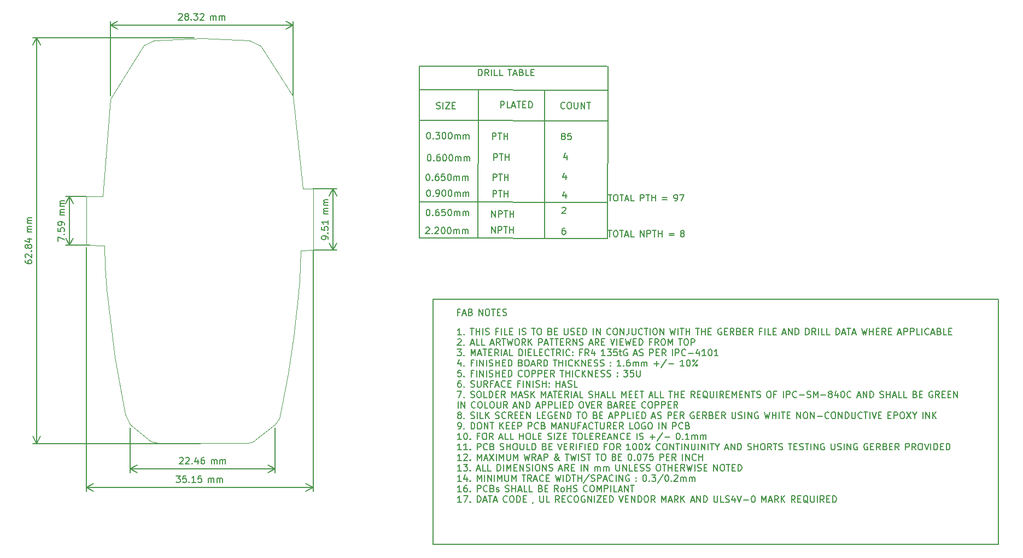
<source format=gbr>
%TF.GenerationSoftware,KiCad,Pcbnew,(7.0.0)*%
%TF.CreationDate,2023-06-26T15:04:23+05:30*%
%TF.ProjectId,EMO SN65 OBD,454d4f20-534e-4363-9520-4f42442e6b69,1*%
%TF.SameCoordinates,Original*%
%TF.FileFunction,Other,User*%
%FSLAX46Y46*%
G04 Gerber Fmt 4.6, Leading zero omitted, Abs format (unit mm)*
G04 Created by KiCad (PCBNEW (7.0.0)) date 2023-06-26 15:04:23*
%MOMM*%
%LPD*%
G01*
G04 APERTURE LIST*
%ADD10C,0.150000*%
%TA.AperFunction,Profile*%
%ADD11C,0.100000*%
%TD*%
G04 APERTURE END LIST*
D10*
X85686720Y-55429523D02*
X85686720Y-55619999D01*
X85686720Y-55619999D02*
X85734340Y-55715237D01*
X85734340Y-55715237D02*
X85781959Y-55762856D01*
X85781959Y-55762856D02*
X85924816Y-55858094D01*
X85924816Y-55858094D02*
X86115292Y-55905713D01*
X86115292Y-55905713D02*
X86496244Y-55905713D01*
X86496244Y-55905713D02*
X86591482Y-55858094D01*
X86591482Y-55858094D02*
X86639101Y-55810475D01*
X86639101Y-55810475D02*
X86686720Y-55715237D01*
X86686720Y-55715237D02*
X86686720Y-55524761D01*
X86686720Y-55524761D02*
X86639101Y-55429523D01*
X86639101Y-55429523D02*
X86591482Y-55381904D01*
X86591482Y-55381904D02*
X86496244Y-55334285D01*
X86496244Y-55334285D02*
X86258149Y-55334285D01*
X86258149Y-55334285D02*
X86162911Y-55381904D01*
X86162911Y-55381904D02*
X86115292Y-55429523D01*
X86115292Y-55429523D02*
X86067673Y-55524761D01*
X86067673Y-55524761D02*
X86067673Y-55715237D01*
X86067673Y-55715237D02*
X86115292Y-55810475D01*
X86115292Y-55810475D02*
X86162911Y-55858094D01*
X86162911Y-55858094D02*
X86258149Y-55905713D01*
X85781959Y-54953332D02*
X85734340Y-54905713D01*
X85734340Y-54905713D02*
X85686720Y-54810475D01*
X85686720Y-54810475D02*
X85686720Y-54572380D01*
X85686720Y-54572380D02*
X85734340Y-54477142D01*
X85734340Y-54477142D02*
X85781959Y-54429523D01*
X85781959Y-54429523D02*
X85877197Y-54381904D01*
X85877197Y-54381904D02*
X85972435Y-54381904D01*
X85972435Y-54381904D02*
X86115292Y-54429523D01*
X86115292Y-54429523D02*
X86686720Y-55000951D01*
X86686720Y-55000951D02*
X86686720Y-54381904D01*
X86591482Y-53953332D02*
X86639101Y-53905713D01*
X86639101Y-53905713D02*
X86686720Y-53953332D01*
X86686720Y-53953332D02*
X86639101Y-54000951D01*
X86639101Y-54000951D02*
X86591482Y-53953332D01*
X86591482Y-53953332D02*
X86686720Y-53953332D01*
X86115292Y-53334285D02*
X86067673Y-53429523D01*
X86067673Y-53429523D02*
X86020054Y-53477142D01*
X86020054Y-53477142D02*
X85924816Y-53524761D01*
X85924816Y-53524761D02*
X85877197Y-53524761D01*
X85877197Y-53524761D02*
X85781959Y-53477142D01*
X85781959Y-53477142D02*
X85734340Y-53429523D01*
X85734340Y-53429523D02*
X85686720Y-53334285D01*
X85686720Y-53334285D02*
X85686720Y-53143809D01*
X85686720Y-53143809D02*
X85734340Y-53048571D01*
X85734340Y-53048571D02*
X85781959Y-53000952D01*
X85781959Y-53000952D02*
X85877197Y-52953333D01*
X85877197Y-52953333D02*
X85924816Y-52953333D01*
X85924816Y-52953333D02*
X86020054Y-53000952D01*
X86020054Y-53000952D02*
X86067673Y-53048571D01*
X86067673Y-53048571D02*
X86115292Y-53143809D01*
X86115292Y-53143809D02*
X86115292Y-53334285D01*
X86115292Y-53334285D02*
X86162911Y-53429523D01*
X86162911Y-53429523D02*
X86210530Y-53477142D01*
X86210530Y-53477142D02*
X86305768Y-53524761D01*
X86305768Y-53524761D02*
X86496244Y-53524761D01*
X86496244Y-53524761D02*
X86591482Y-53477142D01*
X86591482Y-53477142D02*
X86639101Y-53429523D01*
X86639101Y-53429523D02*
X86686720Y-53334285D01*
X86686720Y-53334285D02*
X86686720Y-53143809D01*
X86686720Y-53143809D02*
X86639101Y-53048571D01*
X86639101Y-53048571D02*
X86591482Y-53000952D01*
X86591482Y-53000952D02*
X86496244Y-52953333D01*
X86496244Y-52953333D02*
X86305768Y-52953333D01*
X86305768Y-52953333D02*
X86210530Y-53000952D01*
X86210530Y-53000952D02*
X86162911Y-53048571D01*
X86162911Y-53048571D02*
X86115292Y-53143809D01*
X86020054Y-52096190D02*
X86686720Y-52096190D01*
X85639101Y-52334285D02*
X86353387Y-52572380D01*
X86353387Y-52572380D02*
X86353387Y-51953333D01*
X86686720Y-50972380D02*
X86020054Y-50972380D01*
X86115292Y-50972380D02*
X86067673Y-50924761D01*
X86067673Y-50924761D02*
X86020054Y-50829523D01*
X86020054Y-50829523D02*
X86020054Y-50686666D01*
X86020054Y-50686666D02*
X86067673Y-50591428D01*
X86067673Y-50591428D02*
X86162911Y-50543809D01*
X86162911Y-50543809D02*
X86686720Y-50543809D01*
X86162911Y-50543809D02*
X86067673Y-50496190D01*
X86067673Y-50496190D02*
X86020054Y-50400952D01*
X86020054Y-50400952D02*
X86020054Y-50258095D01*
X86020054Y-50258095D02*
X86067673Y-50162856D01*
X86067673Y-50162856D02*
X86162911Y-50115237D01*
X86162911Y-50115237D02*
X86686720Y-50115237D01*
X86686720Y-49639047D02*
X86020054Y-49639047D01*
X86115292Y-49639047D02*
X86067673Y-49591428D01*
X86067673Y-49591428D02*
X86020054Y-49496190D01*
X86020054Y-49496190D02*
X86020054Y-49353333D01*
X86020054Y-49353333D02*
X86067673Y-49258095D01*
X86067673Y-49258095D02*
X86162911Y-49210476D01*
X86162911Y-49210476D02*
X86686720Y-49210476D01*
X86162911Y-49210476D02*
X86067673Y-49162857D01*
X86067673Y-49162857D02*
X86020054Y-49067619D01*
X86020054Y-49067619D02*
X86020054Y-48924762D01*
X86020054Y-48924762D02*
X86067673Y-48829523D01*
X86067673Y-48829523D02*
X86162911Y-48781904D01*
X86162911Y-48781904D02*
X86686720Y-48781904D01*
X112740000Y-83740000D02*
X86882920Y-83740000D01*
X86882920Y-20900000D02*
X111870000Y-20900000D01*
X87469340Y-83740000D02*
X87469340Y-20900000D01*
X87469340Y-83740000D02*
X87469340Y-20900000D01*
X87469340Y-83740000D02*
X86882919Y-82613496D01*
X87469340Y-83740000D02*
X88055761Y-82613496D01*
X87469340Y-20900000D02*
X88055761Y-22026504D01*
X87469340Y-20900000D02*
X86882919Y-22026504D01*
X155832000Y-29037600D02*
X155800000Y-51940000D01*
X146764200Y-29063000D02*
X146764200Y-25329200D01*
X166131700Y-28986800D02*
X166150000Y-51990000D01*
X146764200Y-25329200D02*
X175796400Y-25329200D01*
X146815000Y-46373100D02*
X175860000Y-46420000D01*
X175936100Y-29024900D02*
X175849200Y-51965400D01*
X146706600Y-33750000D02*
X175910000Y-33812800D01*
X148846200Y-61397800D02*
X236400000Y-61397800D01*
X236400000Y-61397800D02*
X236400000Y-99320000D01*
X236400000Y-99320000D02*
X148846200Y-99320000D01*
X148846200Y-99320000D02*
X148846200Y-61397800D01*
X146764200Y-29012200D02*
X146690000Y-51940000D01*
X146713400Y-28986800D02*
X175936100Y-29024900D01*
X146690000Y-51940000D02*
X175849200Y-51965400D01*
X175910700Y-25303800D02*
X175936100Y-29012200D01*
X153227604Y-66908580D02*
X152656176Y-66908580D01*
X152941890Y-66908580D02*
X152941890Y-65908580D01*
X152941890Y-65908580D02*
X152846652Y-66051438D01*
X152846652Y-66051438D02*
X152751414Y-66146676D01*
X152751414Y-66146676D02*
X152656176Y-66194295D01*
X153656176Y-66813342D02*
X153703795Y-66860961D01*
X153703795Y-66860961D02*
X153656176Y-66908580D01*
X153656176Y-66908580D02*
X153608557Y-66860961D01*
X153608557Y-66860961D02*
X153656176Y-66813342D01*
X153656176Y-66813342D02*
X153656176Y-66908580D01*
X154589509Y-65908580D02*
X155160937Y-65908580D01*
X154875223Y-66908580D02*
X154875223Y-65908580D01*
X155494271Y-66908580D02*
X155494271Y-65908580D01*
X155494271Y-66384771D02*
X156065699Y-66384771D01*
X156065699Y-66908580D02*
X156065699Y-65908580D01*
X156541890Y-66908580D02*
X156541890Y-65908580D01*
X156970461Y-66860961D02*
X157113318Y-66908580D01*
X157113318Y-66908580D02*
X157351413Y-66908580D01*
X157351413Y-66908580D02*
X157446651Y-66860961D01*
X157446651Y-66860961D02*
X157494270Y-66813342D01*
X157494270Y-66813342D02*
X157541889Y-66718104D01*
X157541889Y-66718104D02*
X157541889Y-66622866D01*
X157541889Y-66622866D02*
X157494270Y-66527628D01*
X157494270Y-66527628D02*
X157446651Y-66480009D01*
X157446651Y-66480009D02*
X157351413Y-66432390D01*
X157351413Y-66432390D02*
X157160937Y-66384771D01*
X157160937Y-66384771D02*
X157065699Y-66337152D01*
X157065699Y-66337152D02*
X157018080Y-66289533D01*
X157018080Y-66289533D02*
X156970461Y-66194295D01*
X156970461Y-66194295D02*
X156970461Y-66099057D01*
X156970461Y-66099057D02*
X157018080Y-66003819D01*
X157018080Y-66003819D02*
X157065699Y-65956200D01*
X157065699Y-65956200D02*
X157160937Y-65908580D01*
X157160937Y-65908580D02*
X157399032Y-65908580D01*
X157399032Y-65908580D02*
X157541889Y-65956200D01*
X158903794Y-66384771D02*
X158570461Y-66384771D01*
X158570461Y-66908580D02*
X158570461Y-65908580D01*
X158570461Y-65908580D02*
X159046651Y-65908580D01*
X159427604Y-66908580D02*
X159427604Y-65908580D01*
X160379984Y-66908580D02*
X159903794Y-66908580D01*
X159903794Y-66908580D02*
X159903794Y-65908580D01*
X160713318Y-66384771D02*
X161046651Y-66384771D01*
X161189508Y-66908580D02*
X160713318Y-66908580D01*
X160713318Y-66908580D02*
X160713318Y-65908580D01*
X160713318Y-65908580D02*
X161189508Y-65908580D01*
X162218080Y-66908580D02*
X162218080Y-65908580D01*
X162646651Y-66860961D02*
X162789508Y-66908580D01*
X162789508Y-66908580D02*
X163027603Y-66908580D01*
X163027603Y-66908580D02*
X163122841Y-66860961D01*
X163122841Y-66860961D02*
X163170460Y-66813342D01*
X163170460Y-66813342D02*
X163218079Y-66718104D01*
X163218079Y-66718104D02*
X163218079Y-66622866D01*
X163218079Y-66622866D02*
X163170460Y-66527628D01*
X163170460Y-66527628D02*
X163122841Y-66480009D01*
X163122841Y-66480009D02*
X163027603Y-66432390D01*
X163027603Y-66432390D02*
X162837127Y-66384771D01*
X162837127Y-66384771D02*
X162741889Y-66337152D01*
X162741889Y-66337152D02*
X162694270Y-66289533D01*
X162694270Y-66289533D02*
X162646651Y-66194295D01*
X162646651Y-66194295D02*
X162646651Y-66099057D01*
X162646651Y-66099057D02*
X162694270Y-66003819D01*
X162694270Y-66003819D02*
X162741889Y-65956200D01*
X162741889Y-65956200D02*
X162837127Y-65908580D01*
X162837127Y-65908580D02*
X163075222Y-65908580D01*
X163075222Y-65908580D02*
X163218079Y-65956200D01*
X164103794Y-65908580D02*
X164675222Y-65908580D01*
X164389508Y-66908580D02*
X164389508Y-65908580D01*
X165199032Y-65908580D02*
X165389508Y-65908580D01*
X165389508Y-65908580D02*
X165484746Y-65956200D01*
X165484746Y-65956200D02*
X165579984Y-66051438D01*
X165579984Y-66051438D02*
X165627603Y-66241914D01*
X165627603Y-66241914D02*
X165627603Y-66575247D01*
X165627603Y-66575247D02*
X165579984Y-66765723D01*
X165579984Y-66765723D02*
X165484746Y-66860961D01*
X165484746Y-66860961D02*
X165389508Y-66908580D01*
X165389508Y-66908580D02*
X165199032Y-66908580D01*
X165199032Y-66908580D02*
X165103794Y-66860961D01*
X165103794Y-66860961D02*
X165008556Y-66765723D01*
X165008556Y-66765723D02*
X164960937Y-66575247D01*
X164960937Y-66575247D02*
X164960937Y-66241914D01*
X164960937Y-66241914D02*
X165008556Y-66051438D01*
X165008556Y-66051438D02*
X165103794Y-65956200D01*
X165103794Y-65956200D02*
X165199032Y-65908580D01*
X166989508Y-66384771D02*
X167132365Y-66432390D01*
X167132365Y-66432390D02*
X167179984Y-66480009D01*
X167179984Y-66480009D02*
X167227603Y-66575247D01*
X167227603Y-66575247D02*
X167227603Y-66718104D01*
X167227603Y-66718104D02*
X167179984Y-66813342D01*
X167179984Y-66813342D02*
X167132365Y-66860961D01*
X167132365Y-66860961D02*
X167037127Y-66908580D01*
X167037127Y-66908580D02*
X166656175Y-66908580D01*
X166656175Y-66908580D02*
X166656175Y-65908580D01*
X166656175Y-65908580D02*
X166989508Y-65908580D01*
X166989508Y-65908580D02*
X167084746Y-65956200D01*
X167084746Y-65956200D02*
X167132365Y-66003819D01*
X167132365Y-66003819D02*
X167179984Y-66099057D01*
X167179984Y-66099057D02*
X167179984Y-66194295D01*
X167179984Y-66194295D02*
X167132365Y-66289533D01*
X167132365Y-66289533D02*
X167084746Y-66337152D01*
X167084746Y-66337152D02*
X166989508Y-66384771D01*
X166989508Y-66384771D02*
X166656175Y-66384771D01*
X167656175Y-66384771D02*
X167989508Y-66384771D01*
X168132365Y-66908580D02*
X167656175Y-66908580D01*
X167656175Y-66908580D02*
X167656175Y-65908580D01*
X167656175Y-65908580D02*
X168132365Y-65908580D01*
X169160937Y-65908580D02*
X169160937Y-66718104D01*
X169160937Y-66718104D02*
X169208556Y-66813342D01*
X169208556Y-66813342D02*
X169256175Y-66860961D01*
X169256175Y-66860961D02*
X169351413Y-66908580D01*
X169351413Y-66908580D02*
X169541889Y-66908580D01*
X169541889Y-66908580D02*
X169637127Y-66860961D01*
X169637127Y-66860961D02*
X169684746Y-66813342D01*
X169684746Y-66813342D02*
X169732365Y-66718104D01*
X169732365Y-66718104D02*
X169732365Y-65908580D01*
X170160937Y-66860961D02*
X170303794Y-66908580D01*
X170303794Y-66908580D02*
X170541889Y-66908580D01*
X170541889Y-66908580D02*
X170637127Y-66860961D01*
X170637127Y-66860961D02*
X170684746Y-66813342D01*
X170684746Y-66813342D02*
X170732365Y-66718104D01*
X170732365Y-66718104D02*
X170732365Y-66622866D01*
X170732365Y-66622866D02*
X170684746Y-66527628D01*
X170684746Y-66527628D02*
X170637127Y-66480009D01*
X170637127Y-66480009D02*
X170541889Y-66432390D01*
X170541889Y-66432390D02*
X170351413Y-66384771D01*
X170351413Y-66384771D02*
X170256175Y-66337152D01*
X170256175Y-66337152D02*
X170208556Y-66289533D01*
X170208556Y-66289533D02*
X170160937Y-66194295D01*
X170160937Y-66194295D02*
X170160937Y-66099057D01*
X170160937Y-66099057D02*
X170208556Y-66003819D01*
X170208556Y-66003819D02*
X170256175Y-65956200D01*
X170256175Y-65956200D02*
X170351413Y-65908580D01*
X170351413Y-65908580D02*
X170589508Y-65908580D01*
X170589508Y-65908580D02*
X170732365Y-65956200D01*
X171160937Y-66384771D02*
X171494270Y-66384771D01*
X171637127Y-66908580D02*
X171160937Y-66908580D01*
X171160937Y-66908580D02*
X171160937Y-65908580D01*
X171160937Y-65908580D02*
X171637127Y-65908580D01*
X172065699Y-66908580D02*
X172065699Y-65908580D01*
X172065699Y-65908580D02*
X172303794Y-65908580D01*
X172303794Y-65908580D02*
X172446651Y-65956200D01*
X172446651Y-65956200D02*
X172541889Y-66051438D01*
X172541889Y-66051438D02*
X172589508Y-66146676D01*
X172589508Y-66146676D02*
X172637127Y-66337152D01*
X172637127Y-66337152D02*
X172637127Y-66480009D01*
X172637127Y-66480009D02*
X172589508Y-66670485D01*
X172589508Y-66670485D02*
X172541889Y-66765723D01*
X172541889Y-66765723D02*
X172446651Y-66860961D01*
X172446651Y-66860961D02*
X172303794Y-66908580D01*
X172303794Y-66908580D02*
X172065699Y-66908580D01*
X173665699Y-66908580D02*
X173665699Y-65908580D01*
X174141889Y-66908580D02*
X174141889Y-65908580D01*
X174141889Y-65908580D02*
X174713317Y-66908580D01*
X174713317Y-66908580D02*
X174713317Y-65908580D01*
X176360936Y-66813342D02*
X176313317Y-66860961D01*
X176313317Y-66860961D02*
X176170460Y-66908580D01*
X176170460Y-66908580D02*
X176075222Y-66908580D01*
X176075222Y-66908580D02*
X175932365Y-66860961D01*
X175932365Y-66860961D02*
X175837127Y-66765723D01*
X175837127Y-66765723D02*
X175789508Y-66670485D01*
X175789508Y-66670485D02*
X175741889Y-66480009D01*
X175741889Y-66480009D02*
X175741889Y-66337152D01*
X175741889Y-66337152D02*
X175789508Y-66146676D01*
X175789508Y-66146676D02*
X175837127Y-66051438D01*
X175837127Y-66051438D02*
X175932365Y-65956200D01*
X175932365Y-65956200D02*
X176075222Y-65908580D01*
X176075222Y-65908580D02*
X176170460Y-65908580D01*
X176170460Y-65908580D02*
X176313317Y-65956200D01*
X176313317Y-65956200D02*
X176360936Y-66003819D01*
X176979984Y-65908580D02*
X177170460Y-65908580D01*
X177170460Y-65908580D02*
X177265698Y-65956200D01*
X177265698Y-65956200D02*
X177360936Y-66051438D01*
X177360936Y-66051438D02*
X177408555Y-66241914D01*
X177408555Y-66241914D02*
X177408555Y-66575247D01*
X177408555Y-66575247D02*
X177360936Y-66765723D01*
X177360936Y-66765723D02*
X177265698Y-66860961D01*
X177265698Y-66860961D02*
X177170460Y-66908580D01*
X177170460Y-66908580D02*
X176979984Y-66908580D01*
X176979984Y-66908580D02*
X176884746Y-66860961D01*
X176884746Y-66860961D02*
X176789508Y-66765723D01*
X176789508Y-66765723D02*
X176741889Y-66575247D01*
X176741889Y-66575247D02*
X176741889Y-66241914D01*
X176741889Y-66241914D02*
X176789508Y-66051438D01*
X176789508Y-66051438D02*
X176884746Y-65956200D01*
X176884746Y-65956200D02*
X176979984Y-65908580D01*
X177837127Y-66908580D02*
X177837127Y-65908580D01*
X177837127Y-65908580D02*
X178408555Y-66908580D01*
X178408555Y-66908580D02*
X178408555Y-65908580D01*
X179170460Y-65908580D02*
X179170460Y-66622866D01*
X179170460Y-66622866D02*
X179122841Y-66765723D01*
X179122841Y-66765723D02*
X179027603Y-66860961D01*
X179027603Y-66860961D02*
X178884746Y-66908580D01*
X178884746Y-66908580D02*
X178789508Y-66908580D01*
X179646651Y-65908580D02*
X179646651Y-66718104D01*
X179646651Y-66718104D02*
X179694270Y-66813342D01*
X179694270Y-66813342D02*
X179741889Y-66860961D01*
X179741889Y-66860961D02*
X179837127Y-66908580D01*
X179837127Y-66908580D02*
X180027603Y-66908580D01*
X180027603Y-66908580D02*
X180122841Y-66860961D01*
X180122841Y-66860961D02*
X180170460Y-66813342D01*
X180170460Y-66813342D02*
X180218079Y-66718104D01*
X180218079Y-66718104D02*
X180218079Y-65908580D01*
X181265698Y-66813342D02*
X181218079Y-66860961D01*
X181218079Y-66860961D02*
X181075222Y-66908580D01*
X181075222Y-66908580D02*
X180979984Y-66908580D01*
X180979984Y-66908580D02*
X180837127Y-66860961D01*
X180837127Y-66860961D02*
X180741889Y-66765723D01*
X180741889Y-66765723D02*
X180694270Y-66670485D01*
X180694270Y-66670485D02*
X180646651Y-66480009D01*
X180646651Y-66480009D02*
X180646651Y-66337152D01*
X180646651Y-66337152D02*
X180694270Y-66146676D01*
X180694270Y-66146676D02*
X180741889Y-66051438D01*
X180741889Y-66051438D02*
X180837127Y-65956200D01*
X180837127Y-65956200D02*
X180979984Y-65908580D01*
X180979984Y-65908580D02*
X181075222Y-65908580D01*
X181075222Y-65908580D02*
X181218079Y-65956200D01*
X181218079Y-65956200D02*
X181265698Y-66003819D01*
X181551413Y-65908580D02*
X182122841Y-65908580D01*
X181837127Y-66908580D02*
X181837127Y-65908580D01*
X182456175Y-66908580D02*
X182456175Y-65908580D01*
X183122841Y-65908580D02*
X183313317Y-65908580D01*
X183313317Y-65908580D02*
X183408555Y-65956200D01*
X183408555Y-65956200D02*
X183503793Y-66051438D01*
X183503793Y-66051438D02*
X183551412Y-66241914D01*
X183551412Y-66241914D02*
X183551412Y-66575247D01*
X183551412Y-66575247D02*
X183503793Y-66765723D01*
X183503793Y-66765723D02*
X183408555Y-66860961D01*
X183408555Y-66860961D02*
X183313317Y-66908580D01*
X183313317Y-66908580D02*
X183122841Y-66908580D01*
X183122841Y-66908580D02*
X183027603Y-66860961D01*
X183027603Y-66860961D02*
X182932365Y-66765723D01*
X182932365Y-66765723D02*
X182884746Y-66575247D01*
X182884746Y-66575247D02*
X182884746Y-66241914D01*
X182884746Y-66241914D02*
X182932365Y-66051438D01*
X182932365Y-66051438D02*
X183027603Y-65956200D01*
X183027603Y-65956200D02*
X183122841Y-65908580D01*
X183979984Y-66908580D02*
X183979984Y-65908580D01*
X183979984Y-65908580D02*
X184551412Y-66908580D01*
X184551412Y-66908580D02*
X184551412Y-65908580D01*
X185532365Y-65908580D02*
X185770460Y-66908580D01*
X185770460Y-66908580D02*
X185960936Y-66194295D01*
X185960936Y-66194295D02*
X186151412Y-66908580D01*
X186151412Y-66908580D02*
X186389508Y-65908580D01*
X186770460Y-66908580D02*
X186770460Y-65908580D01*
X187103793Y-65908580D02*
X187675221Y-65908580D01*
X187389507Y-66908580D02*
X187389507Y-65908580D01*
X188008555Y-66908580D02*
X188008555Y-65908580D01*
X188008555Y-66384771D02*
X188579983Y-66384771D01*
X188579983Y-66908580D02*
X188579983Y-65908580D01*
X189513317Y-65908580D02*
X190084745Y-65908580D01*
X189799031Y-66908580D02*
X189799031Y-65908580D01*
X190418079Y-66908580D02*
X190418079Y-65908580D01*
X190418079Y-66384771D02*
X190989507Y-66384771D01*
X190989507Y-66908580D02*
X190989507Y-65908580D01*
X191465698Y-66384771D02*
X191799031Y-66384771D01*
X191941888Y-66908580D02*
X191465698Y-66908580D01*
X191465698Y-66908580D02*
X191465698Y-65908580D01*
X191465698Y-65908580D02*
X191941888Y-65908580D01*
X193494269Y-65956200D02*
X193399031Y-65908580D01*
X193399031Y-65908580D02*
X193256174Y-65908580D01*
X193256174Y-65908580D02*
X193113317Y-65956200D01*
X193113317Y-65956200D02*
X193018079Y-66051438D01*
X193018079Y-66051438D02*
X192970460Y-66146676D01*
X192970460Y-66146676D02*
X192922841Y-66337152D01*
X192922841Y-66337152D02*
X192922841Y-66480009D01*
X192922841Y-66480009D02*
X192970460Y-66670485D01*
X192970460Y-66670485D02*
X193018079Y-66765723D01*
X193018079Y-66765723D02*
X193113317Y-66860961D01*
X193113317Y-66860961D02*
X193256174Y-66908580D01*
X193256174Y-66908580D02*
X193351412Y-66908580D01*
X193351412Y-66908580D02*
X193494269Y-66860961D01*
X193494269Y-66860961D02*
X193541888Y-66813342D01*
X193541888Y-66813342D02*
X193541888Y-66480009D01*
X193541888Y-66480009D02*
X193351412Y-66480009D01*
X193970460Y-66384771D02*
X194303793Y-66384771D01*
X194446650Y-66908580D02*
X193970460Y-66908580D01*
X193970460Y-66908580D02*
X193970460Y-65908580D01*
X193970460Y-65908580D02*
X194446650Y-65908580D01*
X195446650Y-66908580D02*
X195113317Y-66432390D01*
X194875222Y-66908580D02*
X194875222Y-65908580D01*
X194875222Y-65908580D02*
X195256174Y-65908580D01*
X195256174Y-65908580D02*
X195351412Y-65956200D01*
X195351412Y-65956200D02*
X195399031Y-66003819D01*
X195399031Y-66003819D02*
X195446650Y-66099057D01*
X195446650Y-66099057D02*
X195446650Y-66241914D01*
X195446650Y-66241914D02*
X195399031Y-66337152D01*
X195399031Y-66337152D02*
X195351412Y-66384771D01*
X195351412Y-66384771D02*
X195256174Y-66432390D01*
X195256174Y-66432390D02*
X194875222Y-66432390D01*
X196208555Y-66384771D02*
X196351412Y-66432390D01*
X196351412Y-66432390D02*
X196399031Y-66480009D01*
X196399031Y-66480009D02*
X196446650Y-66575247D01*
X196446650Y-66575247D02*
X196446650Y-66718104D01*
X196446650Y-66718104D02*
X196399031Y-66813342D01*
X196399031Y-66813342D02*
X196351412Y-66860961D01*
X196351412Y-66860961D02*
X196256174Y-66908580D01*
X196256174Y-66908580D02*
X195875222Y-66908580D01*
X195875222Y-66908580D02*
X195875222Y-65908580D01*
X195875222Y-65908580D02*
X196208555Y-65908580D01*
X196208555Y-65908580D02*
X196303793Y-65956200D01*
X196303793Y-65956200D02*
X196351412Y-66003819D01*
X196351412Y-66003819D02*
X196399031Y-66099057D01*
X196399031Y-66099057D02*
X196399031Y-66194295D01*
X196399031Y-66194295D02*
X196351412Y-66289533D01*
X196351412Y-66289533D02*
X196303793Y-66337152D01*
X196303793Y-66337152D02*
X196208555Y-66384771D01*
X196208555Y-66384771D02*
X195875222Y-66384771D01*
X196875222Y-66384771D02*
X197208555Y-66384771D01*
X197351412Y-66908580D02*
X196875222Y-66908580D01*
X196875222Y-66908580D02*
X196875222Y-65908580D01*
X196875222Y-65908580D02*
X197351412Y-65908580D01*
X198351412Y-66908580D02*
X198018079Y-66432390D01*
X197779984Y-66908580D02*
X197779984Y-65908580D01*
X197779984Y-65908580D02*
X198160936Y-65908580D01*
X198160936Y-65908580D02*
X198256174Y-65956200D01*
X198256174Y-65956200D02*
X198303793Y-66003819D01*
X198303793Y-66003819D02*
X198351412Y-66099057D01*
X198351412Y-66099057D02*
X198351412Y-66241914D01*
X198351412Y-66241914D02*
X198303793Y-66337152D01*
X198303793Y-66337152D02*
X198256174Y-66384771D01*
X198256174Y-66384771D02*
X198160936Y-66432390D01*
X198160936Y-66432390D02*
X197779984Y-66432390D01*
X199713317Y-66384771D02*
X199379984Y-66384771D01*
X199379984Y-66908580D02*
X199379984Y-65908580D01*
X199379984Y-65908580D02*
X199856174Y-65908580D01*
X200237127Y-66908580D02*
X200237127Y-65908580D01*
X201189507Y-66908580D02*
X200713317Y-66908580D01*
X200713317Y-66908580D02*
X200713317Y-65908580D01*
X201522841Y-66384771D02*
X201856174Y-66384771D01*
X201999031Y-66908580D02*
X201522841Y-66908580D01*
X201522841Y-66908580D02*
X201522841Y-65908580D01*
X201522841Y-65908580D02*
X201999031Y-65908580D01*
X202979984Y-66622866D02*
X203456174Y-66622866D01*
X202884746Y-66908580D02*
X203218079Y-65908580D01*
X203218079Y-65908580D02*
X203551412Y-66908580D01*
X203884746Y-66908580D02*
X203884746Y-65908580D01*
X203884746Y-65908580D02*
X204456174Y-66908580D01*
X204456174Y-66908580D02*
X204456174Y-65908580D01*
X204932365Y-66908580D02*
X204932365Y-65908580D01*
X204932365Y-65908580D02*
X205170460Y-65908580D01*
X205170460Y-65908580D02*
X205313317Y-65956200D01*
X205313317Y-65956200D02*
X205408555Y-66051438D01*
X205408555Y-66051438D02*
X205456174Y-66146676D01*
X205456174Y-66146676D02*
X205503793Y-66337152D01*
X205503793Y-66337152D02*
X205503793Y-66480009D01*
X205503793Y-66480009D02*
X205456174Y-66670485D01*
X205456174Y-66670485D02*
X205408555Y-66765723D01*
X205408555Y-66765723D02*
X205313317Y-66860961D01*
X205313317Y-66860961D02*
X205170460Y-66908580D01*
X205170460Y-66908580D02*
X204932365Y-66908580D01*
X206532365Y-66908580D02*
X206532365Y-65908580D01*
X206532365Y-65908580D02*
X206770460Y-65908580D01*
X206770460Y-65908580D02*
X206913317Y-65956200D01*
X206913317Y-65956200D02*
X207008555Y-66051438D01*
X207008555Y-66051438D02*
X207056174Y-66146676D01*
X207056174Y-66146676D02*
X207103793Y-66337152D01*
X207103793Y-66337152D02*
X207103793Y-66480009D01*
X207103793Y-66480009D02*
X207056174Y-66670485D01*
X207056174Y-66670485D02*
X207008555Y-66765723D01*
X207008555Y-66765723D02*
X206913317Y-66860961D01*
X206913317Y-66860961D02*
X206770460Y-66908580D01*
X206770460Y-66908580D02*
X206532365Y-66908580D01*
X208103793Y-66908580D02*
X207770460Y-66432390D01*
X207532365Y-66908580D02*
X207532365Y-65908580D01*
X207532365Y-65908580D02*
X207913317Y-65908580D01*
X207913317Y-65908580D02*
X208008555Y-65956200D01*
X208008555Y-65956200D02*
X208056174Y-66003819D01*
X208056174Y-66003819D02*
X208103793Y-66099057D01*
X208103793Y-66099057D02*
X208103793Y-66241914D01*
X208103793Y-66241914D02*
X208056174Y-66337152D01*
X208056174Y-66337152D02*
X208008555Y-66384771D01*
X208008555Y-66384771D02*
X207913317Y-66432390D01*
X207913317Y-66432390D02*
X207532365Y-66432390D01*
X208532365Y-66908580D02*
X208532365Y-65908580D01*
X209484745Y-66908580D02*
X209008555Y-66908580D01*
X209008555Y-66908580D02*
X209008555Y-65908580D01*
X210294269Y-66908580D02*
X209818079Y-66908580D01*
X209818079Y-66908580D02*
X209818079Y-65908580D01*
X211227603Y-66908580D02*
X211227603Y-65908580D01*
X211227603Y-65908580D02*
X211465698Y-65908580D01*
X211465698Y-65908580D02*
X211608555Y-65956200D01*
X211608555Y-65956200D02*
X211703793Y-66051438D01*
X211703793Y-66051438D02*
X211751412Y-66146676D01*
X211751412Y-66146676D02*
X211799031Y-66337152D01*
X211799031Y-66337152D02*
X211799031Y-66480009D01*
X211799031Y-66480009D02*
X211751412Y-66670485D01*
X211751412Y-66670485D02*
X211703793Y-66765723D01*
X211703793Y-66765723D02*
X211608555Y-66860961D01*
X211608555Y-66860961D02*
X211465698Y-66908580D01*
X211465698Y-66908580D02*
X211227603Y-66908580D01*
X212179984Y-66622866D02*
X212656174Y-66622866D01*
X212084746Y-66908580D02*
X212418079Y-65908580D01*
X212418079Y-65908580D02*
X212751412Y-66908580D01*
X212941889Y-65908580D02*
X213513317Y-65908580D01*
X213227603Y-66908580D02*
X213227603Y-65908580D01*
X213799032Y-66622866D02*
X214275222Y-66622866D01*
X213703794Y-66908580D02*
X214037127Y-65908580D01*
X214037127Y-65908580D02*
X214370460Y-66908580D01*
X215208556Y-65908580D02*
X215446651Y-66908580D01*
X215446651Y-66908580D02*
X215637127Y-66194295D01*
X215637127Y-66194295D02*
X215827603Y-66908580D01*
X215827603Y-66908580D02*
X216065699Y-65908580D01*
X216446651Y-66908580D02*
X216446651Y-65908580D01*
X216446651Y-66384771D02*
X217018079Y-66384771D01*
X217018079Y-66908580D02*
X217018079Y-65908580D01*
X217494270Y-66384771D02*
X217827603Y-66384771D01*
X217970460Y-66908580D02*
X217494270Y-66908580D01*
X217494270Y-66908580D02*
X217494270Y-65908580D01*
X217494270Y-65908580D02*
X217970460Y-65908580D01*
X218970460Y-66908580D02*
X218637127Y-66432390D01*
X218399032Y-66908580D02*
X218399032Y-65908580D01*
X218399032Y-65908580D02*
X218779984Y-65908580D01*
X218779984Y-65908580D02*
X218875222Y-65956200D01*
X218875222Y-65956200D02*
X218922841Y-66003819D01*
X218922841Y-66003819D02*
X218970460Y-66099057D01*
X218970460Y-66099057D02*
X218970460Y-66241914D01*
X218970460Y-66241914D02*
X218922841Y-66337152D01*
X218922841Y-66337152D02*
X218875222Y-66384771D01*
X218875222Y-66384771D02*
X218779984Y-66432390D01*
X218779984Y-66432390D02*
X218399032Y-66432390D01*
X219399032Y-66384771D02*
X219732365Y-66384771D01*
X219875222Y-66908580D02*
X219399032Y-66908580D01*
X219399032Y-66908580D02*
X219399032Y-65908580D01*
X219399032Y-65908580D02*
X219875222Y-65908580D01*
X220856175Y-66622866D02*
X221332365Y-66622866D01*
X220760937Y-66908580D02*
X221094270Y-65908580D01*
X221094270Y-65908580D02*
X221427603Y-66908580D01*
X221760937Y-66908580D02*
X221760937Y-65908580D01*
X221760937Y-65908580D02*
X222141889Y-65908580D01*
X222141889Y-65908580D02*
X222237127Y-65956200D01*
X222237127Y-65956200D02*
X222284746Y-66003819D01*
X222284746Y-66003819D02*
X222332365Y-66099057D01*
X222332365Y-66099057D02*
X222332365Y-66241914D01*
X222332365Y-66241914D02*
X222284746Y-66337152D01*
X222284746Y-66337152D02*
X222237127Y-66384771D01*
X222237127Y-66384771D02*
X222141889Y-66432390D01*
X222141889Y-66432390D02*
X221760937Y-66432390D01*
X222760937Y-66908580D02*
X222760937Y-65908580D01*
X222760937Y-65908580D02*
X223141889Y-65908580D01*
X223141889Y-65908580D02*
X223237127Y-65956200D01*
X223237127Y-65956200D02*
X223284746Y-66003819D01*
X223284746Y-66003819D02*
X223332365Y-66099057D01*
X223332365Y-66099057D02*
X223332365Y-66241914D01*
X223332365Y-66241914D02*
X223284746Y-66337152D01*
X223284746Y-66337152D02*
X223237127Y-66384771D01*
X223237127Y-66384771D02*
X223141889Y-66432390D01*
X223141889Y-66432390D02*
X222760937Y-66432390D01*
X224237127Y-66908580D02*
X223760937Y-66908580D01*
X223760937Y-66908580D02*
X223760937Y-65908580D01*
X224570461Y-66908580D02*
X224570461Y-65908580D01*
X225618079Y-66813342D02*
X225570460Y-66860961D01*
X225570460Y-66860961D02*
X225427603Y-66908580D01*
X225427603Y-66908580D02*
X225332365Y-66908580D01*
X225332365Y-66908580D02*
X225189508Y-66860961D01*
X225189508Y-66860961D02*
X225094270Y-66765723D01*
X225094270Y-66765723D02*
X225046651Y-66670485D01*
X225046651Y-66670485D02*
X224999032Y-66480009D01*
X224999032Y-66480009D02*
X224999032Y-66337152D01*
X224999032Y-66337152D02*
X225046651Y-66146676D01*
X225046651Y-66146676D02*
X225094270Y-66051438D01*
X225094270Y-66051438D02*
X225189508Y-65956200D01*
X225189508Y-65956200D02*
X225332365Y-65908580D01*
X225332365Y-65908580D02*
X225427603Y-65908580D01*
X225427603Y-65908580D02*
X225570460Y-65956200D01*
X225570460Y-65956200D02*
X225618079Y-66003819D01*
X225999032Y-66622866D02*
X226475222Y-66622866D01*
X225903794Y-66908580D02*
X226237127Y-65908580D01*
X226237127Y-65908580D02*
X226570460Y-66908580D01*
X227237127Y-66384771D02*
X227379984Y-66432390D01*
X227379984Y-66432390D02*
X227427603Y-66480009D01*
X227427603Y-66480009D02*
X227475222Y-66575247D01*
X227475222Y-66575247D02*
X227475222Y-66718104D01*
X227475222Y-66718104D02*
X227427603Y-66813342D01*
X227427603Y-66813342D02*
X227379984Y-66860961D01*
X227379984Y-66860961D02*
X227284746Y-66908580D01*
X227284746Y-66908580D02*
X226903794Y-66908580D01*
X226903794Y-66908580D02*
X226903794Y-65908580D01*
X226903794Y-65908580D02*
X227237127Y-65908580D01*
X227237127Y-65908580D02*
X227332365Y-65956200D01*
X227332365Y-65956200D02*
X227379984Y-66003819D01*
X227379984Y-66003819D02*
X227427603Y-66099057D01*
X227427603Y-66099057D02*
X227427603Y-66194295D01*
X227427603Y-66194295D02*
X227379984Y-66289533D01*
X227379984Y-66289533D02*
X227332365Y-66337152D01*
X227332365Y-66337152D02*
X227237127Y-66384771D01*
X227237127Y-66384771D02*
X226903794Y-66384771D01*
X228379984Y-66908580D02*
X227903794Y-66908580D01*
X227903794Y-66908580D02*
X227903794Y-65908580D01*
X228713318Y-66384771D02*
X229046651Y-66384771D01*
X229189508Y-66908580D02*
X228713318Y-66908580D01*
X228713318Y-66908580D02*
X228713318Y-65908580D01*
X228713318Y-65908580D02*
X229189508Y-65908580D01*
X152656176Y-67623819D02*
X152703795Y-67576200D01*
X152703795Y-67576200D02*
X152799033Y-67528580D01*
X152799033Y-67528580D02*
X153037128Y-67528580D01*
X153037128Y-67528580D02*
X153132366Y-67576200D01*
X153132366Y-67576200D02*
X153179985Y-67623819D01*
X153179985Y-67623819D02*
X153227604Y-67719057D01*
X153227604Y-67719057D02*
X153227604Y-67814295D01*
X153227604Y-67814295D02*
X153179985Y-67957152D01*
X153179985Y-67957152D02*
X152608557Y-68528580D01*
X152608557Y-68528580D02*
X153227604Y-68528580D01*
X153656176Y-68433342D02*
X153703795Y-68480961D01*
X153703795Y-68480961D02*
X153656176Y-68528580D01*
X153656176Y-68528580D02*
X153608557Y-68480961D01*
X153608557Y-68480961D02*
X153656176Y-68433342D01*
X153656176Y-68433342D02*
X153656176Y-68528580D01*
X154684747Y-68242866D02*
X155160937Y-68242866D01*
X154589509Y-68528580D02*
X154922842Y-67528580D01*
X154922842Y-67528580D02*
X155256175Y-68528580D01*
X156065699Y-68528580D02*
X155589509Y-68528580D01*
X155589509Y-68528580D02*
X155589509Y-67528580D01*
X156875223Y-68528580D02*
X156399033Y-68528580D01*
X156399033Y-68528580D02*
X156399033Y-67528580D01*
X157760938Y-68242866D02*
X158237128Y-68242866D01*
X157665700Y-68528580D02*
X157999033Y-67528580D01*
X157999033Y-67528580D02*
X158332366Y-68528580D01*
X159237128Y-68528580D02*
X158903795Y-68052390D01*
X158665700Y-68528580D02*
X158665700Y-67528580D01*
X158665700Y-67528580D02*
X159046652Y-67528580D01*
X159046652Y-67528580D02*
X159141890Y-67576200D01*
X159141890Y-67576200D02*
X159189509Y-67623819D01*
X159189509Y-67623819D02*
X159237128Y-67719057D01*
X159237128Y-67719057D02*
X159237128Y-67861914D01*
X159237128Y-67861914D02*
X159189509Y-67957152D01*
X159189509Y-67957152D02*
X159141890Y-68004771D01*
X159141890Y-68004771D02*
X159046652Y-68052390D01*
X159046652Y-68052390D02*
X158665700Y-68052390D01*
X159522843Y-67528580D02*
X160094271Y-67528580D01*
X159808557Y-68528580D02*
X159808557Y-67528580D01*
X160332367Y-67528580D02*
X160570462Y-68528580D01*
X160570462Y-68528580D02*
X160760938Y-67814295D01*
X160760938Y-67814295D02*
X160951414Y-68528580D01*
X160951414Y-68528580D02*
X161189510Y-67528580D01*
X161760938Y-67528580D02*
X161951414Y-67528580D01*
X161951414Y-67528580D02*
X162046652Y-67576200D01*
X162046652Y-67576200D02*
X162141890Y-67671438D01*
X162141890Y-67671438D02*
X162189509Y-67861914D01*
X162189509Y-67861914D02*
X162189509Y-68195247D01*
X162189509Y-68195247D02*
X162141890Y-68385723D01*
X162141890Y-68385723D02*
X162046652Y-68480961D01*
X162046652Y-68480961D02*
X161951414Y-68528580D01*
X161951414Y-68528580D02*
X161760938Y-68528580D01*
X161760938Y-68528580D02*
X161665700Y-68480961D01*
X161665700Y-68480961D02*
X161570462Y-68385723D01*
X161570462Y-68385723D02*
X161522843Y-68195247D01*
X161522843Y-68195247D02*
X161522843Y-67861914D01*
X161522843Y-67861914D02*
X161570462Y-67671438D01*
X161570462Y-67671438D02*
X161665700Y-67576200D01*
X161665700Y-67576200D02*
X161760938Y-67528580D01*
X163189509Y-68528580D02*
X162856176Y-68052390D01*
X162618081Y-68528580D02*
X162618081Y-67528580D01*
X162618081Y-67528580D02*
X162999033Y-67528580D01*
X162999033Y-67528580D02*
X163094271Y-67576200D01*
X163094271Y-67576200D02*
X163141890Y-67623819D01*
X163141890Y-67623819D02*
X163189509Y-67719057D01*
X163189509Y-67719057D02*
X163189509Y-67861914D01*
X163189509Y-67861914D02*
X163141890Y-67957152D01*
X163141890Y-67957152D02*
X163094271Y-68004771D01*
X163094271Y-68004771D02*
X162999033Y-68052390D01*
X162999033Y-68052390D02*
X162618081Y-68052390D01*
X163618081Y-68528580D02*
X163618081Y-67528580D01*
X164189509Y-68528580D02*
X163760938Y-67957152D01*
X164189509Y-67528580D02*
X163618081Y-68100009D01*
X165218081Y-68528580D02*
X165218081Y-67528580D01*
X165218081Y-67528580D02*
X165599033Y-67528580D01*
X165599033Y-67528580D02*
X165694271Y-67576200D01*
X165694271Y-67576200D02*
X165741890Y-67623819D01*
X165741890Y-67623819D02*
X165789509Y-67719057D01*
X165789509Y-67719057D02*
X165789509Y-67861914D01*
X165789509Y-67861914D02*
X165741890Y-67957152D01*
X165741890Y-67957152D02*
X165694271Y-68004771D01*
X165694271Y-68004771D02*
X165599033Y-68052390D01*
X165599033Y-68052390D02*
X165218081Y-68052390D01*
X166170462Y-68242866D02*
X166646652Y-68242866D01*
X166075224Y-68528580D02*
X166408557Y-67528580D01*
X166408557Y-67528580D02*
X166741890Y-68528580D01*
X166932367Y-67528580D02*
X167503795Y-67528580D01*
X167218081Y-68528580D02*
X167218081Y-67528580D01*
X167694272Y-67528580D02*
X168265700Y-67528580D01*
X167979986Y-68528580D02*
X167979986Y-67528580D01*
X168599034Y-68004771D02*
X168932367Y-68004771D01*
X169075224Y-68528580D02*
X168599034Y-68528580D01*
X168599034Y-68528580D02*
X168599034Y-67528580D01*
X168599034Y-67528580D02*
X169075224Y-67528580D01*
X170075224Y-68528580D02*
X169741891Y-68052390D01*
X169503796Y-68528580D02*
X169503796Y-67528580D01*
X169503796Y-67528580D02*
X169884748Y-67528580D01*
X169884748Y-67528580D02*
X169979986Y-67576200D01*
X169979986Y-67576200D02*
X170027605Y-67623819D01*
X170027605Y-67623819D02*
X170075224Y-67719057D01*
X170075224Y-67719057D02*
X170075224Y-67861914D01*
X170075224Y-67861914D02*
X170027605Y-67957152D01*
X170027605Y-67957152D02*
X169979986Y-68004771D01*
X169979986Y-68004771D02*
X169884748Y-68052390D01*
X169884748Y-68052390D02*
X169503796Y-68052390D01*
X170503796Y-68528580D02*
X170503796Y-67528580D01*
X170503796Y-67528580D02*
X171075224Y-68528580D01*
X171075224Y-68528580D02*
X171075224Y-67528580D01*
X171503796Y-68480961D02*
X171646653Y-68528580D01*
X171646653Y-68528580D02*
X171884748Y-68528580D01*
X171884748Y-68528580D02*
X171979986Y-68480961D01*
X171979986Y-68480961D02*
X172027605Y-68433342D01*
X172027605Y-68433342D02*
X172075224Y-68338104D01*
X172075224Y-68338104D02*
X172075224Y-68242866D01*
X172075224Y-68242866D02*
X172027605Y-68147628D01*
X172027605Y-68147628D02*
X171979986Y-68100009D01*
X171979986Y-68100009D02*
X171884748Y-68052390D01*
X171884748Y-68052390D02*
X171694272Y-68004771D01*
X171694272Y-68004771D02*
X171599034Y-67957152D01*
X171599034Y-67957152D02*
X171551415Y-67909533D01*
X171551415Y-67909533D02*
X171503796Y-67814295D01*
X171503796Y-67814295D02*
X171503796Y-67719057D01*
X171503796Y-67719057D02*
X171551415Y-67623819D01*
X171551415Y-67623819D02*
X171599034Y-67576200D01*
X171599034Y-67576200D02*
X171694272Y-67528580D01*
X171694272Y-67528580D02*
X171932367Y-67528580D01*
X171932367Y-67528580D02*
X172075224Y-67576200D01*
X173056177Y-68242866D02*
X173532367Y-68242866D01*
X172960939Y-68528580D02*
X173294272Y-67528580D01*
X173294272Y-67528580D02*
X173627605Y-68528580D01*
X174532367Y-68528580D02*
X174199034Y-68052390D01*
X173960939Y-68528580D02*
X173960939Y-67528580D01*
X173960939Y-67528580D02*
X174341891Y-67528580D01*
X174341891Y-67528580D02*
X174437129Y-67576200D01*
X174437129Y-67576200D02*
X174484748Y-67623819D01*
X174484748Y-67623819D02*
X174532367Y-67719057D01*
X174532367Y-67719057D02*
X174532367Y-67861914D01*
X174532367Y-67861914D02*
X174484748Y-67957152D01*
X174484748Y-67957152D02*
X174437129Y-68004771D01*
X174437129Y-68004771D02*
X174341891Y-68052390D01*
X174341891Y-68052390D02*
X173960939Y-68052390D01*
X174960939Y-68004771D02*
X175294272Y-68004771D01*
X175437129Y-68528580D02*
X174960939Y-68528580D01*
X174960939Y-68528580D02*
X174960939Y-67528580D01*
X174960939Y-67528580D02*
X175437129Y-67528580D01*
X176322844Y-67528580D02*
X176656177Y-68528580D01*
X176656177Y-68528580D02*
X176989510Y-67528580D01*
X177322844Y-68528580D02*
X177322844Y-67528580D01*
X177799034Y-68004771D02*
X178132367Y-68004771D01*
X178275224Y-68528580D02*
X177799034Y-68528580D01*
X177799034Y-68528580D02*
X177799034Y-67528580D01*
X177799034Y-67528580D02*
X178275224Y-67528580D01*
X178608558Y-67528580D02*
X178846653Y-68528580D01*
X178846653Y-68528580D02*
X179037129Y-67814295D01*
X179037129Y-67814295D02*
X179227605Y-68528580D01*
X179227605Y-68528580D02*
X179465701Y-67528580D01*
X179846653Y-68004771D02*
X180179986Y-68004771D01*
X180322843Y-68528580D02*
X179846653Y-68528580D01*
X179846653Y-68528580D02*
X179846653Y-67528580D01*
X179846653Y-67528580D02*
X180322843Y-67528580D01*
X180751415Y-68528580D02*
X180751415Y-67528580D01*
X180751415Y-67528580D02*
X180989510Y-67528580D01*
X180989510Y-67528580D02*
X181132367Y-67576200D01*
X181132367Y-67576200D02*
X181227605Y-67671438D01*
X181227605Y-67671438D02*
X181275224Y-67766676D01*
X181275224Y-67766676D02*
X181322843Y-67957152D01*
X181322843Y-67957152D02*
X181322843Y-68100009D01*
X181322843Y-68100009D02*
X181275224Y-68290485D01*
X181275224Y-68290485D02*
X181227605Y-68385723D01*
X181227605Y-68385723D02*
X181132367Y-68480961D01*
X181132367Y-68480961D02*
X180989510Y-68528580D01*
X180989510Y-68528580D02*
X180751415Y-68528580D01*
X182684748Y-68004771D02*
X182351415Y-68004771D01*
X182351415Y-68528580D02*
X182351415Y-67528580D01*
X182351415Y-67528580D02*
X182827605Y-67528580D01*
X183779986Y-68528580D02*
X183446653Y-68052390D01*
X183208558Y-68528580D02*
X183208558Y-67528580D01*
X183208558Y-67528580D02*
X183589510Y-67528580D01*
X183589510Y-67528580D02*
X183684748Y-67576200D01*
X183684748Y-67576200D02*
X183732367Y-67623819D01*
X183732367Y-67623819D02*
X183779986Y-67719057D01*
X183779986Y-67719057D02*
X183779986Y-67861914D01*
X183779986Y-67861914D02*
X183732367Y-67957152D01*
X183732367Y-67957152D02*
X183684748Y-68004771D01*
X183684748Y-68004771D02*
X183589510Y-68052390D01*
X183589510Y-68052390D02*
X183208558Y-68052390D01*
X184399034Y-67528580D02*
X184589510Y-67528580D01*
X184589510Y-67528580D02*
X184684748Y-67576200D01*
X184684748Y-67576200D02*
X184779986Y-67671438D01*
X184779986Y-67671438D02*
X184827605Y-67861914D01*
X184827605Y-67861914D02*
X184827605Y-68195247D01*
X184827605Y-68195247D02*
X184779986Y-68385723D01*
X184779986Y-68385723D02*
X184684748Y-68480961D01*
X184684748Y-68480961D02*
X184589510Y-68528580D01*
X184589510Y-68528580D02*
X184399034Y-68528580D01*
X184399034Y-68528580D02*
X184303796Y-68480961D01*
X184303796Y-68480961D02*
X184208558Y-68385723D01*
X184208558Y-68385723D02*
X184160939Y-68195247D01*
X184160939Y-68195247D02*
X184160939Y-67861914D01*
X184160939Y-67861914D02*
X184208558Y-67671438D01*
X184208558Y-67671438D02*
X184303796Y-67576200D01*
X184303796Y-67576200D02*
X184399034Y-67528580D01*
X185256177Y-68528580D02*
X185256177Y-67528580D01*
X185256177Y-67528580D02*
X185589510Y-68242866D01*
X185589510Y-68242866D02*
X185922843Y-67528580D01*
X185922843Y-67528580D02*
X185922843Y-68528580D01*
X186856177Y-67528580D02*
X187427605Y-67528580D01*
X187141891Y-68528580D02*
X187141891Y-67528580D01*
X187951415Y-67528580D02*
X188141891Y-67528580D01*
X188141891Y-67528580D02*
X188237129Y-67576200D01*
X188237129Y-67576200D02*
X188332367Y-67671438D01*
X188332367Y-67671438D02*
X188379986Y-67861914D01*
X188379986Y-67861914D02*
X188379986Y-68195247D01*
X188379986Y-68195247D02*
X188332367Y-68385723D01*
X188332367Y-68385723D02*
X188237129Y-68480961D01*
X188237129Y-68480961D02*
X188141891Y-68528580D01*
X188141891Y-68528580D02*
X187951415Y-68528580D01*
X187951415Y-68528580D02*
X187856177Y-68480961D01*
X187856177Y-68480961D02*
X187760939Y-68385723D01*
X187760939Y-68385723D02*
X187713320Y-68195247D01*
X187713320Y-68195247D02*
X187713320Y-67861914D01*
X187713320Y-67861914D02*
X187760939Y-67671438D01*
X187760939Y-67671438D02*
X187856177Y-67576200D01*
X187856177Y-67576200D02*
X187951415Y-67528580D01*
X188808558Y-68528580D02*
X188808558Y-67528580D01*
X188808558Y-67528580D02*
X189189510Y-67528580D01*
X189189510Y-67528580D02*
X189284748Y-67576200D01*
X189284748Y-67576200D02*
X189332367Y-67623819D01*
X189332367Y-67623819D02*
X189379986Y-67719057D01*
X189379986Y-67719057D02*
X189379986Y-67861914D01*
X189379986Y-67861914D02*
X189332367Y-67957152D01*
X189332367Y-67957152D02*
X189284748Y-68004771D01*
X189284748Y-68004771D02*
X189189510Y-68052390D01*
X189189510Y-68052390D02*
X188808558Y-68052390D01*
X152608557Y-69148580D02*
X153227604Y-69148580D01*
X153227604Y-69148580D02*
X152894271Y-69529533D01*
X152894271Y-69529533D02*
X153037128Y-69529533D01*
X153037128Y-69529533D02*
X153132366Y-69577152D01*
X153132366Y-69577152D02*
X153179985Y-69624771D01*
X153179985Y-69624771D02*
X153227604Y-69720009D01*
X153227604Y-69720009D02*
X153227604Y-69958104D01*
X153227604Y-69958104D02*
X153179985Y-70053342D01*
X153179985Y-70053342D02*
X153132366Y-70100961D01*
X153132366Y-70100961D02*
X153037128Y-70148580D01*
X153037128Y-70148580D02*
X152751414Y-70148580D01*
X152751414Y-70148580D02*
X152656176Y-70100961D01*
X152656176Y-70100961D02*
X152608557Y-70053342D01*
X153656176Y-70053342D02*
X153703795Y-70100961D01*
X153703795Y-70100961D02*
X153656176Y-70148580D01*
X153656176Y-70148580D02*
X153608557Y-70100961D01*
X153608557Y-70100961D02*
X153656176Y-70053342D01*
X153656176Y-70053342D02*
X153656176Y-70148580D01*
X154732366Y-70148580D02*
X154732366Y-69148580D01*
X154732366Y-69148580D02*
X155065699Y-69862866D01*
X155065699Y-69862866D02*
X155399032Y-69148580D01*
X155399032Y-69148580D02*
X155399032Y-70148580D01*
X155827604Y-69862866D02*
X156303794Y-69862866D01*
X155732366Y-70148580D02*
X156065699Y-69148580D01*
X156065699Y-69148580D02*
X156399032Y-70148580D01*
X156589509Y-69148580D02*
X157160937Y-69148580D01*
X156875223Y-70148580D02*
X156875223Y-69148580D01*
X157494271Y-69624771D02*
X157827604Y-69624771D01*
X157970461Y-70148580D02*
X157494271Y-70148580D01*
X157494271Y-70148580D02*
X157494271Y-69148580D01*
X157494271Y-69148580D02*
X157970461Y-69148580D01*
X158970461Y-70148580D02*
X158637128Y-69672390D01*
X158399033Y-70148580D02*
X158399033Y-69148580D01*
X158399033Y-69148580D02*
X158779985Y-69148580D01*
X158779985Y-69148580D02*
X158875223Y-69196200D01*
X158875223Y-69196200D02*
X158922842Y-69243819D01*
X158922842Y-69243819D02*
X158970461Y-69339057D01*
X158970461Y-69339057D02*
X158970461Y-69481914D01*
X158970461Y-69481914D02*
X158922842Y-69577152D01*
X158922842Y-69577152D02*
X158875223Y-69624771D01*
X158875223Y-69624771D02*
X158779985Y-69672390D01*
X158779985Y-69672390D02*
X158399033Y-69672390D01*
X159399033Y-70148580D02*
X159399033Y-69148580D01*
X159827604Y-69862866D02*
X160303794Y-69862866D01*
X159732366Y-70148580D02*
X160065699Y-69148580D01*
X160065699Y-69148580D02*
X160399032Y-70148580D01*
X161208556Y-70148580D02*
X160732366Y-70148580D01*
X160732366Y-70148580D02*
X160732366Y-69148580D01*
X162141890Y-70148580D02*
X162141890Y-69148580D01*
X162141890Y-69148580D02*
X162379985Y-69148580D01*
X162379985Y-69148580D02*
X162522842Y-69196200D01*
X162522842Y-69196200D02*
X162618080Y-69291438D01*
X162618080Y-69291438D02*
X162665699Y-69386676D01*
X162665699Y-69386676D02*
X162713318Y-69577152D01*
X162713318Y-69577152D02*
X162713318Y-69720009D01*
X162713318Y-69720009D02*
X162665699Y-69910485D01*
X162665699Y-69910485D02*
X162618080Y-70005723D01*
X162618080Y-70005723D02*
X162522842Y-70100961D01*
X162522842Y-70100961D02*
X162379985Y-70148580D01*
X162379985Y-70148580D02*
X162141890Y-70148580D01*
X163141890Y-70148580D02*
X163141890Y-69148580D01*
X163618080Y-69624771D02*
X163951413Y-69624771D01*
X164094270Y-70148580D02*
X163618080Y-70148580D01*
X163618080Y-70148580D02*
X163618080Y-69148580D01*
X163618080Y-69148580D02*
X164094270Y-69148580D01*
X164999032Y-70148580D02*
X164522842Y-70148580D01*
X164522842Y-70148580D02*
X164522842Y-69148580D01*
X165332366Y-69624771D02*
X165665699Y-69624771D01*
X165808556Y-70148580D02*
X165332366Y-70148580D01*
X165332366Y-70148580D02*
X165332366Y-69148580D01*
X165332366Y-69148580D02*
X165808556Y-69148580D01*
X166808556Y-70053342D02*
X166760937Y-70100961D01*
X166760937Y-70100961D02*
X166618080Y-70148580D01*
X166618080Y-70148580D02*
X166522842Y-70148580D01*
X166522842Y-70148580D02*
X166379985Y-70100961D01*
X166379985Y-70100961D02*
X166284747Y-70005723D01*
X166284747Y-70005723D02*
X166237128Y-69910485D01*
X166237128Y-69910485D02*
X166189509Y-69720009D01*
X166189509Y-69720009D02*
X166189509Y-69577152D01*
X166189509Y-69577152D02*
X166237128Y-69386676D01*
X166237128Y-69386676D02*
X166284747Y-69291438D01*
X166284747Y-69291438D02*
X166379985Y-69196200D01*
X166379985Y-69196200D02*
X166522842Y-69148580D01*
X166522842Y-69148580D02*
X166618080Y-69148580D01*
X166618080Y-69148580D02*
X166760937Y-69196200D01*
X166760937Y-69196200D02*
X166808556Y-69243819D01*
X167094271Y-69148580D02*
X167665699Y-69148580D01*
X167379985Y-70148580D02*
X167379985Y-69148580D01*
X168570461Y-70148580D02*
X168237128Y-69672390D01*
X167999033Y-70148580D02*
X167999033Y-69148580D01*
X167999033Y-69148580D02*
X168379985Y-69148580D01*
X168379985Y-69148580D02*
X168475223Y-69196200D01*
X168475223Y-69196200D02*
X168522842Y-69243819D01*
X168522842Y-69243819D02*
X168570461Y-69339057D01*
X168570461Y-69339057D02*
X168570461Y-69481914D01*
X168570461Y-69481914D02*
X168522842Y-69577152D01*
X168522842Y-69577152D02*
X168475223Y-69624771D01*
X168475223Y-69624771D02*
X168379985Y-69672390D01*
X168379985Y-69672390D02*
X167999033Y-69672390D01*
X168999033Y-70148580D02*
X168999033Y-69148580D01*
X170046651Y-70053342D02*
X169999032Y-70100961D01*
X169999032Y-70100961D02*
X169856175Y-70148580D01*
X169856175Y-70148580D02*
X169760937Y-70148580D01*
X169760937Y-70148580D02*
X169618080Y-70100961D01*
X169618080Y-70100961D02*
X169522842Y-70005723D01*
X169522842Y-70005723D02*
X169475223Y-69910485D01*
X169475223Y-69910485D02*
X169427604Y-69720009D01*
X169427604Y-69720009D02*
X169427604Y-69577152D01*
X169427604Y-69577152D02*
X169475223Y-69386676D01*
X169475223Y-69386676D02*
X169522842Y-69291438D01*
X169522842Y-69291438D02*
X169618080Y-69196200D01*
X169618080Y-69196200D02*
X169760937Y-69148580D01*
X169760937Y-69148580D02*
X169856175Y-69148580D01*
X169856175Y-69148580D02*
X169999032Y-69196200D01*
X169999032Y-69196200D02*
X170046651Y-69243819D01*
X170475223Y-70053342D02*
X170522842Y-70100961D01*
X170522842Y-70100961D02*
X170475223Y-70148580D01*
X170475223Y-70148580D02*
X170427604Y-70100961D01*
X170427604Y-70100961D02*
X170475223Y-70053342D01*
X170475223Y-70053342D02*
X170475223Y-70148580D01*
X170475223Y-69529533D02*
X170522842Y-69577152D01*
X170522842Y-69577152D02*
X170475223Y-69624771D01*
X170475223Y-69624771D02*
X170427604Y-69577152D01*
X170427604Y-69577152D02*
X170475223Y-69529533D01*
X170475223Y-69529533D02*
X170475223Y-69624771D01*
X171884746Y-69624771D02*
X171551413Y-69624771D01*
X171551413Y-70148580D02*
X171551413Y-69148580D01*
X171551413Y-69148580D02*
X172027603Y-69148580D01*
X172979984Y-70148580D02*
X172646651Y-69672390D01*
X172408556Y-70148580D02*
X172408556Y-69148580D01*
X172408556Y-69148580D02*
X172789508Y-69148580D01*
X172789508Y-69148580D02*
X172884746Y-69196200D01*
X172884746Y-69196200D02*
X172932365Y-69243819D01*
X172932365Y-69243819D02*
X172979984Y-69339057D01*
X172979984Y-69339057D02*
X172979984Y-69481914D01*
X172979984Y-69481914D02*
X172932365Y-69577152D01*
X172932365Y-69577152D02*
X172884746Y-69624771D01*
X172884746Y-69624771D02*
X172789508Y-69672390D01*
X172789508Y-69672390D02*
X172408556Y-69672390D01*
X173837127Y-69481914D02*
X173837127Y-70148580D01*
X173599032Y-69100961D02*
X173360937Y-69815247D01*
X173360937Y-69815247D02*
X173979984Y-69815247D01*
X175484746Y-70148580D02*
X174913318Y-70148580D01*
X175199032Y-70148580D02*
X175199032Y-69148580D01*
X175199032Y-69148580D02*
X175103794Y-69291438D01*
X175103794Y-69291438D02*
X175008556Y-69386676D01*
X175008556Y-69386676D02*
X174913318Y-69434295D01*
X175818080Y-69148580D02*
X176437127Y-69148580D01*
X176437127Y-69148580D02*
X176103794Y-69529533D01*
X176103794Y-69529533D02*
X176246651Y-69529533D01*
X176246651Y-69529533D02*
X176341889Y-69577152D01*
X176341889Y-69577152D02*
X176389508Y-69624771D01*
X176389508Y-69624771D02*
X176437127Y-69720009D01*
X176437127Y-69720009D02*
X176437127Y-69958104D01*
X176437127Y-69958104D02*
X176389508Y-70053342D01*
X176389508Y-70053342D02*
X176341889Y-70100961D01*
X176341889Y-70100961D02*
X176246651Y-70148580D01*
X176246651Y-70148580D02*
X175960937Y-70148580D01*
X175960937Y-70148580D02*
X175865699Y-70100961D01*
X175865699Y-70100961D02*
X175818080Y-70053342D01*
X177341889Y-69148580D02*
X176865699Y-69148580D01*
X176865699Y-69148580D02*
X176818080Y-69624771D01*
X176818080Y-69624771D02*
X176865699Y-69577152D01*
X176865699Y-69577152D02*
X176960937Y-69529533D01*
X176960937Y-69529533D02*
X177199032Y-69529533D01*
X177199032Y-69529533D02*
X177294270Y-69577152D01*
X177294270Y-69577152D02*
X177341889Y-69624771D01*
X177341889Y-69624771D02*
X177389508Y-69720009D01*
X177389508Y-69720009D02*
X177389508Y-69958104D01*
X177389508Y-69958104D02*
X177341889Y-70053342D01*
X177341889Y-70053342D02*
X177294270Y-70100961D01*
X177294270Y-70100961D02*
X177199032Y-70148580D01*
X177199032Y-70148580D02*
X176960937Y-70148580D01*
X176960937Y-70148580D02*
X176865699Y-70100961D01*
X176865699Y-70100961D02*
X176818080Y-70053342D01*
X177675223Y-69481914D02*
X178056175Y-69481914D01*
X177818080Y-69148580D02*
X177818080Y-70005723D01*
X177818080Y-70005723D02*
X177865699Y-70100961D01*
X177865699Y-70100961D02*
X177960937Y-70148580D01*
X177960937Y-70148580D02*
X178056175Y-70148580D01*
X178913318Y-69196200D02*
X178818080Y-69148580D01*
X178818080Y-69148580D02*
X178675223Y-69148580D01*
X178675223Y-69148580D02*
X178532366Y-69196200D01*
X178532366Y-69196200D02*
X178437128Y-69291438D01*
X178437128Y-69291438D02*
X178389509Y-69386676D01*
X178389509Y-69386676D02*
X178341890Y-69577152D01*
X178341890Y-69577152D02*
X178341890Y-69720009D01*
X178341890Y-69720009D02*
X178389509Y-69910485D01*
X178389509Y-69910485D02*
X178437128Y-70005723D01*
X178437128Y-70005723D02*
X178532366Y-70100961D01*
X178532366Y-70100961D02*
X178675223Y-70148580D01*
X178675223Y-70148580D02*
X178770461Y-70148580D01*
X178770461Y-70148580D02*
X178913318Y-70100961D01*
X178913318Y-70100961D02*
X178960937Y-70053342D01*
X178960937Y-70053342D02*
X178960937Y-69720009D01*
X178960937Y-69720009D02*
X178770461Y-69720009D01*
X179941890Y-69862866D02*
X180418080Y-69862866D01*
X179846652Y-70148580D02*
X180179985Y-69148580D01*
X180179985Y-69148580D02*
X180513318Y-70148580D01*
X180799033Y-70100961D02*
X180941890Y-70148580D01*
X180941890Y-70148580D02*
X181179985Y-70148580D01*
X181179985Y-70148580D02*
X181275223Y-70100961D01*
X181275223Y-70100961D02*
X181322842Y-70053342D01*
X181322842Y-70053342D02*
X181370461Y-69958104D01*
X181370461Y-69958104D02*
X181370461Y-69862866D01*
X181370461Y-69862866D02*
X181322842Y-69767628D01*
X181322842Y-69767628D02*
X181275223Y-69720009D01*
X181275223Y-69720009D02*
X181179985Y-69672390D01*
X181179985Y-69672390D02*
X180989509Y-69624771D01*
X180989509Y-69624771D02*
X180894271Y-69577152D01*
X180894271Y-69577152D02*
X180846652Y-69529533D01*
X180846652Y-69529533D02*
X180799033Y-69434295D01*
X180799033Y-69434295D02*
X180799033Y-69339057D01*
X180799033Y-69339057D02*
X180846652Y-69243819D01*
X180846652Y-69243819D02*
X180894271Y-69196200D01*
X180894271Y-69196200D02*
X180989509Y-69148580D01*
X180989509Y-69148580D02*
X181227604Y-69148580D01*
X181227604Y-69148580D02*
X181370461Y-69196200D01*
X182399033Y-70148580D02*
X182399033Y-69148580D01*
X182399033Y-69148580D02*
X182779985Y-69148580D01*
X182779985Y-69148580D02*
X182875223Y-69196200D01*
X182875223Y-69196200D02*
X182922842Y-69243819D01*
X182922842Y-69243819D02*
X182970461Y-69339057D01*
X182970461Y-69339057D02*
X182970461Y-69481914D01*
X182970461Y-69481914D02*
X182922842Y-69577152D01*
X182922842Y-69577152D02*
X182875223Y-69624771D01*
X182875223Y-69624771D02*
X182779985Y-69672390D01*
X182779985Y-69672390D02*
X182399033Y-69672390D01*
X183399033Y-69624771D02*
X183732366Y-69624771D01*
X183875223Y-70148580D02*
X183399033Y-70148580D01*
X183399033Y-70148580D02*
X183399033Y-69148580D01*
X183399033Y-69148580D02*
X183875223Y-69148580D01*
X184875223Y-70148580D02*
X184541890Y-69672390D01*
X184303795Y-70148580D02*
X184303795Y-69148580D01*
X184303795Y-69148580D02*
X184684747Y-69148580D01*
X184684747Y-69148580D02*
X184779985Y-69196200D01*
X184779985Y-69196200D02*
X184827604Y-69243819D01*
X184827604Y-69243819D02*
X184875223Y-69339057D01*
X184875223Y-69339057D02*
X184875223Y-69481914D01*
X184875223Y-69481914D02*
X184827604Y-69577152D01*
X184827604Y-69577152D02*
X184779985Y-69624771D01*
X184779985Y-69624771D02*
X184684747Y-69672390D01*
X184684747Y-69672390D02*
X184303795Y-69672390D01*
X185903795Y-70148580D02*
X185903795Y-69148580D01*
X186379985Y-70148580D02*
X186379985Y-69148580D01*
X186379985Y-69148580D02*
X186760937Y-69148580D01*
X186760937Y-69148580D02*
X186856175Y-69196200D01*
X186856175Y-69196200D02*
X186903794Y-69243819D01*
X186903794Y-69243819D02*
X186951413Y-69339057D01*
X186951413Y-69339057D02*
X186951413Y-69481914D01*
X186951413Y-69481914D02*
X186903794Y-69577152D01*
X186903794Y-69577152D02*
X186856175Y-69624771D01*
X186856175Y-69624771D02*
X186760937Y-69672390D01*
X186760937Y-69672390D02*
X186379985Y-69672390D01*
X187951413Y-70053342D02*
X187903794Y-70100961D01*
X187903794Y-70100961D02*
X187760937Y-70148580D01*
X187760937Y-70148580D02*
X187665699Y-70148580D01*
X187665699Y-70148580D02*
X187522842Y-70100961D01*
X187522842Y-70100961D02*
X187427604Y-70005723D01*
X187427604Y-70005723D02*
X187379985Y-69910485D01*
X187379985Y-69910485D02*
X187332366Y-69720009D01*
X187332366Y-69720009D02*
X187332366Y-69577152D01*
X187332366Y-69577152D02*
X187379985Y-69386676D01*
X187379985Y-69386676D02*
X187427604Y-69291438D01*
X187427604Y-69291438D02*
X187522842Y-69196200D01*
X187522842Y-69196200D02*
X187665699Y-69148580D01*
X187665699Y-69148580D02*
X187760937Y-69148580D01*
X187760937Y-69148580D02*
X187903794Y-69196200D01*
X187903794Y-69196200D02*
X187951413Y-69243819D01*
X188379985Y-69767628D02*
X189141890Y-69767628D01*
X190046651Y-69481914D02*
X190046651Y-70148580D01*
X189808556Y-69100961D02*
X189570461Y-69815247D01*
X189570461Y-69815247D02*
X190189508Y-69815247D01*
X191094270Y-70148580D02*
X190522842Y-70148580D01*
X190808556Y-70148580D02*
X190808556Y-69148580D01*
X190808556Y-69148580D02*
X190713318Y-69291438D01*
X190713318Y-69291438D02*
X190618080Y-69386676D01*
X190618080Y-69386676D02*
X190522842Y-69434295D01*
X191713318Y-69148580D02*
X191808556Y-69148580D01*
X191808556Y-69148580D02*
X191903794Y-69196200D01*
X191903794Y-69196200D02*
X191951413Y-69243819D01*
X191951413Y-69243819D02*
X191999032Y-69339057D01*
X191999032Y-69339057D02*
X192046651Y-69529533D01*
X192046651Y-69529533D02*
X192046651Y-69767628D01*
X192046651Y-69767628D02*
X191999032Y-69958104D01*
X191999032Y-69958104D02*
X191951413Y-70053342D01*
X191951413Y-70053342D02*
X191903794Y-70100961D01*
X191903794Y-70100961D02*
X191808556Y-70148580D01*
X191808556Y-70148580D02*
X191713318Y-70148580D01*
X191713318Y-70148580D02*
X191618080Y-70100961D01*
X191618080Y-70100961D02*
X191570461Y-70053342D01*
X191570461Y-70053342D02*
X191522842Y-69958104D01*
X191522842Y-69958104D02*
X191475223Y-69767628D01*
X191475223Y-69767628D02*
X191475223Y-69529533D01*
X191475223Y-69529533D02*
X191522842Y-69339057D01*
X191522842Y-69339057D02*
X191570461Y-69243819D01*
X191570461Y-69243819D02*
X191618080Y-69196200D01*
X191618080Y-69196200D02*
X191713318Y-69148580D01*
X192999032Y-70148580D02*
X192427604Y-70148580D01*
X192713318Y-70148580D02*
X192713318Y-69148580D01*
X192713318Y-69148580D02*
X192618080Y-69291438D01*
X192618080Y-69291438D02*
X192522842Y-69386676D01*
X192522842Y-69386676D02*
X192427604Y-69434295D01*
X153132366Y-71101914D02*
X153132366Y-71768580D01*
X152894271Y-70720961D02*
X152656176Y-71435247D01*
X152656176Y-71435247D02*
X153275223Y-71435247D01*
X153656176Y-71673342D02*
X153703795Y-71720961D01*
X153703795Y-71720961D02*
X153656176Y-71768580D01*
X153656176Y-71768580D02*
X153608557Y-71720961D01*
X153608557Y-71720961D02*
X153656176Y-71673342D01*
X153656176Y-71673342D02*
X153656176Y-71768580D01*
X155065699Y-71244771D02*
X154732366Y-71244771D01*
X154732366Y-71768580D02*
X154732366Y-70768580D01*
X154732366Y-70768580D02*
X155208556Y-70768580D01*
X155589509Y-71768580D02*
X155589509Y-70768580D01*
X156065699Y-71768580D02*
X156065699Y-70768580D01*
X156065699Y-70768580D02*
X156637127Y-71768580D01*
X156637127Y-71768580D02*
X156637127Y-70768580D01*
X157113318Y-71768580D02*
X157113318Y-70768580D01*
X157541889Y-71720961D02*
X157684746Y-71768580D01*
X157684746Y-71768580D02*
X157922841Y-71768580D01*
X157922841Y-71768580D02*
X158018079Y-71720961D01*
X158018079Y-71720961D02*
X158065698Y-71673342D01*
X158065698Y-71673342D02*
X158113317Y-71578104D01*
X158113317Y-71578104D02*
X158113317Y-71482866D01*
X158113317Y-71482866D02*
X158065698Y-71387628D01*
X158065698Y-71387628D02*
X158018079Y-71340009D01*
X158018079Y-71340009D02*
X157922841Y-71292390D01*
X157922841Y-71292390D02*
X157732365Y-71244771D01*
X157732365Y-71244771D02*
X157637127Y-71197152D01*
X157637127Y-71197152D02*
X157589508Y-71149533D01*
X157589508Y-71149533D02*
X157541889Y-71054295D01*
X157541889Y-71054295D02*
X157541889Y-70959057D01*
X157541889Y-70959057D02*
X157589508Y-70863819D01*
X157589508Y-70863819D02*
X157637127Y-70816200D01*
X157637127Y-70816200D02*
X157732365Y-70768580D01*
X157732365Y-70768580D02*
X157970460Y-70768580D01*
X157970460Y-70768580D02*
X158113317Y-70816200D01*
X158541889Y-71768580D02*
X158541889Y-70768580D01*
X158541889Y-71244771D02*
X159113317Y-71244771D01*
X159113317Y-71768580D02*
X159113317Y-70768580D01*
X159589508Y-71244771D02*
X159922841Y-71244771D01*
X160065698Y-71768580D02*
X159589508Y-71768580D01*
X159589508Y-71768580D02*
X159589508Y-70768580D01*
X159589508Y-70768580D02*
X160065698Y-70768580D01*
X160494270Y-71768580D02*
X160494270Y-70768580D01*
X160494270Y-70768580D02*
X160732365Y-70768580D01*
X160732365Y-70768580D02*
X160875222Y-70816200D01*
X160875222Y-70816200D02*
X160970460Y-70911438D01*
X160970460Y-70911438D02*
X161018079Y-71006676D01*
X161018079Y-71006676D02*
X161065698Y-71197152D01*
X161065698Y-71197152D02*
X161065698Y-71340009D01*
X161065698Y-71340009D02*
X161018079Y-71530485D01*
X161018079Y-71530485D02*
X160970460Y-71625723D01*
X160970460Y-71625723D02*
X160875222Y-71720961D01*
X160875222Y-71720961D02*
X160732365Y-71768580D01*
X160732365Y-71768580D02*
X160494270Y-71768580D01*
X162427603Y-71244771D02*
X162570460Y-71292390D01*
X162570460Y-71292390D02*
X162618079Y-71340009D01*
X162618079Y-71340009D02*
X162665698Y-71435247D01*
X162665698Y-71435247D02*
X162665698Y-71578104D01*
X162665698Y-71578104D02*
X162618079Y-71673342D01*
X162618079Y-71673342D02*
X162570460Y-71720961D01*
X162570460Y-71720961D02*
X162475222Y-71768580D01*
X162475222Y-71768580D02*
X162094270Y-71768580D01*
X162094270Y-71768580D02*
X162094270Y-70768580D01*
X162094270Y-70768580D02*
X162427603Y-70768580D01*
X162427603Y-70768580D02*
X162522841Y-70816200D01*
X162522841Y-70816200D02*
X162570460Y-70863819D01*
X162570460Y-70863819D02*
X162618079Y-70959057D01*
X162618079Y-70959057D02*
X162618079Y-71054295D01*
X162618079Y-71054295D02*
X162570460Y-71149533D01*
X162570460Y-71149533D02*
X162522841Y-71197152D01*
X162522841Y-71197152D02*
X162427603Y-71244771D01*
X162427603Y-71244771D02*
X162094270Y-71244771D01*
X163284746Y-70768580D02*
X163475222Y-70768580D01*
X163475222Y-70768580D02*
X163570460Y-70816200D01*
X163570460Y-70816200D02*
X163665698Y-70911438D01*
X163665698Y-70911438D02*
X163713317Y-71101914D01*
X163713317Y-71101914D02*
X163713317Y-71435247D01*
X163713317Y-71435247D02*
X163665698Y-71625723D01*
X163665698Y-71625723D02*
X163570460Y-71720961D01*
X163570460Y-71720961D02*
X163475222Y-71768580D01*
X163475222Y-71768580D02*
X163284746Y-71768580D01*
X163284746Y-71768580D02*
X163189508Y-71720961D01*
X163189508Y-71720961D02*
X163094270Y-71625723D01*
X163094270Y-71625723D02*
X163046651Y-71435247D01*
X163046651Y-71435247D02*
X163046651Y-71101914D01*
X163046651Y-71101914D02*
X163094270Y-70911438D01*
X163094270Y-70911438D02*
X163189508Y-70816200D01*
X163189508Y-70816200D02*
X163284746Y-70768580D01*
X164094270Y-71482866D02*
X164570460Y-71482866D01*
X163999032Y-71768580D02*
X164332365Y-70768580D01*
X164332365Y-70768580D02*
X164665698Y-71768580D01*
X165570460Y-71768580D02*
X165237127Y-71292390D01*
X164999032Y-71768580D02*
X164999032Y-70768580D01*
X164999032Y-70768580D02*
X165379984Y-70768580D01*
X165379984Y-70768580D02*
X165475222Y-70816200D01*
X165475222Y-70816200D02*
X165522841Y-70863819D01*
X165522841Y-70863819D02*
X165570460Y-70959057D01*
X165570460Y-70959057D02*
X165570460Y-71101914D01*
X165570460Y-71101914D02*
X165522841Y-71197152D01*
X165522841Y-71197152D02*
X165475222Y-71244771D01*
X165475222Y-71244771D02*
X165379984Y-71292390D01*
X165379984Y-71292390D02*
X164999032Y-71292390D01*
X165999032Y-71768580D02*
X165999032Y-70768580D01*
X165999032Y-70768580D02*
X166237127Y-70768580D01*
X166237127Y-70768580D02*
X166379984Y-70816200D01*
X166379984Y-70816200D02*
X166475222Y-70911438D01*
X166475222Y-70911438D02*
X166522841Y-71006676D01*
X166522841Y-71006676D02*
X166570460Y-71197152D01*
X166570460Y-71197152D02*
X166570460Y-71340009D01*
X166570460Y-71340009D02*
X166522841Y-71530485D01*
X166522841Y-71530485D02*
X166475222Y-71625723D01*
X166475222Y-71625723D02*
X166379984Y-71720961D01*
X166379984Y-71720961D02*
X166237127Y-71768580D01*
X166237127Y-71768580D02*
X165999032Y-71768580D01*
X167456175Y-70768580D02*
X168027603Y-70768580D01*
X167741889Y-71768580D02*
X167741889Y-70768580D01*
X168360937Y-71768580D02*
X168360937Y-70768580D01*
X168360937Y-71244771D02*
X168932365Y-71244771D01*
X168932365Y-71768580D02*
X168932365Y-70768580D01*
X169408556Y-71768580D02*
X169408556Y-70768580D01*
X170456174Y-71673342D02*
X170408555Y-71720961D01*
X170408555Y-71720961D02*
X170265698Y-71768580D01*
X170265698Y-71768580D02*
X170170460Y-71768580D01*
X170170460Y-71768580D02*
X170027603Y-71720961D01*
X170027603Y-71720961D02*
X169932365Y-71625723D01*
X169932365Y-71625723D02*
X169884746Y-71530485D01*
X169884746Y-71530485D02*
X169837127Y-71340009D01*
X169837127Y-71340009D02*
X169837127Y-71197152D01*
X169837127Y-71197152D02*
X169884746Y-71006676D01*
X169884746Y-71006676D02*
X169932365Y-70911438D01*
X169932365Y-70911438D02*
X170027603Y-70816200D01*
X170027603Y-70816200D02*
X170170460Y-70768580D01*
X170170460Y-70768580D02*
X170265698Y-70768580D01*
X170265698Y-70768580D02*
X170408555Y-70816200D01*
X170408555Y-70816200D02*
X170456174Y-70863819D01*
X170884746Y-71768580D02*
X170884746Y-70768580D01*
X171456174Y-71768580D02*
X171027603Y-71197152D01*
X171456174Y-70768580D02*
X170884746Y-71340009D01*
X171884746Y-71768580D02*
X171884746Y-70768580D01*
X171884746Y-70768580D02*
X172456174Y-71768580D01*
X172456174Y-71768580D02*
X172456174Y-70768580D01*
X172932365Y-71244771D02*
X173265698Y-71244771D01*
X173408555Y-71768580D02*
X172932365Y-71768580D01*
X172932365Y-71768580D02*
X172932365Y-70768580D01*
X172932365Y-70768580D02*
X173408555Y-70768580D01*
X173789508Y-71720961D02*
X173932365Y-71768580D01*
X173932365Y-71768580D02*
X174170460Y-71768580D01*
X174170460Y-71768580D02*
X174265698Y-71720961D01*
X174265698Y-71720961D02*
X174313317Y-71673342D01*
X174313317Y-71673342D02*
X174360936Y-71578104D01*
X174360936Y-71578104D02*
X174360936Y-71482866D01*
X174360936Y-71482866D02*
X174313317Y-71387628D01*
X174313317Y-71387628D02*
X174265698Y-71340009D01*
X174265698Y-71340009D02*
X174170460Y-71292390D01*
X174170460Y-71292390D02*
X173979984Y-71244771D01*
X173979984Y-71244771D02*
X173884746Y-71197152D01*
X173884746Y-71197152D02*
X173837127Y-71149533D01*
X173837127Y-71149533D02*
X173789508Y-71054295D01*
X173789508Y-71054295D02*
X173789508Y-70959057D01*
X173789508Y-70959057D02*
X173837127Y-70863819D01*
X173837127Y-70863819D02*
X173884746Y-70816200D01*
X173884746Y-70816200D02*
X173979984Y-70768580D01*
X173979984Y-70768580D02*
X174218079Y-70768580D01*
X174218079Y-70768580D02*
X174360936Y-70816200D01*
X174741889Y-71720961D02*
X174884746Y-71768580D01*
X174884746Y-71768580D02*
X175122841Y-71768580D01*
X175122841Y-71768580D02*
X175218079Y-71720961D01*
X175218079Y-71720961D02*
X175265698Y-71673342D01*
X175265698Y-71673342D02*
X175313317Y-71578104D01*
X175313317Y-71578104D02*
X175313317Y-71482866D01*
X175313317Y-71482866D02*
X175265698Y-71387628D01*
X175265698Y-71387628D02*
X175218079Y-71340009D01*
X175218079Y-71340009D02*
X175122841Y-71292390D01*
X175122841Y-71292390D02*
X174932365Y-71244771D01*
X174932365Y-71244771D02*
X174837127Y-71197152D01*
X174837127Y-71197152D02*
X174789508Y-71149533D01*
X174789508Y-71149533D02*
X174741889Y-71054295D01*
X174741889Y-71054295D02*
X174741889Y-70959057D01*
X174741889Y-70959057D02*
X174789508Y-70863819D01*
X174789508Y-70863819D02*
X174837127Y-70816200D01*
X174837127Y-70816200D02*
X174932365Y-70768580D01*
X174932365Y-70768580D02*
X175170460Y-70768580D01*
X175170460Y-70768580D02*
X175313317Y-70816200D01*
X176341889Y-71673342D02*
X176389508Y-71720961D01*
X176389508Y-71720961D02*
X176341889Y-71768580D01*
X176341889Y-71768580D02*
X176294270Y-71720961D01*
X176294270Y-71720961D02*
X176341889Y-71673342D01*
X176341889Y-71673342D02*
X176341889Y-71768580D01*
X176341889Y-71149533D02*
X176389508Y-71197152D01*
X176389508Y-71197152D02*
X176341889Y-71244771D01*
X176341889Y-71244771D02*
X176294270Y-71197152D01*
X176294270Y-71197152D02*
X176341889Y-71149533D01*
X176341889Y-71149533D02*
X176341889Y-71244771D01*
X177941888Y-71768580D02*
X177370460Y-71768580D01*
X177656174Y-71768580D02*
X177656174Y-70768580D01*
X177656174Y-70768580D02*
X177560936Y-70911438D01*
X177560936Y-70911438D02*
X177465698Y-71006676D01*
X177465698Y-71006676D02*
X177370460Y-71054295D01*
X178370460Y-71673342D02*
X178418079Y-71720961D01*
X178418079Y-71720961D02*
X178370460Y-71768580D01*
X178370460Y-71768580D02*
X178322841Y-71720961D01*
X178322841Y-71720961D02*
X178370460Y-71673342D01*
X178370460Y-71673342D02*
X178370460Y-71768580D01*
X179275221Y-70768580D02*
X179084745Y-70768580D01*
X179084745Y-70768580D02*
X178989507Y-70816200D01*
X178989507Y-70816200D02*
X178941888Y-70863819D01*
X178941888Y-70863819D02*
X178846650Y-71006676D01*
X178846650Y-71006676D02*
X178799031Y-71197152D01*
X178799031Y-71197152D02*
X178799031Y-71578104D01*
X178799031Y-71578104D02*
X178846650Y-71673342D01*
X178846650Y-71673342D02*
X178894269Y-71720961D01*
X178894269Y-71720961D02*
X178989507Y-71768580D01*
X178989507Y-71768580D02*
X179179983Y-71768580D01*
X179179983Y-71768580D02*
X179275221Y-71720961D01*
X179275221Y-71720961D02*
X179322840Y-71673342D01*
X179322840Y-71673342D02*
X179370459Y-71578104D01*
X179370459Y-71578104D02*
X179370459Y-71340009D01*
X179370459Y-71340009D02*
X179322840Y-71244771D01*
X179322840Y-71244771D02*
X179275221Y-71197152D01*
X179275221Y-71197152D02*
X179179983Y-71149533D01*
X179179983Y-71149533D02*
X178989507Y-71149533D01*
X178989507Y-71149533D02*
X178894269Y-71197152D01*
X178894269Y-71197152D02*
X178846650Y-71244771D01*
X178846650Y-71244771D02*
X178799031Y-71340009D01*
X179799031Y-71768580D02*
X179799031Y-71101914D01*
X179799031Y-71197152D02*
X179846650Y-71149533D01*
X179846650Y-71149533D02*
X179941888Y-71101914D01*
X179941888Y-71101914D02*
X180084745Y-71101914D01*
X180084745Y-71101914D02*
X180179983Y-71149533D01*
X180179983Y-71149533D02*
X180227602Y-71244771D01*
X180227602Y-71244771D02*
X180227602Y-71768580D01*
X180227602Y-71244771D02*
X180275221Y-71149533D01*
X180275221Y-71149533D02*
X180370459Y-71101914D01*
X180370459Y-71101914D02*
X180513316Y-71101914D01*
X180513316Y-71101914D02*
X180608555Y-71149533D01*
X180608555Y-71149533D02*
X180656174Y-71244771D01*
X180656174Y-71244771D02*
X180656174Y-71768580D01*
X181132364Y-71768580D02*
X181132364Y-71101914D01*
X181132364Y-71197152D02*
X181179983Y-71149533D01*
X181179983Y-71149533D02*
X181275221Y-71101914D01*
X181275221Y-71101914D02*
X181418078Y-71101914D01*
X181418078Y-71101914D02*
X181513316Y-71149533D01*
X181513316Y-71149533D02*
X181560935Y-71244771D01*
X181560935Y-71244771D02*
X181560935Y-71768580D01*
X181560935Y-71244771D02*
X181608554Y-71149533D01*
X181608554Y-71149533D02*
X181703792Y-71101914D01*
X181703792Y-71101914D02*
X181846649Y-71101914D01*
X181846649Y-71101914D02*
X181941888Y-71149533D01*
X181941888Y-71149533D02*
X181989507Y-71244771D01*
X181989507Y-71244771D02*
X181989507Y-71768580D01*
X183065697Y-71387628D02*
X183827602Y-71387628D01*
X183446649Y-71768580D02*
X183446649Y-71006676D01*
X185018077Y-70720961D02*
X184160935Y-72006676D01*
X185351411Y-71387628D02*
X186113316Y-71387628D01*
X187713315Y-71768580D02*
X187141887Y-71768580D01*
X187427601Y-71768580D02*
X187427601Y-70768580D01*
X187427601Y-70768580D02*
X187332363Y-70911438D01*
X187332363Y-70911438D02*
X187237125Y-71006676D01*
X187237125Y-71006676D02*
X187141887Y-71054295D01*
X188332363Y-70768580D02*
X188427601Y-70768580D01*
X188427601Y-70768580D02*
X188522839Y-70816200D01*
X188522839Y-70816200D02*
X188570458Y-70863819D01*
X188570458Y-70863819D02*
X188618077Y-70959057D01*
X188618077Y-70959057D02*
X188665696Y-71149533D01*
X188665696Y-71149533D02*
X188665696Y-71387628D01*
X188665696Y-71387628D02*
X188618077Y-71578104D01*
X188618077Y-71578104D02*
X188570458Y-71673342D01*
X188570458Y-71673342D02*
X188522839Y-71720961D01*
X188522839Y-71720961D02*
X188427601Y-71768580D01*
X188427601Y-71768580D02*
X188332363Y-71768580D01*
X188332363Y-71768580D02*
X188237125Y-71720961D01*
X188237125Y-71720961D02*
X188189506Y-71673342D01*
X188189506Y-71673342D02*
X188141887Y-71578104D01*
X188141887Y-71578104D02*
X188094268Y-71387628D01*
X188094268Y-71387628D02*
X188094268Y-71149533D01*
X188094268Y-71149533D02*
X188141887Y-70959057D01*
X188141887Y-70959057D02*
X188189506Y-70863819D01*
X188189506Y-70863819D02*
X188237125Y-70816200D01*
X188237125Y-70816200D02*
X188332363Y-70768580D01*
X189046649Y-71768580D02*
X189808553Y-70768580D01*
X189189506Y-70768580D02*
X189284744Y-70816200D01*
X189284744Y-70816200D02*
X189332363Y-70911438D01*
X189332363Y-70911438D02*
X189284744Y-71006676D01*
X189284744Y-71006676D02*
X189189506Y-71054295D01*
X189189506Y-71054295D02*
X189094268Y-71006676D01*
X189094268Y-71006676D02*
X189046649Y-70911438D01*
X189046649Y-70911438D02*
X189094268Y-70816200D01*
X189094268Y-70816200D02*
X189189506Y-70768580D01*
X189760934Y-71720961D02*
X189808553Y-71625723D01*
X189808553Y-71625723D02*
X189760934Y-71530485D01*
X189760934Y-71530485D02*
X189665696Y-71482866D01*
X189665696Y-71482866D02*
X189570458Y-71530485D01*
X189570458Y-71530485D02*
X189522839Y-71625723D01*
X189522839Y-71625723D02*
X189570458Y-71720961D01*
X189570458Y-71720961D02*
X189665696Y-71768580D01*
X189665696Y-71768580D02*
X189760934Y-71720961D01*
X153179985Y-72388580D02*
X152703795Y-72388580D01*
X152703795Y-72388580D02*
X152656176Y-72864771D01*
X152656176Y-72864771D02*
X152703795Y-72817152D01*
X152703795Y-72817152D02*
X152799033Y-72769533D01*
X152799033Y-72769533D02*
X153037128Y-72769533D01*
X153037128Y-72769533D02*
X153132366Y-72817152D01*
X153132366Y-72817152D02*
X153179985Y-72864771D01*
X153179985Y-72864771D02*
X153227604Y-72960009D01*
X153227604Y-72960009D02*
X153227604Y-73198104D01*
X153227604Y-73198104D02*
X153179985Y-73293342D01*
X153179985Y-73293342D02*
X153132366Y-73340961D01*
X153132366Y-73340961D02*
X153037128Y-73388580D01*
X153037128Y-73388580D02*
X152799033Y-73388580D01*
X152799033Y-73388580D02*
X152703795Y-73340961D01*
X152703795Y-73340961D02*
X152656176Y-73293342D01*
X153656176Y-73293342D02*
X153703795Y-73340961D01*
X153703795Y-73340961D02*
X153656176Y-73388580D01*
X153656176Y-73388580D02*
X153608557Y-73340961D01*
X153608557Y-73340961D02*
X153656176Y-73293342D01*
X153656176Y-73293342D02*
X153656176Y-73388580D01*
X155065699Y-72864771D02*
X154732366Y-72864771D01*
X154732366Y-73388580D02*
X154732366Y-72388580D01*
X154732366Y-72388580D02*
X155208556Y-72388580D01*
X155589509Y-73388580D02*
X155589509Y-72388580D01*
X156065699Y-73388580D02*
X156065699Y-72388580D01*
X156065699Y-72388580D02*
X156637127Y-73388580D01*
X156637127Y-73388580D02*
X156637127Y-72388580D01*
X157113318Y-73388580D02*
X157113318Y-72388580D01*
X157541889Y-73340961D02*
X157684746Y-73388580D01*
X157684746Y-73388580D02*
X157922841Y-73388580D01*
X157922841Y-73388580D02*
X158018079Y-73340961D01*
X158018079Y-73340961D02*
X158065698Y-73293342D01*
X158065698Y-73293342D02*
X158113317Y-73198104D01*
X158113317Y-73198104D02*
X158113317Y-73102866D01*
X158113317Y-73102866D02*
X158065698Y-73007628D01*
X158065698Y-73007628D02*
X158018079Y-72960009D01*
X158018079Y-72960009D02*
X157922841Y-72912390D01*
X157922841Y-72912390D02*
X157732365Y-72864771D01*
X157732365Y-72864771D02*
X157637127Y-72817152D01*
X157637127Y-72817152D02*
X157589508Y-72769533D01*
X157589508Y-72769533D02*
X157541889Y-72674295D01*
X157541889Y-72674295D02*
X157541889Y-72579057D01*
X157541889Y-72579057D02*
X157589508Y-72483819D01*
X157589508Y-72483819D02*
X157637127Y-72436200D01*
X157637127Y-72436200D02*
X157732365Y-72388580D01*
X157732365Y-72388580D02*
X157970460Y-72388580D01*
X157970460Y-72388580D02*
X158113317Y-72436200D01*
X158541889Y-73388580D02*
X158541889Y-72388580D01*
X158541889Y-72864771D02*
X159113317Y-72864771D01*
X159113317Y-73388580D02*
X159113317Y-72388580D01*
X159589508Y-72864771D02*
X159922841Y-72864771D01*
X160065698Y-73388580D02*
X159589508Y-73388580D01*
X159589508Y-73388580D02*
X159589508Y-72388580D01*
X159589508Y-72388580D02*
X160065698Y-72388580D01*
X160494270Y-73388580D02*
X160494270Y-72388580D01*
X160494270Y-72388580D02*
X160732365Y-72388580D01*
X160732365Y-72388580D02*
X160875222Y-72436200D01*
X160875222Y-72436200D02*
X160970460Y-72531438D01*
X160970460Y-72531438D02*
X161018079Y-72626676D01*
X161018079Y-72626676D02*
X161065698Y-72817152D01*
X161065698Y-72817152D02*
X161065698Y-72960009D01*
X161065698Y-72960009D02*
X161018079Y-73150485D01*
X161018079Y-73150485D02*
X160970460Y-73245723D01*
X160970460Y-73245723D02*
X160875222Y-73340961D01*
X160875222Y-73340961D02*
X160732365Y-73388580D01*
X160732365Y-73388580D02*
X160494270Y-73388580D01*
X162665698Y-73293342D02*
X162618079Y-73340961D01*
X162618079Y-73340961D02*
X162475222Y-73388580D01*
X162475222Y-73388580D02*
X162379984Y-73388580D01*
X162379984Y-73388580D02*
X162237127Y-73340961D01*
X162237127Y-73340961D02*
X162141889Y-73245723D01*
X162141889Y-73245723D02*
X162094270Y-73150485D01*
X162094270Y-73150485D02*
X162046651Y-72960009D01*
X162046651Y-72960009D02*
X162046651Y-72817152D01*
X162046651Y-72817152D02*
X162094270Y-72626676D01*
X162094270Y-72626676D02*
X162141889Y-72531438D01*
X162141889Y-72531438D02*
X162237127Y-72436200D01*
X162237127Y-72436200D02*
X162379984Y-72388580D01*
X162379984Y-72388580D02*
X162475222Y-72388580D01*
X162475222Y-72388580D02*
X162618079Y-72436200D01*
X162618079Y-72436200D02*
X162665698Y-72483819D01*
X163284746Y-72388580D02*
X163475222Y-72388580D01*
X163475222Y-72388580D02*
X163570460Y-72436200D01*
X163570460Y-72436200D02*
X163665698Y-72531438D01*
X163665698Y-72531438D02*
X163713317Y-72721914D01*
X163713317Y-72721914D02*
X163713317Y-73055247D01*
X163713317Y-73055247D02*
X163665698Y-73245723D01*
X163665698Y-73245723D02*
X163570460Y-73340961D01*
X163570460Y-73340961D02*
X163475222Y-73388580D01*
X163475222Y-73388580D02*
X163284746Y-73388580D01*
X163284746Y-73388580D02*
X163189508Y-73340961D01*
X163189508Y-73340961D02*
X163094270Y-73245723D01*
X163094270Y-73245723D02*
X163046651Y-73055247D01*
X163046651Y-73055247D02*
X163046651Y-72721914D01*
X163046651Y-72721914D02*
X163094270Y-72531438D01*
X163094270Y-72531438D02*
X163189508Y-72436200D01*
X163189508Y-72436200D02*
X163284746Y-72388580D01*
X164141889Y-73388580D02*
X164141889Y-72388580D01*
X164141889Y-72388580D02*
X164522841Y-72388580D01*
X164522841Y-72388580D02*
X164618079Y-72436200D01*
X164618079Y-72436200D02*
X164665698Y-72483819D01*
X164665698Y-72483819D02*
X164713317Y-72579057D01*
X164713317Y-72579057D02*
X164713317Y-72721914D01*
X164713317Y-72721914D02*
X164665698Y-72817152D01*
X164665698Y-72817152D02*
X164618079Y-72864771D01*
X164618079Y-72864771D02*
X164522841Y-72912390D01*
X164522841Y-72912390D02*
X164141889Y-72912390D01*
X165141889Y-73388580D02*
X165141889Y-72388580D01*
X165141889Y-72388580D02*
X165522841Y-72388580D01*
X165522841Y-72388580D02*
X165618079Y-72436200D01*
X165618079Y-72436200D02*
X165665698Y-72483819D01*
X165665698Y-72483819D02*
X165713317Y-72579057D01*
X165713317Y-72579057D02*
X165713317Y-72721914D01*
X165713317Y-72721914D02*
X165665698Y-72817152D01*
X165665698Y-72817152D02*
X165618079Y-72864771D01*
X165618079Y-72864771D02*
X165522841Y-72912390D01*
X165522841Y-72912390D02*
X165141889Y-72912390D01*
X166141889Y-72864771D02*
X166475222Y-72864771D01*
X166618079Y-73388580D02*
X166141889Y-73388580D01*
X166141889Y-73388580D02*
X166141889Y-72388580D01*
X166141889Y-72388580D02*
X166618079Y-72388580D01*
X167618079Y-73388580D02*
X167284746Y-72912390D01*
X167046651Y-73388580D02*
X167046651Y-72388580D01*
X167046651Y-72388580D02*
X167427603Y-72388580D01*
X167427603Y-72388580D02*
X167522841Y-72436200D01*
X167522841Y-72436200D02*
X167570460Y-72483819D01*
X167570460Y-72483819D02*
X167618079Y-72579057D01*
X167618079Y-72579057D02*
X167618079Y-72721914D01*
X167618079Y-72721914D02*
X167570460Y-72817152D01*
X167570460Y-72817152D02*
X167522841Y-72864771D01*
X167522841Y-72864771D02*
X167427603Y-72912390D01*
X167427603Y-72912390D02*
X167046651Y-72912390D01*
X168503794Y-72388580D02*
X169075222Y-72388580D01*
X168789508Y-73388580D02*
X168789508Y-72388580D01*
X169408556Y-73388580D02*
X169408556Y-72388580D01*
X169408556Y-72864771D02*
X169979984Y-72864771D01*
X169979984Y-73388580D02*
X169979984Y-72388580D01*
X170456175Y-73388580D02*
X170456175Y-72388580D01*
X171503793Y-73293342D02*
X171456174Y-73340961D01*
X171456174Y-73340961D02*
X171313317Y-73388580D01*
X171313317Y-73388580D02*
X171218079Y-73388580D01*
X171218079Y-73388580D02*
X171075222Y-73340961D01*
X171075222Y-73340961D02*
X170979984Y-73245723D01*
X170979984Y-73245723D02*
X170932365Y-73150485D01*
X170932365Y-73150485D02*
X170884746Y-72960009D01*
X170884746Y-72960009D02*
X170884746Y-72817152D01*
X170884746Y-72817152D02*
X170932365Y-72626676D01*
X170932365Y-72626676D02*
X170979984Y-72531438D01*
X170979984Y-72531438D02*
X171075222Y-72436200D01*
X171075222Y-72436200D02*
X171218079Y-72388580D01*
X171218079Y-72388580D02*
X171313317Y-72388580D01*
X171313317Y-72388580D02*
X171456174Y-72436200D01*
X171456174Y-72436200D02*
X171503793Y-72483819D01*
X171932365Y-73388580D02*
X171932365Y-72388580D01*
X172503793Y-73388580D02*
X172075222Y-72817152D01*
X172503793Y-72388580D02*
X171932365Y-72960009D01*
X172932365Y-73388580D02*
X172932365Y-72388580D01*
X172932365Y-72388580D02*
X173503793Y-73388580D01*
X173503793Y-73388580D02*
X173503793Y-72388580D01*
X173979984Y-72864771D02*
X174313317Y-72864771D01*
X174456174Y-73388580D02*
X173979984Y-73388580D01*
X173979984Y-73388580D02*
X173979984Y-72388580D01*
X173979984Y-72388580D02*
X174456174Y-72388580D01*
X174837127Y-73340961D02*
X174979984Y-73388580D01*
X174979984Y-73388580D02*
X175218079Y-73388580D01*
X175218079Y-73388580D02*
X175313317Y-73340961D01*
X175313317Y-73340961D02*
X175360936Y-73293342D01*
X175360936Y-73293342D02*
X175408555Y-73198104D01*
X175408555Y-73198104D02*
X175408555Y-73102866D01*
X175408555Y-73102866D02*
X175360936Y-73007628D01*
X175360936Y-73007628D02*
X175313317Y-72960009D01*
X175313317Y-72960009D02*
X175218079Y-72912390D01*
X175218079Y-72912390D02*
X175027603Y-72864771D01*
X175027603Y-72864771D02*
X174932365Y-72817152D01*
X174932365Y-72817152D02*
X174884746Y-72769533D01*
X174884746Y-72769533D02*
X174837127Y-72674295D01*
X174837127Y-72674295D02*
X174837127Y-72579057D01*
X174837127Y-72579057D02*
X174884746Y-72483819D01*
X174884746Y-72483819D02*
X174932365Y-72436200D01*
X174932365Y-72436200D02*
X175027603Y-72388580D01*
X175027603Y-72388580D02*
X175265698Y-72388580D01*
X175265698Y-72388580D02*
X175408555Y-72436200D01*
X175789508Y-73340961D02*
X175932365Y-73388580D01*
X175932365Y-73388580D02*
X176170460Y-73388580D01*
X176170460Y-73388580D02*
X176265698Y-73340961D01*
X176265698Y-73340961D02*
X176313317Y-73293342D01*
X176313317Y-73293342D02*
X176360936Y-73198104D01*
X176360936Y-73198104D02*
X176360936Y-73102866D01*
X176360936Y-73102866D02*
X176313317Y-73007628D01*
X176313317Y-73007628D02*
X176265698Y-72960009D01*
X176265698Y-72960009D02*
X176170460Y-72912390D01*
X176170460Y-72912390D02*
X175979984Y-72864771D01*
X175979984Y-72864771D02*
X175884746Y-72817152D01*
X175884746Y-72817152D02*
X175837127Y-72769533D01*
X175837127Y-72769533D02*
X175789508Y-72674295D01*
X175789508Y-72674295D02*
X175789508Y-72579057D01*
X175789508Y-72579057D02*
X175837127Y-72483819D01*
X175837127Y-72483819D02*
X175884746Y-72436200D01*
X175884746Y-72436200D02*
X175979984Y-72388580D01*
X175979984Y-72388580D02*
X176218079Y-72388580D01*
X176218079Y-72388580D02*
X176360936Y-72436200D01*
X177389508Y-73293342D02*
X177437127Y-73340961D01*
X177437127Y-73340961D02*
X177389508Y-73388580D01*
X177389508Y-73388580D02*
X177341889Y-73340961D01*
X177341889Y-73340961D02*
X177389508Y-73293342D01*
X177389508Y-73293342D02*
X177389508Y-73388580D01*
X177389508Y-72769533D02*
X177437127Y-72817152D01*
X177437127Y-72817152D02*
X177389508Y-72864771D01*
X177389508Y-72864771D02*
X177341889Y-72817152D01*
X177341889Y-72817152D02*
X177389508Y-72769533D01*
X177389508Y-72769533D02*
X177389508Y-72864771D01*
X178370460Y-72388580D02*
X178989507Y-72388580D01*
X178989507Y-72388580D02*
X178656174Y-72769533D01*
X178656174Y-72769533D02*
X178799031Y-72769533D01*
X178799031Y-72769533D02*
X178894269Y-72817152D01*
X178894269Y-72817152D02*
X178941888Y-72864771D01*
X178941888Y-72864771D02*
X178989507Y-72960009D01*
X178989507Y-72960009D02*
X178989507Y-73198104D01*
X178989507Y-73198104D02*
X178941888Y-73293342D01*
X178941888Y-73293342D02*
X178894269Y-73340961D01*
X178894269Y-73340961D02*
X178799031Y-73388580D01*
X178799031Y-73388580D02*
X178513317Y-73388580D01*
X178513317Y-73388580D02*
X178418079Y-73340961D01*
X178418079Y-73340961D02*
X178370460Y-73293342D01*
X179894269Y-72388580D02*
X179418079Y-72388580D01*
X179418079Y-72388580D02*
X179370460Y-72864771D01*
X179370460Y-72864771D02*
X179418079Y-72817152D01*
X179418079Y-72817152D02*
X179513317Y-72769533D01*
X179513317Y-72769533D02*
X179751412Y-72769533D01*
X179751412Y-72769533D02*
X179846650Y-72817152D01*
X179846650Y-72817152D02*
X179894269Y-72864771D01*
X179894269Y-72864771D02*
X179941888Y-72960009D01*
X179941888Y-72960009D02*
X179941888Y-73198104D01*
X179941888Y-73198104D02*
X179894269Y-73293342D01*
X179894269Y-73293342D02*
X179846650Y-73340961D01*
X179846650Y-73340961D02*
X179751412Y-73388580D01*
X179751412Y-73388580D02*
X179513317Y-73388580D01*
X179513317Y-73388580D02*
X179418079Y-73340961D01*
X179418079Y-73340961D02*
X179370460Y-73293342D01*
X180370460Y-72388580D02*
X180370460Y-73198104D01*
X180370460Y-73198104D02*
X180418079Y-73293342D01*
X180418079Y-73293342D02*
X180465698Y-73340961D01*
X180465698Y-73340961D02*
X180560936Y-73388580D01*
X180560936Y-73388580D02*
X180751412Y-73388580D01*
X180751412Y-73388580D02*
X180846650Y-73340961D01*
X180846650Y-73340961D02*
X180894269Y-73293342D01*
X180894269Y-73293342D02*
X180941888Y-73198104D01*
X180941888Y-73198104D02*
X180941888Y-72388580D01*
X153132366Y-74008580D02*
X152941890Y-74008580D01*
X152941890Y-74008580D02*
X152846652Y-74056200D01*
X152846652Y-74056200D02*
X152799033Y-74103819D01*
X152799033Y-74103819D02*
X152703795Y-74246676D01*
X152703795Y-74246676D02*
X152656176Y-74437152D01*
X152656176Y-74437152D02*
X152656176Y-74818104D01*
X152656176Y-74818104D02*
X152703795Y-74913342D01*
X152703795Y-74913342D02*
X152751414Y-74960961D01*
X152751414Y-74960961D02*
X152846652Y-75008580D01*
X152846652Y-75008580D02*
X153037128Y-75008580D01*
X153037128Y-75008580D02*
X153132366Y-74960961D01*
X153132366Y-74960961D02*
X153179985Y-74913342D01*
X153179985Y-74913342D02*
X153227604Y-74818104D01*
X153227604Y-74818104D02*
X153227604Y-74580009D01*
X153227604Y-74580009D02*
X153179985Y-74484771D01*
X153179985Y-74484771D02*
X153132366Y-74437152D01*
X153132366Y-74437152D02*
X153037128Y-74389533D01*
X153037128Y-74389533D02*
X152846652Y-74389533D01*
X152846652Y-74389533D02*
X152751414Y-74437152D01*
X152751414Y-74437152D02*
X152703795Y-74484771D01*
X152703795Y-74484771D02*
X152656176Y-74580009D01*
X153656176Y-74913342D02*
X153703795Y-74960961D01*
X153703795Y-74960961D02*
X153656176Y-75008580D01*
X153656176Y-75008580D02*
X153608557Y-74960961D01*
X153608557Y-74960961D02*
X153656176Y-74913342D01*
X153656176Y-74913342D02*
X153656176Y-75008580D01*
X154684747Y-74960961D02*
X154827604Y-75008580D01*
X154827604Y-75008580D02*
X155065699Y-75008580D01*
X155065699Y-75008580D02*
X155160937Y-74960961D01*
X155160937Y-74960961D02*
X155208556Y-74913342D01*
X155208556Y-74913342D02*
X155256175Y-74818104D01*
X155256175Y-74818104D02*
X155256175Y-74722866D01*
X155256175Y-74722866D02*
X155208556Y-74627628D01*
X155208556Y-74627628D02*
X155160937Y-74580009D01*
X155160937Y-74580009D02*
X155065699Y-74532390D01*
X155065699Y-74532390D02*
X154875223Y-74484771D01*
X154875223Y-74484771D02*
X154779985Y-74437152D01*
X154779985Y-74437152D02*
X154732366Y-74389533D01*
X154732366Y-74389533D02*
X154684747Y-74294295D01*
X154684747Y-74294295D02*
X154684747Y-74199057D01*
X154684747Y-74199057D02*
X154732366Y-74103819D01*
X154732366Y-74103819D02*
X154779985Y-74056200D01*
X154779985Y-74056200D02*
X154875223Y-74008580D01*
X154875223Y-74008580D02*
X155113318Y-74008580D01*
X155113318Y-74008580D02*
X155256175Y-74056200D01*
X155684747Y-74008580D02*
X155684747Y-74818104D01*
X155684747Y-74818104D02*
X155732366Y-74913342D01*
X155732366Y-74913342D02*
X155779985Y-74960961D01*
X155779985Y-74960961D02*
X155875223Y-75008580D01*
X155875223Y-75008580D02*
X156065699Y-75008580D01*
X156065699Y-75008580D02*
X156160937Y-74960961D01*
X156160937Y-74960961D02*
X156208556Y-74913342D01*
X156208556Y-74913342D02*
X156256175Y-74818104D01*
X156256175Y-74818104D02*
X156256175Y-74008580D01*
X157303794Y-75008580D02*
X156970461Y-74532390D01*
X156732366Y-75008580D02*
X156732366Y-74008580D01*
X156732366Y-74008580D02*
X157113318Y-74008580D01*
X157113318Y-74008580D02*
X157208556Y-74056200D01*
X157208556Y-74056200D02*
X157256175Y-74103819D01*
X157256175Y-74103819D02*
X157303794Y-74199057D01*
X157303794Y-74199057D02*
X157303794Y-74341914D01*
X157303794Y-74341914D02*
X157256175Y-74437152D01*
X157256175Y-74437152D02*
X157208556Y-74484771D01*
X157208556Y-74484771D02*
X157113318Y-74532390D01*
X157113318Y-74532390D02*
X156732366Y-74532390D01*
X158065699Y-74484771D02*
X157732366Y-74484771D01*
X157732366Y-75008580D02*
X157732366Y-74008580D01*
X157732366Y-74008580D02*
X158208556Y-74008580D01*
X158541890Y-74722866D02*
X159018080Y-74722866D01*
X158446652Y-75008580D02*
X158779985Y-74008580D01*
X158779985Y-74008580D02*
X159113318Y-75008580D01*
X160018080Y-74913342D02*
X159970461Y-74960961D01*
X159970461Y-74960961D02*
X159827604Y-75008580D01*
X159827604Y-75008580D02*
X159732366Y-75008580D01*
X159732366Y-75008580D02*
X159589509Y-74960961D01*
X159589509Y-74960961D02*
X159494271Y-74865723D01*
X159494271Y-74865723D02*
X159446652Y-74770485D01*
X159446652Y-74770485D02*
X159399033Y-74580009D01*
X159399033Y-74580009D02*
X159399033Y-74437152D01*
X159399033Y-74437152D02*
X159446652Y-74246676D01*
X159446652Y-74246676D02*
X159494271Y-74151438D01*
X159494271Y-74151438D02*
X159589509Y-74056200D01*
X159589509Y-74056200D02*
X159732366Y-74008580D01*
X159732366Y-74008580D02*
X159827604Y-74008580D01*
X159827604Y-74008580D02*
X159970461Y-74056200D01*
X159970461Y-74056200D02*
X160018080Y-74103819D01*
X160446652Y-74484771D02*
X160779985Y-74484771D01*
X160922842Y-75008580D02*
X160446652Y-75008580D01*
X160446652Y-75008580D02*
X160446652Y-74008580D01*
X160446652Y-74008580D02*
X160922842Y-74008580D01*
X162284747Y-74484771D02*
X161951414Y-74484771D01*
X161951414Y-75008580D02*
X161951414Y-74008580D01*
X161951414Y-74008580D02*
X162427604Y-74008580D01*
X162808557Y-75008580D02*
X162808557Y-74008580D01*
X163284747Y-75008580D02*
X163284747Y-74008580D01*
X163284747Y-74008580D02*
X163856175Y-75008580D01*
X163856175Y-75008580D02*
X163856175Y-74008580D01*
X164332366Y-75008580D02*
X164332366Y-74008580D01*
X164760937Y-74960961D02*
X164903794Y-75008580D01*
X164903794Y-75008580D02*
X165141889Y-75008580D01*
X165141889Y-75008580D02*
X165237127Y-74960961D01*
X165237127Y-74960961D02*
X165284746Y-74913342D01*
X165284746Y-74913342D02*
X165332365Y-74818104D01*
X165332365Y-74818104D02*
X165332365Y-74722866D01*
X165332365Y-74722866D02*
X165284746Y-74627628D01*
X165284746Y-74627628D02*
X165237127Y-74580009D01*
X165237127Y-74580009D02*
X165141889Y-74532390D01*
X165141889Y-74532390D02*
X164951413Y-74484771D01*
X164951413Y-74484771D02*
X164856175Y-74437152D01*
X164856175Y-74437152D02*
X164808556Y-74389533D01*
X164808556Y-74389533D02*
X164760937Y-74294295D01*
X164760937Y-74294295D02*
X164760937Y-74199057D01*
X164760937Y-74199057D02*
X164808556Y-74103819D01*
X164808556Y-74103819D02*
X164856175Y-74056200D01*
X164856175Y-74056200D02*
X164951413Y-74008580D01*
X164951413Y-74008580D02*
X165189508Y-74008580D01*
X165189508Y-74008580D02*
X165332365Y-74056200D01*
X165760937Y-75008580D02*
X165760937Y-74008580D01*
X165760937Y-74484771D02*
X166332365Y-74484771D01*
X166332365Y-75008580D02*
X166332365Y-74008580D01*
X166808556Y-74913342D02*
X166856175Y-74960961D01*
X166856175Y-74960961D02*
X166808556Y-75008580D01*
X166808556Y-75008580D02*
X166760937Y-74960961D01*
X166760937Y-74960961D02*
X166808556Y-74913342D01*
X166808556Y-74913342D02*
X166808556Y-75008580D01*
X166808556Y-74389533D02*
X166856175Y-74437152D01*
X166856175Y-74437152D02*
X166808556Y-74484771D01*
X166808556Y-74484771D02*
X166760937Y-74437152D01*
X166760937Y-74437152D02*
X166808556Y-74389533D01*
X166808556Y-74389533D02*
X166808556Y-74484771D01*
X167884746Y-75008580D02*
X167884746Y-74008580D01*
X167884746Y-74484771D02*
X168456174Y-74484771D01*
X168456174Y-75008580D02*
X168456174Y-74008580D01*
X168884746Y-74722866D02*
X169360936Y-74722866D01*
X168789508Y-75008580D02*
X169122841Y-74008580D01*
X169122841Y-74008580D02*
X169456174Y-75008580D01*
X169741889Y-74960961D02*
X169884746Y-75008580D01*
X169884746Y-75008580D02*
X170122841Y-75008580D01*
X170122841Y-75008580D02*
X170218079Y-74960961D01*
X170218079Y-74960961D02*
X170265698Y-74913342D01*
X170265698Y-74913342D02*
X170313317Y-74818104D01*
X170313317Y-74818104D02*
X170313317Y-74722866D01*
X170313317Y-74722866D02*
X170265698Y-74627628D01*
X170265698Y-74627628D02*
X170218079Y-74580009D01*
X170218079Y-74580009D02*
X170122841Y-74532390D01*
X170122841Y-74532390D02*
X169932365Y-74484771D01*
X169932365Y-74484771D02*
X169837127Y-74437152D01*
X169837127Y-74437152D02*
X169789508Y-74389533D01*
X169789508Y-74389533D02*
X169741889Y-74294295D01*
X169741889Y-74294295D02*
X169741889Y-74199057D01*
X169741889Y-74199057D02*
X169789508Y-74103819D01*
X169789508Y-74103819D02*
X169837127Y-74056200D01*
X169837127Y-74056200D02*
X169932365Y-74008580D01*
X169932365Y-74008580D02*
X170170460Y-74008580D01*
X170170460Y-74008580D02*
X170313317Y-74056200D01*
X171218079Y-75008580D02*
X170741889Y-75008580D01*
X170741889Y-75008580D02*
X170741889Y-74008580D01*
X152608557Y-75628580D02*
X153275223Y-75628580D01*
X153275223Y-75628580D02*
X152846652Y-76628580D01*
X153656176Y-76533342D02*
X153703795Y-76580961D01*
X153703795Y-76580961D02*
X153656176Y-76628580D01*
X153656176Y-76628580D02*
X153608557Y-76580961D01*
X153608557Y-76580961D02*
X153656176Y-76533342D01*
X153656176Y-76533342D02*
X153656176Y-76628580D01*
X154684747Y-76580961D02*
X154827604Y-76628580D01*
X154827604Y-76628580D02*
X155065699Y-76628580D01*
X155065699Y-76628580D02*
X155160937Y-76580961D01*
X155160937Y-76580961D02*
X155208556Y-76533342D01*
X155208556Y-76533342D02*
X155256175Y-76438104D01*
X155256175Y-76438104D02*
X155256175Y-76342866D01*
X155256175Y-76342866D02*
X155208556Y-76247628D01*
X155208556Y-76247628D02*
X155160937Y-76200009D01*
X155160937Y-76200009D02*
X155065699Y-76152390D01*
X155065699Y-76152390D02*
X154875223Y-76104771D01*
X154875223Y-76104771D02*
X154779985Y-76057152D01*
X154779985Y-76057152D02*
X154732366Y-76009533D01*
X154732366Y-76009533D02*
X154684747Y-75914295D01*
X154684747Y-75914295D02*
X154684747Y-75819057D01*
X154684747Y-75819057D02*
X154732366Y-75723819D01*
X154732366Y-75723819D02*
X154779985Y-75676200D01*
X154779985Y-75676200D02*
X154875223Y-75628580D01*
X154875223Y-75628580D02*
X155113318Y-75628580D01*
X155113318Y-75628580D02*
X155256175Y-75676200D01*
X155875223Y-75628580D02*
X156065699Y-75628580D01*
X156065699Y-75628580D02*
X156160937Y-75676200D01*
X156160937Y-75676200D02*
X156256175Y-75771438D01*
X156256175Y-75771438D02*
X156303794Y-75961914D01*
X156303794Y-75961914D02*
X156303794Y-76295247D01*
X156303794Y-76295247D02*
X156256175Y-76485723D01*
X156256175Y-76485723D02*
X156160937Y-76580961D01*
X156160937Y-76580961D02*
X156065699Y-76628580D01*
X156065699Y-76628580D02*
X155875223Y-76628580D01*
X155875223Y-76628580D02*
X155779985Y-76580961D01*
X155779985Y-76580961D02*
X155684747Y-76485723D01*
X155684747Y-76485723D02*
X155637128Y-76295247D01*
X155637128Y-76295247D02*
X155637128Y-75961914D01*
X155637128Y-75961914D02*
X155684747Y-75771438D01*
X155684747Y-75771438D02*
X155779985Y-75676200D01*
X155779985Y-75676200D02*
X155875223Y-75628580D01*
X157208556Y-76628580D02*
X156732366Y-76628580D01*
X156732366Y-76628580D02*
X156732366Y-75628580D01*
X157541890Y-76628580D02*
X157541890Y-75628580D01*
X157541890Y-75628580D02*
X157779985Y-75628580D01*
X157779985Y-75628580D02*
X157922842Y-75676200D01*
X157922842Y-75676200D02*
X158018080Y-75771438D01*
X158018080Y-75771438D02*
X158065699Y-75866676D01*
X158065699Y-75866676D02*
X158113318Y-76057152D01*
X158113318Y-76057152D02*
X158113318Y-76200009D01*
X158113318Y-76200009D02*
X158065699Y-76390485D01*
X158065699Y-76390485D02*
X158018080Y-76485723D01*
X158018080Y-76485723D02*
X157922842Y-76580961D01*
X157922842Y-76580961D02*
X157779985Y-76628580D01*
X157779985Y-76628580D02*
X157541890Y-76628580D01*
X158541890Y-76104771D02*
X158875223Y-76104771D01*
X159018080Y-76628580D02*
X158541890Y-76628580D01*
X158541890Y-76628580D02*
X158541890Y-75628580D01*
X158541890Y-75628580D02*
X159018080Y-75628580D01*
X160018080Y-76628580D02*
X159684747Y-76152390D01*
X159446652Y-76628580D02*
X159446652Y-75628580D01*
X159446652Y-75628580D02*
X159827604Y-75628580D01*
X159827604Y-75628580D02*
X159922842Y-75676200D01*
X159922842Y-75676200D02*
X159970461Y-75723819D01*
X159970461Y-75723819D02*
X160018080Y-75819057D01*
X160018080Y-75819057D02*
X160018080Y-75961914D01*
X160018080Y-75961914D02*
X159970461Y-76057152D01*
X159970461Y-76057152D02*
X159922842Y-76104771D01*
X159922842Y-76104771D02*
X159827604Y-76152390D01*
X159827604Y-76152390D02*
X159446652Y-76152390D01*
X161046652Y-76628580D02*
X161046652Y-75628580D01*
X161046652Y-75628580D02*
X161379985Y-76342866D01*
X161379985Y-76342866D02*
X161713318Y-75628580D01*
X161713318Y-75628580D02*
X161713318Y-76628580D01*
X162141890Y-76342866D02*
X162618080Y-76342866D01*
X162046652Y-76628580D02*
X162379985Y-75628580D01*
X162379985Y-75628580D02*
X162713318Y-76628580D01*
X162999033Y-76580961D02*
X163141890Y-76628580D01*
X163141890Y-76628580D02*
X163379985Y-76628580D01*
X163379985Y-76628580D02*
X163475223Y-76580961D01*
X163475223Y-76580961D02*
X163522842Y-76533342D01*
X163522842Y-76533342D02*
X163570461Y-76438104D01*
X163570461Y-76438104D02*
X163570461Y-76342866D01*
X163570461Y-76342866D02*
X163522842Y-76247628D01*
X163522842Y-76247628D02*
X163475223Y-76200009D01*
X163475223Y-76200009D02*
X163379985Y-76152390D01*
X163379985Y-76152390D02*
X163189509Y-76104771D01*
X163189509Y-76104771D02*
X163094271Y-76057152D01*
X163094271Y-76057152D02*
X163046652Y-76009533D01*
X163046652Y-76009533D02*
X162999033Y-75914295D01*
X162999033Y-75914295D02*
X162999033Y-75819057D01*
X162999033Y-75819057D02*
X163046652Y-75723819D01*
X163046652Y-75723819D02*
X163094271Y-75676200D01*
X163094271Y-75676200D02*
X163189509Y-75628580D01*
X163189509Y-75628580D02*
X163427604Y-75628580D01*
X163427604Y-75628580D02*
X163570461Y-75676200D01*
X163999033Y-76628580D02*
X163999033Y-75628580D01*
X164570461Y-76628580D02*
X164141890Y-76057152D01*
X164570461Y-75628580D02*
X163999033Y-76200009D01*
X165599033Y-76628580D02*
X165599033Y-75628580D01*
X165599033Y-75628580D02*
X165932366Y-76342866D01*
X165932366Y-76342866D02*
X166265699Y-75628580D01*
X166265699Y-75628580D02*
X166265699Y-76628580D01*
X166694271Y-76342866D02*
X167170461Y-76342866D01*
X166599033Y-76628580D02*
X166932366Y-75628580D01*
X166932366Y-75628580D02*
X167265699Y-76628580D01*
X167456176Y-75628580D02*
X168027604Y-75628580D01*
X167741890Y-76628580D02*
X167741890Y-75628580D01*
X168360938Y-76104771D02*
X168694271Y-76104771D01*
X168837128Y-76628580D02*
X168360938Y-76628580D01*
X168360938Y-76628580D02*
X168360938Y-75628580D01*
X168360938Y-75628580D02*
X168837128Y-75628580D01*
X169837128Y-76628580D02*
X169503795Y-76152390D01*
X169265700Y-76628580D02*
X169265700Y-75628580D01*
X169265700Y-75628580D02*
X169646652Y-75628580D01*
X169646652Y-75628580D02*
X169741890Y-75676200D01*
X169741890Y-75676200D02*
X169789509Y-75723819D01*
X169789509Y-75723819D02*
X169837128Y-75819057D01*
X169837128Y-75819057D02*
X169837128Y-75961914D01*
X169837128Y-75961914D02*
X169789509Y-76057152D01*
X169789509Y-76057152D02*
X169741890Y-76104771D01*
X169741890Y-76104771D02*
X169646652Y-76152390D01*
X169646652Y-76152390D02*
X169265700Y-76152390D01*
X170265700Y-76628580D02*
X170265700Y-75628580D01*
X170694271Y-76342866D02*
X171170461Y-76342866D01*
X170599033Y-76628580D02*
X170932366Y-75628580D01*
X170932366Y-75628580D02*
X171265699Y-76628580D01*
X172075223Y-76628580D02*
X171599033Y-76628580D01*
X171599033Y-76628580D02*
X171599033Y-75628580D01*
X172960938Y-76580961D02*
X173103795Y-76628580D01*
X173103795Y-76628580D02*
X173341890Y-76628580D01*
X173341890Y-76628580D02*
X173437128Y-76580961D01*
X173437128Y-76580961D02*
X173484747Y-76533342D01*
X173484747Y-76533342D02*
X173532366Y-76438104D01*
X173532366Y-76438104D02*
X173532366Y-76342866D01*
X173532366Y-76342866D02*
X173484747Y-76247628D01*
X173484747Y-76247628D02*
X173437128Y-76200009D01*
X173437128Y-76200009D02*
X173341890Y-76152390D01*
X173341890Y-76152390D02*
X173151414Y-76104771D01*
X173151414Y-76104771D02*
X173056176Y-76057152D01*
X173056176Y-76057152D02*
X173008557Y-76009533D01*
X173008557Y-76009533D02*
X172960938Y-75914295D01*
X172960938Y-75914295D02*
X172960938Y-75819057D01*
X172960938Y-75819057D02*
X173008557Y-75723819D01*
X173008557Y-75723819D02*
X173056176Y-75676200D01*
X173056176Y-75676200D02*
X173151414Y-75628580D01*
X173151414Y-75628580D02*
X173389509Y-75628580D01*
X173389509Y-75628580D02*
X173532366Y-75676200D01*
X173960938Y-76628580D02*
X173960938Y-75628580D01*
X173960938Y-76104771D02*
X174532366Y-76104771D01*
X174532366Y-76628580D02*
X174532366Y-75628580D01*
X174960938Y-76342866D02*
X175437128Y-76342866D01*
X174865700Y-76628580D02*
X175199033Y-75628580D01*
X175199033Y-75628580D02*
X175532366Y-76628580D01*
X176341890Y-76628580D02*
X175865700Y-76628580D01*
X175865700Y-76628580D02*
X175865700Y-75628580D01*
X177151414Y-76628580D02*
X176675224Y-76628580D01*
X176675224Y-76628580D02*
X176675224Y-75628580D01*
X178084748Y-76628580D02*
X178084748Y-75628580D01*
X178084748Y-75628580D02*
X178418081Y-76342866D01*
X178418081Y-76342866D02*
X178751414Y-75628580D01*
X178751414Y-75628580D02*
X178751414Y-76628580D01*
X179227605Y-76104771D02*
X179560938Y-76104771D01*
X179703795Y-76628580D02*
X179227605Y-76628580D01*
X179227605Y-76628580D02*
X179227605Y-75628580D01*
X179227605Y-75628580D02*
X179703795Y-75628580D01*
X180132367Y-76104771D02*
X180465700Y-76104771D01*
X180608557Y-76628580D02*
X180132367Y-76628580D01*
X180132367Y-76628580D02*
X180132367Y-75628580D01*
X180132367Y-75628580D02*
X180608557Y-75628580D01*
X180894272Y-75628580D02*
X181465700Y-75628580D01*
X181179986Y-76628580D02*
X181179986Y-75628580D01*
X182351415Y-76342866D02*
X182827605Y-76342866D01*
X182256177Y-76628580D02*
X182589510Y-75628580D01*
X182589510Y-75628580D02*
X182922843Y-76628580D01*
X183732367Y-76628580D02*
X183256177Y-76628580D01*
X183256177Y-76628580D02*
X183256177Y-75628580D01*
X184541891Y-76628580D02*
X184065701Y-76628580D01*
X184065701Y-76628580D02*
X184065701Y-75628580D01*
X185332368Y-75628580D02*
X185903796Y-75628580D01*
X185618082Y-76628580D02*
X185618082Y-75628580D01*
X186237130Y-76628580D02*
X186237130Y-75628580D01*
X186237130Y-76104771D02*
X186808558Y-76104771D01*
X186808558Y-76628580D02*
X186808558Y-75628580D01*
X187284749Y-76104771D02*
X187618082Y-76104771D01*
X187760939Y-76628580D02*
X187284749Y-76628580D01*
X187284749Y-76628580D02*
X187284749Y-75628580D01*
X187284749Y-75628580D02*
X187760939Y-75628580D01*
X189360939Y-76628580D02*
X189027606Y-76152390D01*
X188789511Y-76628580D02*
X188789511Y-75628580D01*
X188789511Y-75628580D02*
X189170463Y-75628580D01*
X189170463Y-75628580D02*
X189265701Y-75676200D01*
X189265701Y-75676200D02*
X189313320Y-75723819D01*
X189313320Y-75723819D02*
X189360939Y-75819057D01*
X189360939Y-75819057D02*
X189360939Y-75961914D01*
X189360939Y-75961914D02*
X189313320Y-76057152D01*
X189313320Y-76057152D02*
X189265701Y-76104771D01*
X189265701Y-76104771D02*
X189170463Y-76152390D01*
X189170463Y-76152390D02*
X188789511Y-76152390D01*
X189789511Y-76104771D02*
X190122844Y-76104771D01*
X190265701Y-76628580D02*
X189789511Y-76628580D01*
X189789511Y-76628580D02*
X189789511Y-75628580D01*
X189789511Y-75628580D02*
X190265701Y-75628580D01*
X191360939Y-76723819D02*
X191265701Y-76676200D01*
X191265701Y-76676200D02*
X191170463Y-76580961D01*
X191170463Y-76580961D02*
X191027606Y-76438104D01*
X191027606Y-76438104D02*
X190932368Y-76390485D01*
X190932368Y-76390485D02*
X190837130Y-76390485D01*
X190884749Y-76628580D02*
X190789511Y-76580961D01*
X190789511Y-76580961D02*
X190694273Y-76485723D01*
X190694273Y-76485723D02*
X190646654Y-76295247D01*
X190646654Y-76295247D02*
X190646654Y-75961914D01*
X190646654Y-75961914D02*
X190694273Y-75771438D01*
X190694273Y-75771438D02*
X190789511Y-75676200D01*
X190789511Y-75676200D02*
X190884749Y-75628580D01*
X190884749Y-75628580D02*
X191075225Y-75628580D01*
X191075225Y-75628580D02*
X191170463Y-75676200D01*
X191170463Y-75676200D02*
X191265701Y-75771438D01*
X191265701Y-75771438D02*
X191313320Y-75961914D01*
X191313320Y-75961914D02*
X191313320Y-76295247D01*
X191313320Y-76295247D02*
X191265701Y-76485723D01*
X191265701Y-76485723D02*
X191170463Y-76580961D01*
X191170463Y-76580961D02*
X191075225Y-76628580D01*
X191075225Y-76628580D02*
X190884749Y-76628580D01*
X191741892Y-75628580D02*
X191741892Y-76438104D01*
X191741892Y-76438104D02*
X191789511Y-76533342D01*
X191789511Y-76533342D02*
X191837130Y-76580961D01*
X191837130Y-76580961D02*
X191932368Y-76628580D01*
X191932368Y-76628580D02*
X192122844Y-76628580D01*
X192122844Y-76628580D02*
X192218082Y-76580961D01*
X192218082Y-76580961D02*
X192265701Y-76533342D01*
X192265701Y-76533342D02*
X192313320Y-76438104D01*
X192313320Y-76438104D02*
X192313320Y-75628580D01*
X192789511Y-76628580D02*
X192789511Y-75628580D01*
X193837129Y-76628580D02*
X193503796Y-76152390D01*
X193265701Y-76628580D02*
X193265701Y-75628580D01*
X193265701Y-75628580D02*
X193646653Y-75628580D01*
X193646653Y-75628580D02*
X193741891Y-75676200D01*
X193741891Y-75676200D02*
X193789510Y-75723819D01*
X193789510Y-75723819D02*
X193837129Y-75819057D01*
X193837129Y-75819057D02*
X193837129Y-75961914D01*
X193837129Y-75961914D02*
X193789510Y-76057152D01*
X193789510Y-76057152D02*
X193741891Y-76104771D01*
X193741891Y-76104771D02*
X193646653Y-76152390D01*
X193646653Y-76152390D02*
X193265701Y-76152390D01*
X194265701Y-76104771D02*
X194599034Y-76104771D01*
X194741891Y-76628580D02*
X194265701Y-76628580D01*
X194265701Y-76628580D02*
X194265701Y-75628580D01*
X194265701Y-75628580D02*
X194741891Y-75628580D01*
X195170463Y-76628580D02*
X195170463Y-75628580D01*
X195170463Y-75628580D02*
X195503796Y-76342866D01*
X195503796Y-76342866D02*
X195837129Y-75628580D01*
X195837129Y-75628580D02*
X195837129Y-76628580D01*
X196313320Y-76104771D02*
X196646653Y-76104771D01*
X196789510Y-76628580D02*
X196313320Y-76628580D01*
X196313320Y-76628580D02*
X196313320Y-75628580D01*
X196313320Y-75628580D02*
X196789510Y-75628580D01*
X197218082Y-76628580D02*
X197218082Y-75628580D01*
X197218082Y-75628580D02*
X197789510Y-76628580D01*
X197789510Y-76628580D02*
X197789510Y-75628580D01*
X198122844Y-75628580D02*
X198694272Y-75628580D01*
X198408558Y-76628580D02*
X198408558Y-75628580D01*
X198979987Y-76580961D02*
X199122844Y-76628580D01*
X199122844Y-76628580D02*
X199360939Y-76628580D01*
X199360939Y-76628580D02*
X199456177Y-76580961D01*
X199456177Y-76580961D02*
X199503796Y-76533342D01*
X199503796Y-76533342D02*
X199551415Y-76438104D01*
X199551415Y-76438104D02*
X199551415Y-76342866D01*
X199551415Y-76342866D02*
X199503796Y-76247628D01*
X199503796Y-76247628D02*
X199456177Y-76200009D01*
X199456177Y-76200009D02*
X199360939Y-76152390D01*
X199360939Y-76152390D02*
X199170463Y-76104771D01*
X199170463Y-76104771D02*
X199075225Y-76057152D01*
X199075225Y-76057152D02*
X199027606Y-76009533D01*
X199027606Y-76009533D02*
X198979987Y-75914295D01*
X198979987Y-75914295D02*
X198979987Y-75819057D01*
X198979987Y-75819057D02*
X199027606Y-75723819D01*
X199027606Y-75723819D02*
X199075225Y-75676200D01*
X199075225Y-75676200D02*
X199170463Y-75628580D01*
X199170463Y-75628580D02*
X199408558Y-75628580D01*
X199408558Y-75628580D02*
X199551415Y-75676200D01*
X200770463Y-75628580D02*
X200960939Y-75628580D01*
X200960939Y-75628580D02*
X201056177Y-75676200D01*
X201056177Y-75676200D02*
X201151415Y-75771438D01*
X201151415Y-75771438D02*
X201199034Y-75961914D01*
X201199034Y-75961914D02*
X201199034Y-76295247D01*
X201199034Y-76295247D02*
X201151415Y-76485723D01*
X201151415Y-76485723D02*
X201056177Y-76580961D01*
X201056177Y-76580961D02*
X200960939Y-76628580D01*
X200960939Y-76628580D02*
X200770463Y-76628580D01*
X200770463Y-76628580D02*
X200675225Y-76580961D01*
X200675225Y-76580961D02*
X200579987Y-76485723D01*
X200579987Y-76485723D02*
X200532368Y-76295247D01*
X200532368Y-76295247D02*
X200532368Y-75961914D01*
X200532368Y-75961914D02*
X200579987Y-75771438D01*
X200579987Y-75771438D02*
X200675225Y-75676200D01*
X200675225Y-75676200D02*
X200770463Y-75628580D01*
X201960939Y-76104771D02*
X201627606Y-76104771D01*
X201627606Y-76628580D02*
X201627606Y-75628580D01*
X201627606Y-75628580D02*
X202103796Y-75628580D01*
X203084749Y-76628580D02*
X203084749Y-75628580D01*
X203560939Y-76628580D02*
X203560939Y-75628580D01*
X203560939Y-75628580D02*
X203941891Y-75628580D01*
X203941891Y-75628580D02*
X204037129Y-75676200D01*
X204037129Y-75676200D02*
X204084748Y-75723819D01*
X204084748Y-75723819D02*
X204132367Y-75819057D01*
X204132367Y-75819057D02*
X204132367Y-75961914D01*
X204132367Y-75961914D02*
X204084748Y-76057152D01*
X204084748Y-76057152D02*
X204037129Y-76104771D01*
X204037129Y-76104771D02*
X203941891Y-76152390D01*
X203941891Y-76152390D02*
X203560939Y-76152390D01*
X205132367Y-76533342D02*
X205084748Y-76580961D01*
X205084748Y-76580961D02*
X204941891Y-76628580D01*
X204941891Y-76628580D02*
X204846653Y-76628580D01*
X204846653Y-76628580D02*
X204703796Y-76580961D01*
X204703796Y-76580961D02*
X204608558Y-76485723D01*
X204608558Y-76485723D02*
X204560939Y-76390485D01*
X204560939Y-76390485D02*
X204513320Y-76200009D01*
X204513320Y-76200009D02*
X204513320Y-76057152D01*
X204513320Y-76057152D02*
X204560939Y-75866676D01*
X204560939Y-75866676D02*
X204608558Y-75771438D01*
X204608558Y-75771438D02*
X204703796Y-75676200D01*
X204703796Y-75676200D02*
X204846653Y-75628580D01*
X204846653Y-75628580D02*
X204941891Y-75628580D01*
X204941891Y-75628580D02*
X205084748Y-75676200D01*
X205084748Y-75676200D02*
X205132367Y-75723819D01*
X205560939Y-76247628D02*
X206322844Y-76247628D01*
X206751415Y-76580961D02*
X206894272Y-76628580D01*
X206894272Y-76628580D02*
X207132367Y-76628580D01*
X207132367Y-76628580D02*
X207227605Y-76580961D01*
X207227605Y-76580961D02*
X207275224Y-76533342D01*
X207275224Y-76533342D02*
X207322843Y-76438104D01*
X207322843Y-76438104D02*
X207322843Y-76342866D01*
X207322843Y-76342866D02*
X207275224Y-76247628D01*
X207275224Y-76247628D02*
X207227605Y-76200009D01*
X207227605Y-76200009D02*
X207132367Y-76152390D01*
X207132367Y-76152390D02*
X206941891Y-76104771D01*
X206941891Y-76104771D02*
X206846653Y-76057152D01*
X206846653Y-76057152D02*
X206799034Y-76009533D01*
X206799034Y-76009533D02*
X206751415Y-75914295D01*
X206751415Y-75914295D02*
X206751415Y-75819057D01*
X206751415Y-75819057D02*
X206799034Y-75723819D01*
X206799034Y-75723819D02*
X206846653Y-75676200D01*
X206846653Y-75676200D02*
X206941891Y-75628580D01*
X206941891Y-75628580D02*
X207179986Y-75628580D01*
X207179986Y-75628580D02*
X207322843Y-75676200D01*
X207751415Y-76628580D02*
X207751415Y-75628580D01*
X207751415Y-75628580D02*
X208084748Y-76342866D01*
X208084748Y-76342866D02*
X208418081Y-75628580D01*
X208418081Y-75628580D02*
X208418081Y-76628580D01*
X208894272Y-76247628D02*
X209656177Y-76247628D01*
X210275224Y-76057152D02*
X210179986Y-76009533D01*
X210179986Y-76009533D02*
X210132367Y-75961914D01*
X210132367Y-75961914D02*
X210084748Y-75866676D01*
X210084748Y-75866676D02*
X210084748Y-75819057D01*
X210084748Y-75819057D02*
X210132367Y-75723819D01*
X210132367Y-75723819D02*
X210179986Y-75676200D01*
X210179986Y-75676200D02*
X210275224Y-75628580D01*
X210275224Y-75628580D02*
X210465700Y-75628580D01*
X210465700Y-75628580D02*
X210560938Y-75676200D01*
X210560938Y-75676200D02*
X210608557Y-75723819D01*
X210608557Y-75723819D02*
X210656176Y-75819057D01*
X210656176Y-75819057D02*
X210656176Y-75866676D01*
X210656176Y-75866676D02*
X210608557Y-75961914D01*
X210608557Y-75961914D02*
X210560938Y-76009533D01*
X210560938Y-76009533D02*
X210465700Y-76057152D01*
X210465700Y-76057152D02*
X210275224Y-76057152D01*
X210275224Y-76057152D02*
X210179986Y-76104771D01*
X210179986Y-76104771D02*
X210132367Y-76152390D01*
X210132367Y-76152390D02*
X210084748Y-76247628D01*
X210084748Y-76247628D02*
X210084748Y-76438104D01*
X210084748Y-76438104D02*
X210132367Y-76533342D01*
X210132367Y-76533342D02*
X210179986Y-76580961D01*
X210179986Y-76580961D02*
X210275224Y-76628580D01*
X210275224Y-76628580D02*
X210465700Y-76628580D01*
X210465700Y-76628580D02*
X210560938Y-76580961D01*
X210560938Y-76580961D02*
X210608557Y-76533342D01*
X210608557Y-76533342D02*
X210656176Y-76438104D01*
X210656176Y-76438104D02*
X210656176Y-76247628D01*
X210656176Y-76247628D02*
X210608557Y-76152390D01*
X210608557Y-76152390D02*
X210560938Y-76104771D01*
X210560938Y-76104771D02*
X210465700Y-76057152D01*
X211513319Y-75961914D02*
X211513319Y-76628580D01*
X211275224Y-75580961D02*
X211037129Y-76295247D01*
X211037129Y-76295247D02*
X211656176Y-76295247D01*
X212227605Y-75628580D02*
X212322843Y-75628580D01*
X212322843Y-75628580D02*
X212418081Y-75676200D01*
X212418081Y-75676200D02*
X212465700Y-75723819D01*
X212465700Y-75723819D02*
X212513319Y-75819057D01*
X212513319Y-75819057D02*
X212560938Y-76009533D01*
X212560938Y-76009533D02*
X212560938Y-76247628D01*
X212560938Y-76247628D02*
X212513319Y-76438104D01*
X212513319Y-76438104D02*
X212465700Y-76533342D01*
X212465700Y-76533342D02*
X212418081Y-76580961D01*
X212418081Y-76580961D02*
X212322843Y-76628580D01*
X212322843Y-76628580D02*
X212227605Y-76628580D01*
X212227605Y-76628580D02*
X212132367Y-76580961D01*
X212132367Y-76580961D02*
X212084748Y-76533342D01*
X212084748Y-76533342D02*
X212037129Y-76438104D01*
X212037129Y-76438104D02*
X211989510Y-76247628D01*
X211989510Y-76247628D02*
X211989510Y-76009533D01*
X211989510Y-76009533D02*
X212037129Y-75819057D01*
X212037129Y-75819057D02*
X212084748Y-75723819D01*
X212084748Y-75723819D02*
X212132367Y-75676200D01*
X212132367Y-75676200D02*
X212227605Y-75628580D01*
X213560938Y-76533342D02*
X213513319Y-76580961D01*
X213513319Y-76580961D02*
X213370462Y-76628580D01*
X213370462Y-76628580D02*
X213275224Y-76628580D01*
X213275224Y-76628580D02*
X213132367Y-76580961D01*
X213132367Y-76580961D02*
X213037129Y-76485723D01*
X213037129Y-76485723D02*
X212989510Y-76390485D01*
X212989510Y-76390485D02*
X212941891Y-76200009D01*
X212941891Y-76200009D02*
X212941891Y-76057152D01*
X212941891Y-76057152D02*
X212989510Y-75866676D01*
X212989510Y-75866676D02*
X213037129Y-75771438D01*
X213037129Y-75771438D02*
X213132367Y-75676200D01*
X213132367Y-75676200D02*
X213275224Y-75628580D01*
X213275224Y-75628580D02*
X213370462Y-75628580D01*
X213370462Y-75628580D02*
X213513319Y-75676200D01*
X213513319Y-75676200D02*
X213560938Y-75723819D01*
X214541891Y-76342866D02*
X215018081Y-76342866D01*
X214446653Y-76628580D02*
X214779986Y-75628580D01*
X214779986Y-75628580D02*
X215113319Y-76628580D01*
X215446653Y-76628580D02*
X215446653Y-75628580D01*
X215446653Y-75628580D02*
X216018081Y-76628580D01*
X216018081Y-76628580D02*
X216018081Y-75628580D01*
X216494272Y-76628580D02*
X216494272Y-75628580D01*
X216494272Y-75628580D02*
X216732367Y-75628580D01*
X216732367Y-75628580D02*
X216875224Y-75676200D01*
X216875224Y-75676200D02*
X216970462Y-75771438D01*
X216970462Y-75771438D02*
X217018081Y-75866676D01*
X217018081Y-75866676D02*
X217065700Y-76057152D01*
X217065700Y-76057152D02*
X217065700Y-76200009D01*
X217065700Y-76200009D02*
X217018081Y-76390485D01*
X217018081Y-76390485D02*
X216970462Y-76485723D01*
X216970462Y-76485723D02*
X216875224Y-76580961D01*
X216875224Y-76580961D02*
X216732367Y-76628580D01*
X216732367Y-76628580D02*
X216494272Y-76628580D01*
X218046653Y-76580961D02*
X218189510Y-76628580D01*
X218189510Y-76628580D02*
X218427605Y-76628580D01*
X218427605Y-76628580D02*
X218522843Y-76580961D01*
X218522843Y-76580961D02*
X218570462Y-76533342D01*
X218570462Y-76533342D02*
X218618081Y-76438104D01*
X218618081Y-76438104D02*
X218618081Y-76342866D01*
X218618081Y-76342866D02*
X218570462Y-76247628D01*
X218570462Y-76247628D02*
X218522843Y-76200009D01*
X218522843Y-76200009D02*
X218427605Y-76152390D01*
X218427605Y-76152390D02*
X218237129Y-76104771D01*
X218237129Y-76104771D02*
X218141891Y-76057152D01*
X218141891Y-76057152D02*
X218094272Y-76009533D01*
X218094272Y-76009533D02*
X218046653Y-75914295D01*
X218046653Y-75914295D02*
X218046653Y-75819057D01*
X218046653Y-75819057D02*
X218094272Y-75723819D01*
X218094272Y-75723819D02*
X218141891Y-75676200D01*
X218141891Y-75676200D02*
X218237129Y-75628580D01*
X218237129Y-75628580D02*
X218475224Y-75628580D01*
X218475224Y-75628580D02*
X218618081Y-75676200D01*
X219046653Y-76628580D02*
X219046653Y-75628580D01*
X219046653Y-76104771D02*
X219618081Y-76104771D01*
X219618081Y-76628580D02*
X219618081Y-75628580D01*
X220046653Y-76342866D02*
X220522843Y-76342866D01*
X219951415Y-76628580D02*
X220284748Y-75628580D01*
X220284748Y-75628580D02*
X220618081Y-76628580D01*
X221427605Y-76628580D02*
X220951415Y-76628580D01*
X220951415Y-76628580D02*
X220951415Y-75628580D01*
X222237129Y-76628580D02*
X221760939Y-76628580D01*
X221760939Y-76628580D02*
X221760939Y-75628580D01*
X223503796Y-76104771D02*
X223646653Y-76152390D01*
X223646653Y-76152390D02*
X223694272Y-76200009D01*
X223694272Y-76200009D02*
X223741891Y-76295247D01*
X223741891Y-76295247D02*
X223741891Y-76438104D01*
X223741891Y-76438104D02*
X223694272Y-76533342D01*
X223694272Y-76533342D02*
X223646653Y-76580961D01*
X223646653Y-76580961D02*
X223551415Y-76628580D01*
X223551415Y-76628580D02*
X223170463Y-76628580D01*
X223170463Y-76628580D02*
X223170463Y-75628580D01*
X223170463Y-75628580D02*
X223503796Y-75628580D01*
X223503796Y-75628580D02*
X223599034Y-75676200D01*
X223599034Y-75676200D02*
X223646653Y-75723819D01*
X223646653Y-75723819D02*
X223694272Y-75819057D01*
X223694272Y-75819057D02*
X223694272Y-75914295D01*
X223694272Y-75914295D02*
X223646653Y-76009533D01*
X223646653Y-76009533D02*
X223599034Y-76057152D01*
X223599034Y-76057152D02*
X223503796Y-76104771D01*
X223503796Y-76104771D02*
X223170463Y-76104771D01*
X224170463Y-76104771D02*
X224503796Y-76104771D01*
X224646653Y-76628580D02*
X224170463Y-76628580D01*
X224170463Y-76628580D02*
X224170463Y-75628580D01*
X224170463Y-75628580D02*
X224646653Y-75628580D01*
X226199034Y-75676200D02*
X226103796Y-75628580D01*
X226103796Y-75628580D02*
X225960939Y-75628580D01*
X225960939Y-75628580D02*
X225818082Y-75676200D01*
X225818082Y-75676200D02*
X225722844Y-75771438D01*
X225722844Y-75771438D02*
X225675225Y-75866676D01*
X225675225Y-75866676D02*
X225627606Y-76057152D01*
X225627606Y-76057152D02*
X225627606Y-76200009D01*
X225627606Y-76200009D02*
X225675225Y-76390485D01*
X225675225Y-76390485D02*
X225722844Y-76485723D01*
X225722844Y-76485723D02*
X225818082Y-76580961D01*
X225818082Y-76580961D02*
X225960939Y-76628580D01*
X225960939Y-76628580D02*
X226056177Y-76628580D01*
X226056177Y-76628580D02*
X226199034Y-76580961D01*
X226199034Y-76580961D02*
X226246653Y-76533342D01*
X226246653Y-76533342D02*
X226246653Y-76200009D01*
X226246653Y-76200009D02*
X226056177Y-76200009D01*
X227246653Y-76628580D02*
X226913320Y-76152390D01*
X226675225Y-76628580D02*
X226675225Y-75628580D01*
X226675225Y-75628580D02*
X227056177Y-75628580D01*
X227056177Y-75628580D02*
X227151415Y-75676200D01*
X227151415Y-75676200D02*
X227199034Y-75723819D01*
X227199034Y-75723819D02*
X227246653Y-75819057D01*
X227246653Y-75819057D02*
X227246653Y-75961914D01*
X227246653Y-75961914D02*
X227199034Y-76057152D01*
X227199034Y-76057152D02*
X227151415Y-76104771D01*
X227151415Y-76104771D02*
X227056177Y-76152390D01*
X227056177Y-76152390D02*
X226675225Y-76152390D01*
X227675225Y-76104771D02*
X228008558Y-76104771D01*
X228151415Y-76628580D02*
X227675225Y-76628580D01*
X227675225Y-76628580D02*
X227675225Y-75628580D01*
X227675225Y-75628580D02*
X228151415Y-75628580D01*
X228579987Y-76104771D02*
X228913320Y-76104771D01*
X229056177Y-76628580D02*
X228579987Y-76628580D01*
X228579987Y-76628580D02*
X228579987Y-75628580D01*
X228579987Y-75628580D02*
X229056177Y-75628580D01*
X229484749Y-76628580D02*
X229484749Y-75628580D01*
X229484749Y-75628580D02*
X230056177Y-76628580D01*
X230056177Y-76628580D02*
X230056177Y-75628580D01*
X152703795Y-78248580D02*
X152703795Y-77248580D01*
X153179985Y-78248580D02*
X153179985Y-77248580D01*
X153179985Y-77248580D02*
X153751413Y-78248580D01*
X153751413Y-78248580D02*
X153751413Y-77248580D01*
X155399032Y-78153342D02*
X155351413Y-78200961D01*
X155351413Y-78200961D02*
X155208556Y-78248580D01*
X155208556Y-78248580D02*
X155113318Y-78248580D01*
X155113318Y-78248580D02*
X154970461Y-78200961D01*
X154970461Y-78200961D02*
X154875223Y-78105723D01*
X154875223Y-78105723D02*
X154827604Y-78010485D01*
X154827604Y-78010485D02*
X154779985Y-77820009D01*
X154779985Y-77820009D02*
X154779985Y-77677152D01*
X154779985Y-77677152D02*
X154827604Y-77486676D01*
X154827604Y-77486676D02*
X154875223Y-77391438D01*
X154875223Y-77391438D02*
X154970461Y-77296200D01*
X154970461Y-77296200D02*
X155113318Y-77248580D01*
X155113318Y-77248580D02*
X155208556Y-77248580D01*
X155208556Y-77248580D02*
X155351413Y-77296200D01*
X155351413Y-77296200D02*
X155399032Y-77343819D01*
X156018080Y-77248580D02*
X156208556Y-77248580D01*
X156208556Y-77248580D02*
X156303794Y-77296200D01*
X156303794Y-77296200D02*
X156399032Y-77391438D01*
X156399032Y-77391438D02*
X156446651Y-77581914D01*
X156446651Y-77581914D02*
X156446651Y-77915247D01*
X156446651Y-77915247D02*
X156399032Y-78105723D01*
X156399032Y-78105723D02*
X156303794Y-78200961D01*
X156303794Y-78200961D02*
X156208556Y-78248580D01*
X156208556Y-78248580D02*
X156018080Y-78248580D01*
X156018080Y-78248580D02*
X155922842Y-78200961D01*
X155922842Y-78200961D02*
X155827604Y-78105723D01*
X155827604Y-78105723D02*
X155779985Y-77915247D01*
X155779985Y-77915247D02*
X155779985Y-77581914D01*
X155779985Y-77581914D02*
X155827604Y-77391438D01*
X155827604Y-77391438D02*
X155922842Y-77296200D01*
X155922842Y-77296200D02*
X156018080Y-77248580D01*
X157351413Y-78248580D02*
X156875223Y-78248580D01*
X156875223Y-78248580D02*
X156875223Y-77248580D01*
X157875223Y-77248580D02*
X158065699Y-77248580D01*
X158065699Y-77248580D02*
X158160937Y-77296200D01*
X158160937Y-77296200D02*
X158256175Y-77391438D01*
X158256175Y-77391438D02*
X158303794Y-77581914D01*
X158303794Y-77581914D02*
X158303794Y-77915247D01*
X158303794Y-77915247D02*
X158256175Y-78105723D01*
X158256175Y-78105723D02*
X158160937Y-78200961D01*
X158160937Y-78200961D02*
X158065699Y-78248580D01*
X158065699Y-78248580D02*
X157875223Y-78248580D01*
X157875223Y-78248580D02*
X157779985Y-78200961D01*
X157779985Y-78200961D02*
X157684747Y-78105723D01*
X157684747Y-78105723D02*
X157637128Y-77915247D01*
X157637128Y-77915247D02*
X157637128Y-77581914D01*
X157637128Y-77581914D02*
X157684747Y-77391438D01*
X157684747Y-77391438D02*
X157779985Y-77296200D01*
X157779985Y-77296200D02*
X157875223Y-77248580D01*
X158732366Y-77248580D02*
X158732366Y-78058104D01*
X158732366Y-78058104D02*
X158779985Y-78153342D01*
X158779985Y-78153342D02*
X158827604Y-78200961D01*
X158827604Y-78200961D02*
X158922842Y-78248580D01*
X158922842Y-78248580D02*
X159113318Y-78248580D01*
X159113318Y-78248580D02*
X159208556Y-78200961D01*
X159208556Y-78200961D02*
X159256175Y-78153342D01*
X159256175Y-78153342D02*
X159303794Y-78058104D01*
X159303794Y-78058104D02*
X159303794Y-77248580D01*
X160351413Y-78248580D02*
X160018080Y-77772390D01*
X159779985Y-78248580D02*
X159779985Y-77248580D01*
X159779985Y-77248580D02*
X160160937Y-77248580D01*
X160160937Y-77248580D02*
X160256175Y-77296200D01*
X160256175Y-77296200D02*
X160303794Y-77343819D01*
X160303794Y-77343819D02*
X160351413Y-77439057D01*
X160351413Y-77439057D02*
X160351413Y-77581914D01*
X160351413Y-77581914D02*
X160303794Y-77677152D01*
X160303794Y-77677152D02*
X160256175Y-77724771D01*
X160256175Y-77724771D02*
X160160937Y-77772390D01*
X160160937Y-77772390D02*
X159779985Y-77772390D01*
X161332366Y-77962866D02*
X161808556Y-77962866D01*
X161237128Y-78248580D02*
X161570461Y-77248580D01*
X161570461Y-77248580D02*
X161903794Y-78248580D01*
X162237128Y-78248580D02*
X162237128Y-77248580D01*
X162237128Y-77248580D02*
X162808556Y-78248580D01*
X162808556Y-78248580D02*
X162808556Y-77248580D01*
X163284747Y-78248580D02*
X163284747Y-77248580D01*
X163284747Y-77248580D02*
X163522842Y-77248580D01*
X163522842Y-77248580D02*
X163665699Y-77296200D01*
X163665699Y-77296200D02*
X163760937Y-77391438D01*
X163760937Y-77391438D02*
X163808556Y-77486676D01*
X163808556Y-77486676D02*
X163856175Y-77677152D01*
X163856175Y-77677152D02*
X163856175Y-77820009D01*
X163856175Y-77820009D02*
X163808556Y-78010485D01*
X163808556Y-78010485D02*
X163760937Y-78105723D01*
X163760937Y-78105723D02*
X163665699Y-78200961D01*
X163665699Y-78200961D02*
X163522842Y-78248580D01*
X163522842Y-78248580D02*
X163284747Y-78248580D01*
X164837128Y-77962866D02*
X165313318Y-77962866D01*
X164741890Y-78248580D02*
X165075223Y-77248580D01*
X165075223Y-77248580D02*
X165408556Y-78248580D01*
X165741890Y-78248580D02*
X165741890Y-77248580D01*
X165741890Y-77248580D02*
X166122842Y-77248580D01*
X166122842Y-77248580D02*
X166218080Y-77296200D01*
X166218080Y-77296200D02*
X166265699Y-77343819D01*
X166265699Y-77343819D02*
X166313318Y-77439057D01*
X166313318Y-77439057D02*
X166313318Y-77581914D01*
X166313318Y-77581914D02*
X166265699Y-77677152D01*
X166265699Y-77677152D02*
X166218080Y-77724771D01*
X166218080Y-77724771D02*
X166122842Y-77772390D01*
X166122842Y-77772390D02*
X165741890Y-77772390D01*
X166741890Y-78248580D02*
X166741890Y-77248580D01*
X166741890Y-77248580D02*
X167122842Y-77248580D01*
X167122842Y-77248580D02*
X167218080Y-77296200D01*
X167218080Y-77296200D02*
X167265699Y-77343819D01*
X167265699Y-77343819D02*
X167313318Y-77439057D01*
X167313318Y-77439057D02*
X167313318Y-77581914D01*
X167313318Y-77581914D02*
X167265699Y-77677152D01*
X167265699Y-77677152D02*
X167218080Y-77724771D01*
X167218080Y-77724771D02*
X167122842Y-77772390D01*
X167122842Y-77772390D02*
X166741890Y-77772390D01*
X168218080Y-78248580D02*
X167741890Y-78248580D01*
X167741890Y-78248580D02*
X167741890Y-77248580D01*
X168551414Y-78248580D02*
X168551414Y-77248580D01*
X169027604Y-77724771D02*
X169360937Y-77724771D01*
X169503794Y-78248580D02*
X169027604Y-78248580D01*
X169027604Y-78248580D02*
X169027604Y-77248580D01*
X169027604Y-77248580D02*
X169503794Y-77248580D01*
X169932366Y-78248580D02*
X169932366Y-77248580D01*
X169932366Y-77248580D02*
X170170461Y-77248580D01*
X170170461Y-77248580D02*
X170313318Y-77296200D01*
X170313318Y-77296200D02*
X170408556Y-77391438D01*
X170408556Y-77391438D02*
X170456175Y-77486676D01*
X170456175Y-77486676D02*
X170503794Y-77677152D01*
X170503794Y-77677152D02*
X170503794Y-77820009D01*
X170503794Y-77820009D02*
X170456175Y-78010485D01*
X170456175Y-78010485D02*
X170408556Y-78105723D01*
X170408556Y-78105723D02*
X170313318Y-78200961D01*
X170313318Y-78200961D02*
X170170461Y-78248580D01*
X170170461Y-78248580D02*
X169932366Y-78248580D01*
X171722842Y-77248580D02*
X171913318Y-77248580D01*
X171913318Y-77248580D02*
X172008556Y-77296200D01*
X172008556Y-77296200D02*
X172103794Y-77391438D01*
X172103794Y-77391438D02*
X172151413Y-77581914D01*
X172151413Y-77581914D02*
X172151413Y-77915247D01*
X172151413Y-77915247D02*
X172103794Y-78105723D01*
X172103794Y-78105723D02*
X172008556Y-78200961D01*
X172008556Y-78200961D02*
X171913318Y-78248580D01*
X171913318Y-78248580D02*
X171722842Y-78248580D01*
X171722842Y-78248580D02*
X171627604Y-78200961D01*
X171627604Y-78200961D02*
X171532366Y-78105723D01*
X171532366Y-78105723D02*
X171484747Y-77915247D01*
X171484747Y-77915247D02*
X171484747Y-77581914D01*
X171484747Y-77581914D02*
X171532366Y-77391438D01*
X171532366Y-77391438D02*
X171627604Y-77296200D01*
X171627604Y-77296200D02*
X171722842Y-77248580D01*
X172437128Y-77248580D02*
X172770461Y-78248580D01*
X172770461Y-78248580D02*
X173103794Y-77248580D01*
X173437128Y-77724771D02*
X173770461Y-77724771D01*
X173913318Y-78248580D02*
X173437128Y-78248580D01*
X173437128Y-78248580D02*
X173437128Y-77248580D01*
X173437128Y-77248580D02*
X173913318Y-77248580D01*
X174913318Y-78248580D02*
X174579985Y-77772390D01*
X174341890Y-78248580D02*
X174341890Y-77248580D01*
X174341890Y-77248580D02*
X174722842Y-77248580D01*
X174722842Y-77248580D02*
X174818080Y-77296200D01*
X174818080Y-77296200D02*
X174865699Y-77343819D01*
X174865699Y-77343819D02*
X174913318Y-77439057D01*
X174913318Y-77439057D02*
X174913318Y-77581914D01*
X174913318Y-77581914D02*
X174865699Y-77677152D01*
X174865699Y-77677152D02*
X174818080Y-77724771D01*
X174818080Y-77724771D02*
X174722842Y-77772390D01*
X174722842Y-77772390D02*
X174341890Y-77772390D01*
X176275223Y-77724771D02*
X176418080Y-77772390D01*
X176418080Y-77772390D02*
X176465699Y-77820009D01*
X176465699Y-77820009D02*
X176513318Y-77915247D01*
X176513318Y-77915247D02*
X176513318Y-78058104D01*
X176513318Y-78058104D02*
X176465699Y-78153342D01*
X176465699Y-78153342D02*
X176418080Y-78200961D01*
X176418080Y-78200961D02*
X176322842Y-78248580D01*
X176322842Y-78248580D02*
X175941890Y-78248580D01*
X175941890Y-78248580D02*
X175941890Y-77248580D01*
X175941890Y-77248580D02*
X176275223Y-77248580D01*
X176275223Y-77248580D02*
X176370461Y-77296200D01*
X176370461Y-77296200D02*
X176418080Y-77343819D01*
X176418080Y-77343819D02*
X176465699Y-77439057D01*
X176465699Y-77439057D02*
X176465699Y-77534295D01*
X176465699Y-77534295D02*
X176418080Y-77629533D01*
X176418080Y-77629533D02*
X176370461Y-77677152D01*
X176370461Y-77677152D02*
X176275223Y-77724771D01*
X176275223Y-77724771D02*
X175941890Y-77724771D01*
X176894271Y-77962866D02*
X177370461Y-77962866D01*
X176799033Y-78248580D02*
X177132366Y-77248580D01*
X177132366Y-77248580D02*
X177465699Y-78248580D01*
X178370461Y-78248580D02*
X178037128Y-77772390D01*
X177799033Y-78248580D02*
X177799033Y-77248580D01*
X177799033Y-77248580D02*
X178179985Y-77248580D01*
X178179985Y-77248580D02*
X178275223Y-77296200D01*
X178275223Y-77296200D02*
X178322842Y-77343819D01*
X178322842Y-77343819D02*
X178370461Y-77439057D01*
X178370461Y-77439057D02*
X178370461Y-77581914D01*
X178370461Y-77581914D02*
X178322842Y-77677152D01*
X178322842Y-77677152D02*
X178275223Y-77724771D01*
X178275223Y-77724771D02*
X178179985Y-77772390D01*
X178179985Y-77772390D02*
X177799033Y-77772390D01*
X178799033Y-77724771D02*
X179132366Y-77724771D01*
X179275223Y-78248580D02*
X178799033Y-78248580D01*
X178799033Y-78248580D02*
X178799033Y-77248580D01*
X178799033Y-77248580D02*
X179275223Y-77248580D01*
X179703795Y-77724771D02*
X180037128Y-77724771D01*
X180179985Y-78248580D02*
X179703795Y-78248580D01*
X179703795Y-78248580D02*
X179703795Y-77248580D01*
X179703795Y-77248580D02*
X180179985Y-77248580D01*
X181779985Y-78153342D02*
X181732366Y-78200961D01*
X181732366Y-78200961D02*
X181589509Y-78248580D01*
X181589509Y-78248580D02*
X181494271Y-78248580D01*
X181494271Y-78248580D02*
X181351414Y-78200961D01*
X181351414Y-78200961D02*
X181256176Y-78105723D01*
X181256176Y-78105723D02*
X181208557Y-78010485D01*
X181208557Y-78010485D02*
X181160938Y-77820009D01*
X181160938Y-77820009D02*
X181160938Y-77677152D01*
X181160938Y-77677152D02*
X181208557Y-77486676D01*
X181208557Y-77486676D02*
X181256176Y-77391438D01*
X181256176Y-77391438D02*
X181351414Y-77296200D01*
X181351414Y-77296200D02*
X181494271Y-77248580D01*
X181494271Y-77248580D02*
X181589509Y-77248580D01*
X181589509Y-77248580D02*
X181732366Y-77296200D01*
X181732366Y-77296200D02*
X181779985Y-77343819D01*
X182399033Y-77248580D02*
X182589509Y-77248580D01*
X182589509Y-77248580D02*
X182684747Y-77296200D01*
X182684747Y-77296200D02*
X182779985Y-77391438D01*
X182779985Y-77391438D02*
X182827604Y-77581914D01*
X182827604Y-77581914D02*
X182827604Y-77915247D01*
X182827604Y-77915247D02*
X182779985Y-78105723D01*
X182779985Y-78105723D02*
X182684747Y-78200961D01*
X182684747Y-78200961D02*
X182589509Y-78248580D01*
X182589509Y-78248580D02*
X182399033Y-78248580D01*
X182399033Y-78248580D02*
X182303795Y-78200961D01*
X182303795Y-78200961D02*
X182208557Y-78105723D01*
X182208557Y-78105723D02*
X182160938Y-77915247D01*
X182160938Y-77915247D02*
X182160938Y-77581914D01*
X182160938Y-77581914D02*
X182208557Y-77391438D01*
X182208557Y-77391438D02*
X182303795Y-77296200D01*
X182303795Y-77296200D02*
X182399033Y-77248580D01*
X183256176Y-78248580D02*
X183256176Y-77248580D01*
X183256176Y-77248580D02*
X183637128Y-77248580D01*
X183637128Y-77248580D02*
X183732366Y-77296200D01*
X183732366Y-77296200D02*
X183779985Y-77343819D01*
X183779985Y-77343819D02*
X183827604Y-77439057D01*
X183827604Y-77439057D02*
X183827604Y-77581914D01*
X183827604Y-77581914D02*
X183779985Y-77677152D01*
X183779985Y-77677152D02*
X183732366Y-77724771D01*
X183732366Y-77724771D02*
X183637128Y-77772390D01*
X183637128Y-77772390D02*
X183256176Y-77772390D01*
X184256176Y-78248580D02*
X184256176Y-77248580D01*
X184256176Y-77248580D02*
X184637128Y-77248580D01*
X184637128Y-77248580D02*
X184732366Y-77296200D01*
X184732366Y-77296200D02*
X184779985Y-77343819D01*
X184779985Y-77343819D02*
X184827604Y-77439057D01*
X184827604Y-77439057D02*
X184827604Y-77581914D01*
X184827604Y-77581914D02*
X184779985Y-77677152D01*
X184779985Y-77677152D02*
X184732366Y-77724771D01*
X184732366Y-77724771D02*
X184637128Y-77772390D01*
X184637128Y-77772390D02*
X184256176Y-77772390D01*
X185256176Y-77724771D02*
X185589509Y-77724771D01*
X185732366Y-78248580D02*
X185256176Y-78248580D01*
X185256176Y-78248580D02*
X185256176Y-77248580D01*
X185256176Y-77248580D02*
X185732366Y-77248580D01*
X186732366Y-78248580D02*
X186399033Y-77772390D01*
X186160938Y-78248580D02*
X186160938Y-77248580D01*
X186160938Y-77248580D02*
X186541890Y-77248580D01*
X186541890Y-77248580D02*
X186637128Y-77296200D01*
X186637128Y-77296200D02*
X186684747Y-77343819D01*
X186684747Y-77343819D02*
X186732366Y-77439057D01*
X186732366Y-77439057D02*
X186732366Y-77581914D01*
X186732366Y-77581914D02*
X186684747Y-77677152D01*
X186684747Y-77677152D02*
X186637128Y-77724771D01*
X186637128Y-77724771D02*
X186541890Y-77772390D01*
X186541890Y-77772390D02*
X186160938Y-77772390D01*
X152846652Y-79297152D02*
X152751414Y-79249533D01*
X152751414Y-79249533D02*
X152703795Y-79201914D01*
X152703795Y-79201914D02*
X152656176Y-79106676D01*
X152656176Y-79106676D02*
X152656176Y-79059057D01*
X152656176Y-79059057D02*
X152703795Y-78963819D01*
X152703795Y-78963819D02*
X152751414Y-78916200D01*
X152751414Y-78916200D02*
X152846652Y-78868580D01*
X152846652Y-78868580D02*
X153037128Y-78868580D01*
X153037128Y-78868580D02*
X153132366Y-78916200D01*
X153132366Y-78916200D02*
X153179985Y-78963819D01*
X153179985Y-78963819D02*
X153227604Y-79059057D01*
X153227604Y-79059057D02*
X153227604Y-79106676D01*
X153227604Y-79106676D02*
X153179985Y-79201914D01*
X153179985Y-79201914D02*
X153132366Y-79249533D01*
X153132366Y-79249533D02*
X153037128Y-79297152D01*
X153037128Y-79297152D02*
X152846652Y-79297152D01*
X152846652Y-79297152D02*
X152751414Y-79344771D01*
X152751414Y-79344771D02*
X152703795Y-79392390D01*
X152703795Y-79392390D02*
X152656176Y-79487628D01*
X152656176Y-79487628D02*
X152656176Y-79678104D01*
X152656176Y-79678104D02*
X152703795Y-79773342D01*
X152703795Y-79773342D02*
X152751414Y-79820961D01*
X152751414Y-79820961D02*
X152846652Y-79868580D01*
X152846652Y-79868580D02*
X153037128Y-79868580D01*
X153037128Y-79868580D02*
X153132366Y-79820961D01*
X153132366Y-79820961D02*
X153179985Y-79773342D01*
X153179985Y-79773342D02*
X153227604Y-79678104D01*
X153227604Y-79678104D02*
X153227604Y-79487628D01*
X153227604Y-79487628D02*
X153179985Y-79392390D01*
X153179985Y-79392390D02*
X153132366Y-79344771D01*
X153132366Y-79344771D02*
X153037128Y-79297152D01*
X153656176Y-79773342D02*
X153703795Y-79820961D01*
X153703795Y-79820961D02*
X153656176Y-79868580D01*
X153656176Y-79868580D02*
X153608557Y-79820961D01*
X153608557Y-79820961D02*
X153656176Y-79773342D01*
X153656176Y-79773342D02*
X153656176Y-79868580D01*
X154684747Y-79820961D02*
X154827604Y-79868580D01*
X154827604Y-79868580D02*
X155065699Y-79868580D01*
X155065699Y-79868580D02*
X155160937Y-79820961D01*
X155160937Y-79820961D02*
X155208556Y-79773342D01*
X155208556Y-79773342D02*
X155256175Y-79678104D01*
X155256175Y-79678104D02*
X155256175Y-79582866D01*
X155256175Y-79582866D02*
X155208556Y-79487628D01*
X155208556Y-79487628D02*
X155160937Y-79440009D01*
X155160937Y-79440009D02*
X155065699Y-79392390D01*
X155065699Y-79392390D02*
X154875223Y-79344771D01*
X154875223Y-79344771D02*
X154779985Y-79297152D01*
X154779985Y-79297152D02*
X154732366Y-79249533D01*
X154732366Y-79249533D02*
X154684747Y-79154295D01*
X154684747Y-79154295D02*
X154684747Y-79059057D01*
X154684747Y-79059057D02*
X154732366Y-78963819D01*
X154732366Y-78963819D02*
X154779985Y-78916200D01*
X154779985Y-78916200D02*
X154875223Y-78868580D01*
X154875223Y-78868580D02*
X155113318Y-78868580D01*
X155113318Y-78868580D02*
X155256175Y-78916200D01*
X155684747Y-79868580D02*
X155684747Y-78868580D01*
X156637127Y-79868580D02*
X156160937Y-79868580D01*
X156160937Y-79868580D02*
X156160937Y-78868580D01*
X156970461Y-79868580D02*
X156970461Y-78868580D01*
X157541889Y-79868580D02*
X157113318Y-79297152D01*
X157541889Y-78868580D02*
X156970461Y-79440009D01*
X158522842Y-79820961D02*
X158665699Y-79868580D01*
X158665699Y-79868580D02*
X158903794Y-79868580D01*
X158903794Y-79868580D02*
X158999032Y-79820961D01*
X158999032Y-79820961D02*
X159046651Y-79773342D01*
X159046651Y-79773342D02*
X159094270Y-79678104D01*
X159094270Y-79678104D02*
X159094270Y-79582866D01*
X159094270Y-79582866D02*
X159046651Y-79487628D01*
X159046651Y-79487628D02*
X158999032Y-79440009D01*
X158999032Y-79440009D02*
X158903794Y-79392390D01*
X158903794Y-79392390D02*
X158713318Y-79344771D01*
X158713318Y-79344771D02*
X158618080Y-79297152D01*
X158618080Y-79297152D02*
X158570461Y-79249533D01*
X158570461Y-79249533D02*
X158522842Y-79154295D01*
X158522842Y-79154295D02*
X158522842Y-79059057D01*
X158522842Y-79059057D02*
X158570461Y-78963819D01*
X158570461Y-78963819D02*
X158618080Y-78916200D01*
X158618080Y-78916200D02*
X158713318Y-78868580D01*
X158713318Y-78868580D02*
X158951413Y-78868580D01*
X158951413Y-78868580D02*
X159094270Y-78916200D01*
X160094270Y-79773342D02*
X160046651Y-79820961D01*
X160046651Y-79820961D02*
X159903794Y-79868580D01*
X159903794Y-79868580D02*
X159808556Y-79868580D01*
X159808556Y-79868580D02*
X159665699Y-79820961D01*
X159665699Y-79820961D02*
X159570461Y-79725723D01*
X159570461Y-79725723D02*
X159522842Y-79630485D01*
X159522842Y-79630485D02*
X159475223Y-79440009D01*
X159475223Y-79440009D02*
X159475223Y-79297152D01*
X159475223Y-79297152D02*
X159522842Y-79106676D01*
X159522842Y-79106676D02*
X159570461Y-79011438D01*
X159570461Y-79011438D02*
X159665699Y-78916200D01*
X159665699Y-78916200D02*
X159808556Y-78868580D01*
X159808556Y-78868580D02*
X159903794Y-78868580D01*
X159903794Y-78868580D02*
X160046651Y-78916200D01*
X160046651Y-78916200D02*
X160094270Y-78963819D01*
X161094270Y-79868580D02*
X160760937Y-79392390D01*
X160522842Y-79868580D02*
X160522842Y-78868580D01*
X160522842Y-78868580D02*
X160903794Y-78868580D01*
X160903794Y-78868580D02*
X160999032Y-78916200D01*
X160999032Y-78916200D02*
X161046651Y-78963819D01*
X161046651Y-78963819D02*
X161094270Y-79059057D01*
X161094270Y-79059057D02*
X161094270Y-79201914D01*
X161094270Y-79201914D02*
X161046651Y-79297152D01*
X161046651Y-79297152D02*
X160999032Y-79344771D01*
X160999032Y-79344771D02*
X160903794Y-79392390D01*
X160903794Y-79392390D02*
X160522842Y-79392390D01*
X161522842Y-79344771D02*
X161856175Y-79344771D01*
X161999032Y-79868580D02*
X161522842Y-79868580D01*
X161522842Y-79868580D02*
X161522842Y-78868580D01*
X161522842Y-78868580D02*
X161999032Y-78868580D01*
X162427604Y-79344771D02*
X162760937Y-79344771D01*
X162903794Y-79868580D02*
X162427604Y-79868580D01*
X162427604Y-79868580D02*
X162427604Y-78868580D01*
X162427604Y-78868580D02*
X162903794Y-78868580D01*
X163332366Y-79868580D02*
X163332366Y-78868580D01*
X163332366Y-78868580D02*
X163903794Y-79868580D01*
X163903794Y-79868580D02*
X163903794Y-78868580D01*
X165456175Y-79868580D02*
X164979985Y-79868580D01*
X164979985Y-79868580D02*
X164979985Y-78868580D01*
X165789509Y-79344771D02*
X166122842Y-79344771D01*
X166265699Y-79868580D02*
X165789509Y-79868580D01*
X165789509Y-79868580D02*
X165789509Y-78868580D01*
X165789509Y-78868580D02*
X166265699Y-78868580D01*
X167218080Y-78916200D02*
X167122842Y-78868580D01*
X167122842Y-78868580D02*
X166979985Y-78868580D01*
X166979985Y-78868580D02*
X166837128Y-78916200D01*
X166837128Y-78916200D02*
X166741890Y-79011438D01*
X166741890Y-79011438D02*
X166694271Y-79106676D01*
X166694271Y-79106676D02*
X166646652Y-79297152D01*
X166646652Y-79297152D02*
X166646652Y-79440009D01*
X166646652Y-79440009D02*
X166694271Y-79630485D01*
X166694271Y-79630485D02*
X166741890Y-79725723D01*
X166741890Y-79725723D02*
X166837128Y-79820961D01*
X166837128Y-79820961D02*
X166979985Y-79868580D01*
X166979985Y-79868580D02*
X167075223Y-79868580D01*
X167075223Y-79868580D02*
X167218080Y-79820961D01*
X167218080Y-79820961D02*
X167265699Y-79773342D01*
X167265699Y-79773342D02*
X167265699Y-79440009D01*
X167265699Y-79440009D02*
X167075223Y-79440009D01*
X167694271Y-79344771D02*
X168027604Y-79344771D01*
X168170461Y-79868580D02*
X167694271Y-79868580D01*
X167694271Y-79868580D02*
X167694271Y-78868580D01*
X167694271Y-78868580D02*
X168170461Y-78868580D01*
X168599033Y-79868580D02*
X168599033Y-78868580D01*
X168599033Y-78868580D02*
X169170461Y-79868580D01*
X169170461Y-79868580D02*
X169170461Y-78868580D01*
X169646652Y-79868580D02*
X169646652Y-78868580D01*
X169646652Y-78868580D02*
X169884747Y-78868580D01*
X169884747Y-78868580D02*
X170027604Y-78916200D01*
X170027604Y-78916200D02*
X170122842Y-79011438D01*
X170122842Y-79011438D02*
X170170461Y-79106676D01*
X170170461Y-79106676D02*
X170218080Y-79297152D01*
X170218080Y-79297152D02*
X170218080Y-79440009D01*
X170218080Y-79440009D02*
X170170461Y-79630485D01*
X170170461Y-79630485D02*
X170122842Y-79725723D01*
X170122842Y-79725723D02*
X170027604Y-79820961D01*
X170027604Y-79820961D02*
X169884747Y-79868580D01*
X169884747Y-79868580D02*
X169646652Y-79868580D01*
X171103795Y-78868580D02*
X171675223Y-78868580D01*
X171389509Y-79868580D02*
X171389509Y-78868580D01*
X172199033Y-78868580D02*
X172389509Y-78868580D01*
X172389509Y-78868580D02*
X172484747Y-78916200D01*
X172484747Y-78916200D02*
X172579985Y-79011438D01*
X172579985Y-79011438D02*
X172627604Y-79201914D01*
X172627604Y-79201914D02*
X172627604Y-79535247D01*
X172627604Y-79535247D02*
X172579985Y-79725723D01*
X172579985Y-79725723D02*
X172484747Y-79820961D01*
X172484747Y-79820961D02*
X172389509Y-79868580D01*
X172389509Y-79868580D02*
X172199033Y-79868580D01*
X172199033Y-79868580D02*
X172103795Y-79820961D01*
X172103795Y-79820961D02*
X172008557Y-79725723D01*
X172008557Y-79725723D02*
X171960938Y-79535247D01*
X171960938Y-79535247D02*
X171960938Y-79201914D01*
X171960938Y-79201914D02*
X172008557Y-79011438D01*
X172008557Y-79011438D02*
X172103795Y-78916200D01*
X172103795Y-78916200D02*
X172199033Y-78868580D01*
X173989509Y-79344771D02*
X174132366Y-79392390D01*
X174132366Y-79392390D02*
X174179985Y-79440009D01*
X174179985Y-79440009D02*
X174227604Y-79535247D01*
X174227604Y-79535247D02*
X174227604Y-79678104D01*
X174227604Y-79678104D02*
X174179985Y-79773342D01*
X174179985Y-79773342D02*
X174132366Y-79820961D01*
X174132366Y-79820961D02*
X174037128Y-79868580D01*
X174037128Y-79868580D02*
X173656176Y-79868580D01*
X173656176Y-79868580D02*
X173656176Y-78868580D01*
X173656176Y-78868580D02*
X173989509Y-78868580D01*
X173989509Y-78868580D02*
X174084747Y-78916200D01*
X174084747Y-78916200D02*
X174132366Y-78963819D01*
X174132366Y-78963819D02*
X174179985Y-79059057D01*
X174179985Y-79059057D02*
X174179985Y-79154295D01*
X174179985Y-79154295D02*
X174132366Y-79249533D01*
X174132366Y-79249533D02*
X174084747Y-79297152D01*
X174084747Y-79297152D02*
X173989509Y-79344771D01*
X173989509Y-79344771D02*
X173656176Y-79344771D01*
X174656176Y-79344771D02*
X174989509Y-79344771D01*
X175132366Y-79868580D02*
X174656176Y-79868580D01*
X174656176Y-79868580D02*
X174656176Y-78868580D01*
X174656176Y-78868580D02*
X175132366Y-78868580D01*
X176113319Y-79582866D02*
X176589509Y-79582866D01*
X176018081Y-79868580D02*
X176351414Y-78868580D01*
X176351414Y-78868580D02*
X176684747Y-79868580D01*
X177018081Y-79868580D02*
X177018081Y-78868580D01*
X177018081Y-78868580D02*
X177399033Y-78868580D01*
X177399033Y-78868580D02*
X177494271Y-78916200D01*
X177494271Y-78916200D02*
X177541890Y-78963819D01*
X177541890Y-78963819D02*
X177589509Y-79059057D01*
X177589509Y-79059057D02*
X177589509Y-79201914D01*
X177589509Y-79201914D02*
X177541890Y-79297152D01*
X177541890Y-79297152D02*
X177494271Y-79344771D01*
X177494271Y-79344771D02*
X177399033Y-79392390D01*
X177399033Y-79392390D02*
X177018081Y-79392390D01*
X178018081Y-79868580D02*
X178018081Y-78868580D01*
X178018081Y-78868580D02*
X178399033Y-78868580D01*
X178399033Y-78868580D02*
X178494271Y-78916200D01*
X178494271Y-78916200D02*
X178541890Y-78963819D01*
X178541890Y-78963819D02*
X178589509Y-79059057D01*
X178589509Y-79059057D02*
X178589509Y-79201914D01*
X178589509Y-79201914D02*
X178541890Y-79297152D01*
X178541890Y-79297152D02*
X178494271Y-79344771D01*
X178494271Y-79344771D02*
X178399033Y-79392390D01*
X178399033Y-79392390D02*
X178018081Y-79392390D01*
X179494271Y-79868580D02*
X179018081Y-79868580D01*
X179018081Y-79868580D02*
X179018081Y-78868580D01*
X179827605Y-79868580D02*
X179827605Y-78868580D01*
X180303795Y-79344771D02*
X180637128Y-79344771D01*
X180779985Y-79868580D02*
X180303795Y-79868580D01*
X180303795Y-79868580D02*
X180303795Y-78868580D01*
X180303795Y-78868580D02*
X180779985Y-78868580D01*
X181208557Y-79868580D02*
X181208557Y-78868580D01*
X181208557Y-78868580D02*
X181446652Y-78868580D01*
X181446652Y-78868580D02*
X181589509Y-78916200D01*
X181589509Y-78916200D02*
X181684747Y-79011438D01*
X181684747Y-79011438D02*
X181732366Y-79106676D01*
X181732366Y-79106676D02*
X181779985Y-79297152D01*
X181779985Y-79297152D02*
X181779985Y-79440009D01*
X181779985Y-79440009D02*
X181732366Y-79630485D01*
X181732366Y-79630485D02*
X181684747Y-79725723D01*
X181684747Y-79725723D02*
X181589509Y-79820961D01*
X181589509Y-79820961D02*
X181446652Y-79868580D01*
X181446652Y-79868580D02*
X181208557Y-79868580D01*
X182760938Y-79582866D02*
X183237128Y-79582866D01*
X182665700Y-79868580D02*
X182999033Y-78868580D01*
X182999033Y-78868580D02*
X183332366Y-79868580D01*
X183618081Y-79820961D02*
X183760938Y-79868580D01*
X183760938Y-79868580D02*
X183999033Y-79868580D01*
X183999033Y-79868580D02*
X184094271Y-79820961D01*
X184094271Y-79820961D02*
X184141890Y-79773342D01*
X184141890Y-79773342D02*
X184189509Y-79678104D01*
X184189509Y-79678104D02*
X184189509Y-79582866D01*
X184189509Y-79582866D02*
X184141890Y-79487628D01*
X184141890Y-79487628D02*
X184094271Y-79440009D01*
X184094271Y-79440009D02*
X183999033Y-79392390D01*
X183999033Y-79392390D02*
X183808557Y-79344771D01*
X183808557Y-79344771D02*
X183713319Y-79297152D01*
X183713319Y-79297152D02*
X183665700Y-79249533D01*
X183665700Y-79249533D02*
X183618081Y-79154295D01*
X183618081Y-79154295D02*
X183618081Y-79059057D01*
X183618081Y-79059057D02*
X183665700Y-78963819D01*
X183665700Y-78963819D02*
X183713319Y-78916200D01*
X183713319Y-78916200D02*
X183808557Y-78868580D01*
X183808557Y-78868580D02*
X184046652Y-78868580D01*
X184046652Y-78868580D02*
X184189509Y-78916200D01*
X185218081Y-79868580D02*
X185218081Y-78868580D01*
X185218081Y-78868580D02*
X185599033Y-78868580D01*
X185599033Y-78868580D02*
X185694271Y-78916200D01*
X185694271Y-78916200D02*
X185741890Y-78963819D01*
X185741890Y-78963819D02*
X185789509Y-79059057D01*
X185789509Y-79059057D02*
X185789509Y-79201914D01*
X185789509Y-79201914D02*
X185741890Y-79297152D01*
X185741890Y-79297152D02*
X185694271Y-79344771D01*
X185694271Y-79344771D02*
X185599033Y-79392390D01*
X185599033Y-79392390D02*
X185218081Y-79392390D01*
X186218081Y-79344771D02*
X186551414Y-79344771D01*
X186694271Y-79868580D02*
X186218081Y-79868580D01*
X186218081Y-79868580D02*
X186218081Y-78868580D01*
X186218081Y-78868580D02*
X186694271Y-78868580D01*
X187694271Y-79868580D02*
X187360938Y-79392390D01*
X187122843Y-79868580D02*
X187122843Y-78868580D01*
X187122843Y-78868580D02*
X187503795Y-78868580D01*
X187503795Y-78868580D02*
X187599033Y-78916200D01*
X187599033Y-78916200D02*
X187646652Y-78963819D01*
X187646652Y-78963819D02*
X187694271Y-79059057D01*
X187694271Y-79059057D02*
X187694271Y-79201914D01*
X187694271Y-79201914D02*
X187646652Y-79297152D01*
X187646652Y-79297152D02*
X187599033Y-79344771D01*
X187599033Y-79344771D02*
X187503795Y-79392390D01*
X187503795Y-79392390D02*
X187122843Y-79392390D01*
X189246652Y-78916200D02*
X189151414Y-78868580D01*
X189151414Y-78868580D02*
X189008557Y-78868580D01*
X189008557Y-78868580D02*
X188865700Y-78916200D01*
X188865700Y-78916200D02*
X188770462Y-79011438D01*
X188770462Y-79011438D02*
X188722843Y-79106676D01*
X188722843Y-79106676D02*
X188675224Y-79297152D01*
X188675224Y-79297152D02*
X188675224Y-79440009D01*
X188675224Y-79440009D02*
X188722843Y-79630485D01*
X188722843Y-79630485D02*
X188770462Y-79725723D01*
X188770462Y-79725723D02*
X188865700Y-79820961D01*
X188865700Y-79820961D02*
X189008557Y-79868580D01*
X189008557Y-79868580D02*
X189103795Y-79868580D01*
X189103795Y-79868580D02*
X189246652Y-79820961D01*
X189246652Y-79820961D02*
X189294271Y-79773342D01*
X189294271Y-79773342D02*
X189294271Y-79440009D01*
X189294271Y-79440009D02*
X189103795Y-79440009D01*
X189722843Y-79344771D02*
X190056176Y-79344771D01*
X190199033Y-79868580D02*
X189722843Y-79868580D01*
X189722843Y-79868580D02*
X189722843Y-78868580D01*
X189722843Y-78868580D02*
X190199033Y-78868580D01*
X191199033Y-79868580D02*
X190865700Y-79392390D01*
X190627605Y-79868580D02*
X190627605Y-78868580D01*
X190627605Y-78868580D02*
X191008557Y-78868580D01*
X191008557Y-78868580D02*
X191103795Y-78916200D01*
X191103795Y-78916200D02*
X191151414Y-78963819D01*
X191151414Y-78963819D02*
X191199033Y-79059057D01*
X191199033Y-79059057D02*
X191199033Y-79201914D01*
X191199033Y-79201914D02*
X191151414Y-79297152D01*
X191151414Y-79297152D02*
X191103795Y-79344771D01*
X191103795Y-79344771D02*
X191008557Y-79392390D01*
X191008557Y-79392390D02*
X190627605Y-79392390D01*
X191960938Y-79344771D02*
X192103795Y-79392390D01*
X192103795Y-79392390D02*
X192151414Y-79440009D01*
X192151414Y-79440009D02*
X192199033Y-79535247D01*
X192199033Y-79535247D02*
X192199033Y-79678104D01*
X192199033Y-79678104D02*
X192151414Y-79773342D01*
X192151414Y-79773342D02*
X192103795Y-79820961D01*
X192103795Y-79820961D02*
X192008557Y-79868580D01*
X192008557Y-79868580D02*
X191627605Y-79868580D01*
X191627605Y-79868580D02*
X191627605Y-78868580D01*
X191627605Y-78868580D02*
X191960938Y-78868580D01*
X191960938Y-78868580D02*
X192056176Y-78916200D01*
X192056176Y-78916200D02*
X192103795Y-78963819D01*
X192103795Y-78963819D02*
X192151414Y-79059057D01*
X192151414Y-79059057D02*
X192151414Y-79154295D01*
X192151414Y-79154295D02*
X192103795Y-79249533D01*
X192103795Y-79249533D02*
X192056176Y-79297152D01*
X192056176Y-79297152D02*
X191960938Y-79344771D01*
X191960938Y-79344771D02*
X191627605Y-79344771D01*
X192627605Y-79344771D02*
X192960938Y-79344771D01*
X193103795Y-79868580D02*
X192627605Y-79868580D01*
X192627605Y-79868580D02*
X192627605Y-78868580D01*
X192627605Y-78868580D02*
X193103795Y-78868580D01*
X194103795Y-79868580D02*
X193770462Y-79392390D01*
X193532367Y-79868580D02*
X193532367Y-78868580D01*
X193532367Y-78868580D02*
X193913319Y-78868580D01*
X193913319Y-78868580D02*
X194008557Y-78916200D01*
X194008557Y-78916200D02*
X194056176Y-78963819D01*
X194056176Y-78963819D02*
X194103795Y-79059057D01*
X194103795Y-79059057D02*
X194103795Y-79201914D01*
X194103795Y-79201914D02*
X194056176Y-79297152D01*
X194056176Y-79297152D02*
X194008557Y-79344771D01*
X194008557Y-79344771D02*
X193913319Y-79392390D01*
X193913319Y-79392390D02*
X193532367Y-79392390D01*
X195132367Y-78868580D02*
X195132367Y-79678104D01*
X195132367Y-79678104D02*
X195179986Y-79773342D01*
X195179986Y-79773342D02*
X195227605Y-79820961D01*
X195227605Y-79820961D02*
X195322843Y-79868580D01*
X195322843Y-79868580D02*
X195513319Y-79868580D01*
X195513319Y-79868580D02*
X195608557Y-79820961D01*
X195608557Y-79820961D02*
X195656176Y-79773342D01*
X195656176Y-79773342D02*
X195703795Y-79678104D01*
X195703795Y-79678104D02*
X195703795Y-78868580D01*
X196132367Y-79820961D02*
X196275224Y-79868580D01*
X196275224Y-79868580D02*
X196513319Y-79868580D01*
X196513319Y-79868580D02*
X196608557Y-79820961D01*
X196608557Y-79820961D02*
X196656176Y-79773342D01*
X196656176Y-79773342D02*
X196703795Y-79678104D01*
X196703795Y-79678104D02*
X196703795Y-79582866D01*
X196703795Y-79582866D02*
X196656176Y-79487628D01*
X196656176Y-79487628D02*
X196608557Y-79440009D01*
X196608557Y-79440009D02*
X196513319Y-79392390D01*
X196513319Y-79392390D02*
X196322843Y-79344771D01*
X196322843Y-79344771D02*
X196227605Y-79297152D01*
X196227605Y-79297152D02*
X196179986Y-79249533D01*
X196179986Y-79249533D02*
X196132367Y-79154295D01*
X196132367Y-79154295D02*
X196132367Y-79059057D01*
X196132367Y-79059057D02*
X196179986Y-78963819D01*
X196179986Y-78963819D02*
X196227605Y-78916200D01*
X196227605Y-78916200D02*
X196322843Y-78868580D01*
X196322843Y-78868580D02*
X196560938Y-78868580D01*
X196560938Y-78868580D02*
X196703795Y-78916200D01*
X197132367Y-79868580D02*
X197132367Y-78868580D01*
X197608557Y-79868580D02*
X197608557Y-78868580D01*
X197608557Y-78868580D02*
X198179985Y-79868580D01*
X198179985Y-79868580D02*
X198179985Y-78868580D01*
X199179985Y-78916200D02*
X199084747Y-78868580D01*
X199084747Y-78868580D02*
X198941890Y-78868580D01*
X198941890Y-78868580D02*
X198799033Y-78916200D01*
X198799033Y-78916200D02*
X198703795Y-79011438D01*
X198703795Y-79011438D02*
X198656176Y-79106676D01*
X198656176Y-79106676D02*
X198608557Y-79297152D01*
X198608557Y-79297152D02*
X198608557Y-79440009D01*
X198608557Y-79440009D02*
X198656176Y-79630485D01*
X198656176Y-79630485D02*
X198703795Y-79725723D01*
X198703795Y-79725723D02*
X198799033Y-79820961D01*
X198799033Y-79820961D02*
X198941890Y-79868580D01*
X198941890Y-79868580D02*
X199037128Y-79868580D01*
X199037128Y-79868580D02*
X199179985Y-79820961D01*
X199179985Y-79820961D02*
X199227604Y-79773342D01*
X199227604Y-79773342D02*
X199227604Y-79440009D01*
X199227604Y-79440009D02*
X199037128Y-79440009D01*
X200160938Y-78868580D02*
X200399033Y-79868580D01*
X200399033Y-79868580D02*
X200589509Y-79154295D01*
X200589509Y-79154295D02*
X200779985Y-79868580D01*
X200779985Y-79868580D02*
X201018081Y-78868580D01*
X201399033Y-79868580D02*
X201399033Y-78868580D01*
X201399033Y-79344771D02*
X201970461Y-79344771D01*
X201970461Y-79868580D02*
X201970461Y-78868580D01*
X202446652Y-79868580D02*
X202446652Y-78868580D01*
X202779985Y-78868580D02*
X203351413Y-78868580D01*
X203065699Y-79868580D02*
X203065699Y-78868580D01*
X203684747Y-79344771D02*
X204018080Y-79344771D01*
X204160937Y-79868580D02*
X203684747Y-79868580D01*
X203684747Y-79868580D02*
X203684747Y-78868580D01*
X203684747Y-78868580D02*
X204160937Y-78868580D01*
X205189509Y-79868580D02*
X205189509Y-78868580D01*
X205189509Y-78868580D02*
X205760937Y-79868580D01*
X205760937Y-79868580D02*
X205760937Y-78868580D01*
X206427604Y-78868580D02*
X206618080Y-78868580D01*
X206618080Y-78868580D02*
X206713318Y-78916200D01*
X206713318Y-78916200D02*
X206808556Y-79011438D01*
X206808556Y-79011438D02*
X206856175Y-79201914D01*
X206856175Y-79201914D02*
X206856175Y-79535247D01*
X206856175Y-79535247D02*
X206808556Y-79725723D01*
X206808556Y-79725723D02*
X206713318Y-79820961D01*
X206713318Y-79820961D02*
X206618080Y-79868580D01*
X206618080Y-79868580D02*
X206427604Y-79868580D01*
X206427604Y-79868580D02*
X206332366Y-79820961D01*
X206332366Y-79820961D02*
X206237128Y-79725723D01*
X206237128Y-79725723D02*
X206189509Y-79535247D01*
X206189509Y-79535247D02*
X206189509Y-79201914D01*
X206189509Y-79201914D02*
X206237128Y-79011438D01*
X206237128Y-79011438D02*
X206332366Y-78916200D01*
X206332366Y-78916200D02*
X206427604Y-78868580D01*
X207284747Y-79868580D02*
X207284747Y-78868580D01*
X207284747Y-78868580D02*
X207856175Y-79868580D01*
X207856175Y-79868580D02*
X207856175Y-78868580D01*
X208332366Y-79487628D02*
X209094271Y-79487628D01*
X210141889Y-79773342D02*
X210094270Y-79820961D01*
X210094270Y-79820961D02*
X209951413Y-79868580D01*
X209951413Y-79868580D02*
X209856175Y-79868580D01*
X209856175Y-79868580D02*
X209713318Y-79820961D01*
X209713318Y-79820961D02*
X209618080Y-79725723D01*
X209618080Y-79725723D02*
X209570461Y-79630485D01*
X209570461Y-79630485D02*
X209522842Y-79440009D01*
X209522842Y-79440009D02*
X209522842Y-79297152D01*
X209522842Y-79297152D02*
X209570461Y-79106676D01*
X209570461Y-79106676D02*
X209618080Y-79011438D01*
X209618080Y-79011438D02*
X209713318Y-78916200D01*
X209713318Y-78916200D02*
X209856175Y-78868580D01*
X209856175Y-78868580D02*
X209951413Y-78868580D01*
X209951413Y-78868580D02*
X210094270Y-78916200D01*
X210094270Y-78916200D02*
X210141889Y-78963819D01*
X210760937Y-78868580D02*
X210951413Y-78868580D01*
X210951413Y-78868580D02*
X211046651Y-78916200D01*
X211046651Y-78916200D02*
X211141889Y-79011438D01*
X211141889Y-79011438D02*
X211189508Y-79201914D01*
X211189508Y-79201914D02*
X211189508Y-79535247D01*
X211189508Y-79535247D02*
X211141889Y-79725723D01*
X211141889Y-79725723D02*
X211046651Y-79820961D01*
X211046651Y-79820961D02*
X210951413Y-79868580D01*
X210951413Y-79868580D02*
X210760937Y-79868580D01*
X210760937Y-79868580D02*
X210665699Y-79820961D01*
X210665699Y-79820961D02*
X210570461Y-79725723D01*
X210570461Y-79725723D02*
X210522842Y-79535247D01*
X210522842Y-79535247D02*
X210522842Y-79201914D01*
X210522842Y-79201914D02*
X210570461Y-79011438D01*
X210570461Y-79011438D02*
X210665699Y-78916200D01*
X210665699Y-78916200D02*
X210760937Y-78868580D01*
X211618080Y-79868580D02*
X211618080Y-78868580D01*
X211618080Y-78868580D02*
X212189508Y-79868580D01*
X212189508Y-79868580D02*
X212189508Y-78868580D01*
X212665699Y-79868580D02*
X212665699Y-78868580D01*
X212665699Y-78868580D02*
X212903794Y-78868580D01*
X212903794Y-78868580D02*
X213046651Y-78916200D01*
X213046651Y-78916200D02*
X213141889Y-79011438D01*
X213141889Y-79011438D02*
X213189508Y-79106676D01*
X213189508Y-79106676D02*
X213237127Y-79297152D01*
X213237127Y-79297152D02*
X213237127Y-79440009D01*
X213237127Y-79440009D02*
X213189508Y-79630485D01*
X213189508Y-79630485D02*
X213141889Y-79725723D01*
X213141889Y-79725723D02*
X213046651Y-79820961D01*
X213046651Y-79820961D02*
X212903794Y-79868580D01*
X212903794Y-79868580D02*
X212665699Y-79868580D01*
X213665699Y-78868580D02*
X213665699Y-79678104D01*
X213665699Y-79678104D02*
X213713318Y-79773342D01*
X213713318Y-79773342D02*
X213760937Y-79820961D01*
X213760937Y-79820961D02*
X213856175Y-79868580D01*
X213856175Y-79868580D02*
X214046651Y-79868580D01*
X214046651Y-79868580D02*
X214141889Y-79820961D01*
X214141889Y-79820961D02*
X214189508Y-79773342D01*
X214189508Y-79773342D02*
X214237127Y-79678104D01*
X214237127Y-79678104D02*
X214237127Y-78868580D01*
X215284746Y-79773342D02*
X215237127Y-79820961D01*
X215237127Y-79820961D02*
X215094270Y-79868580D01*
X215094270Y-79868580D02*
X214999032Y-79868580D01*
X214999032Y-79868580D02*
X214856175Y-79820961D01*
X214856175Y-79820961D02*
X214760937Y-79725723D01*
X214760937Y-79725723D02*
X214713318Y-79630485D01*
X214713318Y-79630485D02*
X214665699Y-79440009D01*
X214665699Y-79440009D02*
X214665699Y-79297152D01*
X214665699Y-79297152D02*
X214713318Y-79106676D01*
X214713318Y-79106676D02*
X214760937Y-79011438D01*
X214760937Y-79011438D02*
X214856175Y-78916200D01*
X214856175Y-78916200D02*
X214999032Y-78868580D01*
X214999032Y-78868580D02*
X215094270Y-78868580D01*
X215094270Y-78868580D02*
X215237127Y-78916200D01*
X215237127Y-78916200D02*
X215284746Y-78963819D01*
X215570461Y-78868580D02*
X216141889Y-78868580D01*
X215856175Y-79868580D02*
X215856175Y-78868580D01*
X216475223Y-79868580D02*
X216475223Y-78868580D01*
X216808556Y-78868580D02*
X217141889Y-79868580D01*
X217141889Y-79868580D02*
X217475222Y-78868580D01*
X217808556Y-79344771D02*
X218141889Y-79344771D01*
X218284746Y-79868580D02*
X217808556Y-79868580D01*
X217808556Y-79868580D02*
X217808556Y-78868580D01*
X217808556Y-78868580D02*
X218284746Y-78868580D01*
X219313318Y-79344771D02*
X219646651Y-79344771D01*
X219789508Y-79868580D02*
X219313318Y-79868580D01*
X219313318Y-79868580D02*
X219313318Y-78868580D01*
X219313318Y-78868580D02*
X219789508Y-78868580D01*
X220218080Y-79868580D02*
X220218080Y-78868580D01*
X220218080Y-78868580D02*
X220599032Y-78868580D01*
X220599032Y-78868580D02*
X220694270Y-78916200D01*
X220694270Y-78916200D02*
X220741889Y-78963819D01*
X220741889Y-78963819D02*
X220789508Y-79059057D01*
X220789508Y-79059057D02*
X220789508Y-79201914D01*
X220789508Y-79201914D02*
X220741889Y-79297152D01*
X220741889Y-79297152D02*
X220694270Y-79344771D01*
X220694270Y-79344771D02*
X220599032Y-79392390D01*
X220599032Y-79392390D02*
X220218080Y-79392390D01*
X221408556Y-78868580D02*
X221599032Y-78868580D01*
X221599032Y-78868580D02*
X221694270Y-78916200D01*
X221694270Y-78916200D02*
X221789508Y-79011438D01*
X221789508Y-79011438D02*
X221837127Y-79201914D01*
X221837127Y-79201914D02*
X221837127Y-79535247D01*
X221837127Y-79535247D02*
X221789508Y-79725723D01*
X221789508Y-79725723D02*
X221694270Y-79820961D01*
X221694270Y-79820961D02*
X221599032Y-79868580D01*
X221599032Y-79868580D02*
X221408556Y-79868580D01*
X221408556Y-79868580D02*
X221313318Y-79820961D01*
X221313318Y-79820961D02*
X221218080Y-79725723D01*
X221218080Y-79725723D02*
X221170461Y-79535247D01*
X221170461Y-79535247D02*
X221170461Y-79201914D01*
X221170461Y-79201914D02*
X221218080Y-79011438D01*
X221218080Y-79011438D02*
X221313318Y-78916200D01*
X221313318Y-78916200D02*
X221408556Y-78868580D01*
X222170461Y-78868580D02*
X222837127Y-79868580D01*
X222837127Y-78868580D02*
X222170461Y-79868580D01*
X223408556Y-79392390D02*
X223408556Y-79868580D01*
X223075223Y-78868580D02*
X223408556Y-79392390D01*
X223408556Y-79392390D02*
X223741889Y-78868580D01*
X224675223Y-79868580D02*
X224675223Y-78868580D01*
X225151413Y-79868580D02*
X225151413Y-78868580D01*
X225151413Y-78868580D02*
X225722841Y-79868580D01*
X225722841Y-79868580D02*
X225722841Y-78868580D01*
X226199032Y-79868580D02*
X226199032Y-78868580D01*
X226770460Y-79868580D02*
X226341889Y-79297152D01*
X226770460Y-78868580D02*
X226199032Y-79440009D01*
X152751414Y-81488580D02*
X152941890Y-81488580D01*
X152941890Y-81488580D02*
X153037128Y-81440961D01*
X153037128Y-81440961D02*
X153084747Y-81393342D01*
X153084747Y-81393342D02*
X153179985Y-81250485D01*
X153179985Y-81250485D02*
X153227604Y-81060009D01*
X153227604Y-81060009D02*
X153227604Y-80679057D01*
X153227604Y-80679057D02*
X153179985Y-80583819D01*
X153179985Y-80583819D02*
X153132366Y-80536200D01*
X153132366Y-80536200D02*
X153037128Y-80488580D01*
X153037128Y-80488580D02*
X152846652Y-80488580D01*
X152846652Y-80488580D02*
X152751414Y-80536200D01*
X152751414Y-80536200D02*
X152703795Y-80583819D01*
X152703795Y-80583819D02*
X152656176Y-80679057D01*
X152656176Y-80679057D02*
X152656176Y-80917152D01*
X152656176Y-80917152D02*
X152703795Y-81012390D01*
X152703795Y-81012390D02*
X152751414Y-81060009D01*
X152751414Y-81060009D02*
X152846652Y-81107628D01*
X152846652Y-81107628D02*
X153037128Y-81107628D01*
X153037128Y-81107628D02*
X153132366Y-81060009D01*
X153132366Y-81060009D02*
X153179985Y-81012390D01*
X153179985Y-81012390D02*
X153227604Y-80917152D01*
X153656176Y-81393342D02*
X153703795Y-81440961D01*
X153703795Y-81440961D02*
X153656176Y-81488580D01*
X153656176Y-81488580D02*
X153608557Y-81440961D01*
X153608557Y-81440961D02*
X153656176Y-81393342D01*
X153656176Y-81393342D02*
X153656176Y-81488580D01*
X154732366Y-81488580D02*
X154732366Y-80488580D01*
X154732366Y-80488580D02*
X154970461Y-80488580D01*
X154970461Y-80488580D02*
X155113318Y-80536200D01*
X155113318Y-80536200D02*
X155208556Y-80631438D01*
X155208556Y-80631438D02*
X155256175Y-80726676D01*
X155256175Y-80726676D02*
X155303794Y-80917152D01*
X155303794Y-80917152D02*
X155303794Y-81060009D01*
X155303794Y-81060009D02*
X155256175Y-81250485D01*
X155256175Y-81250485D02*
X155208556Y-81345723D01*
X155208556Y-81345723D02*
X155113318Y-81440961D01*
X155113318Y-81440961D02*
X154970461Y-81488580D01*
X154970461Y-81488580D02*
X154732366Y-81488580D01*
X155922842Y-80488580D02*
X156113318Y-80488580D01*
X156113318Y-80488580D02*
X156208556Y-80536200D01*
X156208556Y-80536200D02*
X156303794Y-80631438D01*
X156303794Y-80631438D02*
X156351413Y-80821914D01*
X156351413Y-80821914D02*
X156351413Y-81155247D01*
X156351413Y-81155247D02*
X156303794Y-81345723D01*
X156303794Y-81345723D02*
X156208556Y-81440961D01*
X156208556Y-81440961D02*
X156113318Y-81488580D01*
X156113318Y-81488580D02*
X155922842Y-81488580D01*
X155922842Y-81488580D02*
X155827604Y-81440961D01*
X155827604Y-81440961D02*
X155732366Y-81345723D01*
X155732366Y-81345723D02*
X155684747Y-81155247D01*
X155684747Y-81155247D02*
X155684747Y-80821914D01*
X155684747Y-80821914D02*
X155732366Y-80631438D01*
X155732366Y-80631438D02*
X155827604Y-80536200D01*
X155827604Y-80536200D02*
X155922842Y-80488580D01*
X156779985Y-81488580D02*
X156779985Y-80488580D01*
X156779985Y-80488580D02*
X157351413Y-81488580D01*
X157351413Y-81488580D02*
X157351413Y-80488580D01*
X157684747Y-80488580D02*
X158256175Y-80488580D01*
X157970461Y-81488580D02*
X157970461Y-80488580D01*
X159189509Y-81488580D02*
X159189509Y-80488580D01*
X159760937Y-81488580D02*
X159332366Y-80917152D01*
X159760937Y-80488580D02*
X159189509Y-81060009D01*
X160189509Y-80964771D02*
X160522842Y-80964771D01*
X160665699Y-81488580D02*
X160189509Y-81488580D01*
X160189509Y-81488580D02*
X160189509Y-80488580D01*
X160189509Y-80488580D02*
X160665699Y-80488580D01*
X161094271Y-80964771D02*
X161427604Y-80964771D01*
X161570461Y-81488580D02*
X161094271Y-81488580D01*
X161094271Y-81488580D02*
X161094271Y-80488580D01*
X161094271Y-80488580D02*
X161570461Y-80488580D01*
X161999033Y-81488580D02*
X161999033Y-80488580D01*
X161999033Y-80488580D02*
X162379985Y-80488580D01*
X162379985Y-80488580D02*
X162475223Y-80536200D01*
X162475223Y-80536200D02*
X162522842Y-80583819D01*
X162522842Y-80583819D02*
X162570461Y-80679057D01*
X162570461Y-80679057D02*
X162570461Y-80821914D01*
X162570461Y-80821914D02*
X162522842Y-80917152D01*
X162522842Y-80917152D02*
X162475223Y-80964771D01*
X162475223Y-80964771D02*
X162379985Y-81012390D01*
X162379985Y-81012390D02*
X161999033Y-81012390D01*
X163599033Y-81488580D02*
X163599033Y-80488580D01*
X163599033Y-80488580D02*
X163979985Y-80488580D01*
X163979985Y-80488580D02*
X164075223Y-80536200D01*
X164075223Y-80536200D02*
X164122842Y-80583819D01*
X164122842Y-80583819D02*
X164170461Y-80679057D01*
X164170461Y-80679057D02*
X164170461Y-80821914D01*
X164170461Y-80821914D02*
X164122842Y-80917152D01*
X164122842Y-80917152D02*
X164075223Y-80964771D01*
X164075223Y-80964771D02*
X163979985Y-81012390D01*
X163979985Y-81012390D02*
X163599033Y-81012390D01*
X165170461Y-81393342D02*
X165122842Y-81440961D01*
X165122842Y-81440961D02*
X164979985Y-81488580D01*
X164979985Y-81488580D02*
X164884747Y-81488580D01*
X164884747Y-81488580D02*
X164741890Y-81440961D01*
X164741890Y-81440961D02*
X164646652Y-81345723D01*
X164646652Y-81345723D02*
X164599033Y-81250485D01*
X164599033Y-81250485D02*
X164551414Y-81060009D01*
X164551414Y-81060009D02*
X164551414Y-80917152D01*
X164551414Y-80917152D02*
X164599033Y-80726676D01*
X164599033Y-80726676D02*
X164646652Y-80631438D01*
X164646652Y-80631438D02*
X164741890Y-80536200D01*
X164741890Y-80536200D02*
X164884747Y-80488580D01*
X164884747Y-80488580D02*
X164979985Y-80488580D01*
X164979985Y-80488580D02*
X165122842Y-80536200D01*
X165122842Y-80536200D02*
X165170461Y-80583819D01*
X165932366Y-80964771D02*
X166075223Y-81012390D01*
X166075223Y-81012390D02*
X166122842Y-81060009D01*
X166122842Y-81060009D02*
X166170461Y-81155247D01*
X166170461Y-81155247D02*
X166170461Y-81298104D01*
X166170461Y-81298104D02*
X166122842Y-81393342D01*
X166122842Y-81393342D02*
X166075223Y-81440961D01*
X166075223Y-81440961D02*
X165979985Y-81488580D01*
X165979985Y-81488580D02*
X165599033Y-81488580D01*
X165599033Y-81488580D02*
X165599033Y-80488580D01*
X165599033Y-80488580D02*
X165932366Y-80488580D01*
X165932366Y-80488580D02*
X166027604Y-80536200D01*
X166027604Y-80536200D02*
X166075223Y-80583819D01*
X166075223Y-80583819D02*
X166122842Y-80679057D01*
X166122842Y-80679057D02*
X166122842Y-80774295D01*
X166122842Y-80774295D02*
X166075223Y-80869533D01*
X166075223Y-80869533D02*
X166027604Y-80917152D01*
X166027604Y-80917152D02*
X165932366Y-80964771D01*
X165932366Y-80964771D02*
X165599033Y-80964771D01*
X167199033Y-81488580D02*
X167199033Y-80488580D01*
X167199033Y-80488580D02*
X167532366Y-81202866D01*
X167532366Y-81202866D02*
X167865699Y-80488580D01*
X167865699Y-80488580D02*
X167865699Y-81488580D01*
X168294271Y-81202866D02*
X168770461Y-81202866D01*
X168199033Y-81488580D02*
X168532366Y-80488580D01*
X168532366Y-80488580D02*
X168865699Y-81488580D01*
X169199033Y-81488580D02*
X169199033Y-80488580D01*
X169199033Y-80488580D02*
X169770461Y-81488580D01*
X169770461Y-81488580D02*
X169770461Y-80488580D01*
X170246652Y-80488580D02*
X170246652Y-81298104D01*
X170246652Y-81298104D02*
X170294271Y-81393342D01*
X170294271Y-81393342D02*
X170341890Y-81440961D01*
X170341890Y-81440961D02*
X170437128Y-81488580D01*
X170437128Y-81488580D02*
X170627604Y-81488580D01*
X170627604Y-81488580D02*
X170722842Y-81440961D01*
X170722842Y-81440961D02*
X170770461Y-81393342D01*
X170770461Y-81393342D02*
X170818080Y-81298104D01*
X170818080Y-81298104D02*
X170818080Y-80488580D01*
X171627604Y-80964771D02*
X171294271Y-80964771D01*
X171294271Y-81488580D02*
X171294271Y-80488580D01*
X171294271Y-80488580D02*
X171770461Y-80488580D01*
X172103795Y-81202866D02*
X172579985Y-81202866D01*
X172008557Y-81488580D02*
X172341890Y-80488580D01*
X172341890Y-80488580D02*
X172675223Y-81488580D01*
X173579985Y-81393342D02*
X173532366Y-81440961D01*
X173532366Y-81440961D02*
X173389509Y-81488580D01*
X173389509Y-81488580D02*
X173294271Y-81488580D01*
X173294271Y-81488580D02*
X173151414Y-81440961D01*
X173151414Y-81440961D02*
X173056176Y-81345723D01*
X173056176Y-81345723D02*
X173008557Y-81250485D01*
X173008557Y-81250485D02*
X172960938Y-81060009D01*
X172960938Y-81060009D02*
X172960938Y-80917152D01*
X172960938Y-80917152D02*
X173008557Y-80726676D01*
X173008557Y-80726676D02*
X173056176Y-80631438D01*
X173056176Y-80631438D02*
X173151414Y-80536200D01*
X173151414Y-80536200D02*
X173294271Y-80488580D01*
X173294271Y-80488580D02*
X173389509Y-80488580D01*
X173389509Y-80488580D02*
X173532366Y-80536200D01*
X173532366Y-80536200D02*
X173579985Y-80583819D01*
X173865700Y-80488580D02*
X174437128Y-80488580D01*
X174151414Y-81488580D02*
X174151414Y-80488580D01*
X174770462Y-80488580D02*
X174770462Y-81298104D01*
X174770462Y-81298104D02*
X174818081Y-81393342D01*
X174818081Y-81393342D02*
X174865700Y-81440961D01*
X174865700Y-81440961D02*
X174960938Y-81488580D01*
X174960938Y-81488580D02*
X175151414Y-81488580D01*
X175151414Y-81488580D02*
X175246652Y-81440961D01*
X175246652Y-81440961D02*
X175294271Y-81393342D01*
X175294271Y-81393342D02*
X175341890Y-81298104D01*
X175341890Y-81298104D02*
X175341890Y-80488580D01*
X176389509Y-81488580D02*
X176056176Y-81012390D01*
X175818081Y-81488580D02*
X175818081Y-80488580D01*
X175818081Y-80488580D02*
X176199033Y-80488580D01*
X176199033Y-80488580D02*
X176294271Y-80536200D01*
X176294271Y-80536200D02*
X176341890Y-80583819D01*
X176341890Y-80583819D02*
X176389509Y-80679057D01*
X176389509Y-80679057D02*
X176389509Y-80821914D01*
X176389509Y-80821914D02*
X176341890Y-80917152D01*
X176341890Y-80917152D02*
X176294271Y-80964771D01*
X176294271Y-80964771D02*
X176199033Y-81012390D01*
X176199033Y-81012390D02*
X175818081Y-81012390D01*
X176818081Y-80964771D02*
X177151414Y-80964771D01*
X177294271Y-81488580D02*
X176818081Y-81488580D01*
X176818081Y-81488580D02*
X176818081Y-80488580D01*
X176818081Y-80488580D02*
X177294271Y-80488580D01*
X178294271Y-81488580D02*
X177960938Y-81012390D01*
X177722843Y-81488580D02*
X177722843Y-80488580D01*
X177722843Y-80488580D02*
X178103795Y-80488580D01*
X178103795Y-80488580D02*
X178199033Y-80536200D01*
X178199033Y-80536200D02*
X178246652Y-80583819D01*
X178246652Y-80583819D02*
X178294271Y-80679057D01*
X178294271Y-80679057D02*
X178294271Y-80821914D01*
X178294271Y-80821914D02*
X178246652Y-80917152D01*
X178246652Y-80917152D02*
X178199033Y-80964771D01*
X178199033Y-80964771D02*
X178103795Y-81012390D01*
X178103795Y-81012390D02*
X177722843Y-81012390D01*
X179799033Y-81488580D02*
X179322843Y-81488580D01*
X179322843Y-81488580D02*
X179322843Y-80488580D01*
X180322843Y-80488580D02*
X180513319Y-80488580D01*
X180513319Y-80488580D02*
X180608557Y-80536200D01*
X180608557Y-80536200D02*
X180703795Y-80631438D01*
X180703795Y-80631438D02*
X180751414Y-80821914D01*
X180751414Y-80821914D02*
X180751414Y-81155247D01*
X180751414Y-81155247D02*
X180703795Y-81345723D01*
X180703795Y-81345723D02*
X180608557Y-81440961D01*
X180608557Y-81440961D02*
X180513319Y-81488580D01*
X180513319Y-81488580D02*
X180322843Y-81488580D01*
X180322843Y-81488580D02*
X180227605Y-81440961D01*
X180227605Y-81440961D02*
X180132367Y-81345723D01*
X180132367Y-81345723D02*
X180084748Y-81155247D01*
X180084748Y-81155247D02*
X180084748Y-80821914D01*
X180084748Y-80821914D02*
X180132367Y-80631438D01*
X180132367Y-80631438D02*
X180227605Y-80536200D01*
X180227605Y-80536200D02*
X180322843Y-80488580D01*
X181703795Y-80536200D02*
X181608557Y-80488580D01*
X181608557Y-80488580D02*
X181465700Y-80488580D01*
X181465700Y-80488580D02*
X181322843Y-80536200D01*
X181322843Y-80536200D02*
X181227605Y-80631438D01*
X181227605Y-80631438D02*
X181179986Y-80726676D01*
X181179986Y-80726676D02*
X181132367Y-80917152D01*
X181132367Y-80917152D02*
X181132367Y-81060009D01*
X181132367Y-81060009D02*
X181179986Y-81250485D01*
X181179986Y-81250485D02*
X181227605Y-81345723D01*
X181227605Y-81345723D02*
X181322843Y-81440961D01*
X181322843Y-81440961D02*
X181465700Y-81488580D01*
X181465700Y-81488580D02*
X181560938Y-81488580D01*
X181560938Y-81488580D02*
X181703795Y-81440961D01*
X181703795Y-81440961D02*
X181751414Y-81393342D01*
X181751414Y-81393342D02*
X181751414Y-81060009D01*
X181751414Y-81060009D02*
X181560938Y-81060009D01*
X182370462Y-80488580D02*
X182560938Y-80488580D01*
X182560938Y-80488580D02*
X182656176Y-80536200D01*
X182656176Y-80536200D02*
X182751414Y-80631438D01*
X182751414Y-80631438D02*
X182799033Y-80821914D01*
X182799033Y-80821914D02*
X182799033Y-81155247D01*
X182799033Y-81155247D02*
X182751414Y-81345723D01*
X182751414Y-81345723D02*
X182656176Y-81440961D01*
X182656176Y-81440961D02*
X182560938Y-81488580D01*
X182560938Y-81488580D02*
X182370462Y-81488580D01*
X182370462Y-81488580D02*
X182275224Y-81440961D01*
X182275224Y-81440961D02*
X182179986Y-81345723D01*
X182179986Y-81345723D02*
X182132367Y-81155247D01*
X182132367Y-81155247D02*
X182132367Y-80821914D01*
X182132367Y-80821914D02*
X182179986Y-80631438D01*
X182179986Y-80631438D02*
X182275224Y-80536200D01*
X182275224Y-80536200D02*
X182370462Y-80488580D01*
X183827605Y-81488580D02*
X183827605Y-80488580D01*
X184303795Y-81488580D02*
X184303795Y-80488580D01*
X184303795Y-80488580D02*
X184875223Y-81488580D01*
X184875223Y-81488580D02*
X184875223Y-80488580D01*
X185951414Y-81488580D02*
X185951414Y-80488580D01*
X185951414Y-80488580D02*
X186332366Y-80488580D01*
X186332366Y-80488580D02*
X186427604Y-80536200D01*
X186427604Y-80536200D02*
X186475223Y-80583819D01*
X186475223Y-80583819D02*
X186522842Y-80679057D01*
X186522842Y-80679057D02*
X186522842Y-80821914D01*
X186522842Y-80821914D02*
X186475223Y-80917152D01*
X186475223Y-80917152D02*
X186427604Y-80964771D01*
X186427604Y-80964771D02*
X186332366Y-81012390D01*
X186332366Y-81012390D02*
X185951414Y-81012390D01*
X187522842Y-81393342D02*
X187475223Y-81440961D01*
X187475223Y-81440961D02*
X187332366Y-81488580D01*
X187332366Y-81488580D02*
X187237128Y-81488580D01*
X187237128Y-81488580D02*
X187094271Y-81440961D01*
X187094271Y-81440961D02*
X186999033Y-81345723D01*
X186999033Y-81345723D02*
X186951414Y-81250485D01*
X186951414Y-81250485D02*
X186903795Y-81060009D01*
X186903795Y-81060009D02*
X186903795Y-80917152D01*
X186903795Y-80917152D02*
X186951414Y-80726676D01*
X186951414Y-80726676D02*
X186999033Y-80631438D01*
X186999033Y-80631438D02*
X187094271Y-80536200D01*
X187094271Y-80536200D02*
X187237128Y-80488580D01*
X187237128Y-80488580D02*
X187332366Y-80488580D01*
X187332366Y-80488580D02*
X187475223Y-80536200D01*
X187475223Y-80536200D02*
X187522842Y-80583819D01*
X188284747Y-80964771D02*
X188427604Y-81012390D01*
X188427604Y-81012390D02*
X188475223Y-81060009D01*
X188475223Y-81060009D02*
X188522842Y-81155247D01*
X188522842Y-81155247D02*
X188522842Y-81298104D01*
X188522842Y-81298104D02*
X188475223Y-81393342D01*
X188475223Y-81393342D02*
X188427604Y-81440961D01*
X188427604Y-81440961D02*
X188332366Y-81488580D01*
X188332366Y-81488580D02*
X187951414Y-81488580D01*
X187951414Y-81488580D02*
X187951414Y-80488580D01*
X187951414Y-80488580D02*
X188284747Y-80488580D01*
X188284747Y-80488580D02*
X188379985Y-80536200D01*
X188379985Y-80536200D02*
X188427604Y-80583819D01*
X188427604Y-80583819D02*
X188475223Y-80679057D01*
X188475223Y-80679057D02*
X188475223Y-80774295D01*
X188475223Y-80774295D02*
X188427604Y-80869533D01*
X188427604Y-80869533D02*
X188379985Y-80917152D01*
X188379985Y-80917152D02*
X188284747Y-80964771D01*
X188284747Y-80964771D02*
X187951414Y-80964771D01*
X153227604Y-83108580D02*
X152656176Y-83108580D01*
X152941890Y-83108580D02*
X152941890Y-82108580D01*
X152941890Y-82108580D02*
X152846652Y-82251438D01*
X152846652Y-82251438D02*
X152751414Y-82346676D01*
X152751414Y-82346676D02*
X152656176Y-82394295D01*
X153846652Y-82108580D02*
X153941890Y-82108580D01*
X153941890Y-82108580D02*
X154037128Y-82156200D01*
X154037128Y-82156200D02*
X154084747Y-82203819D01*
X154084747Y-82203819D02*
X154132366Y-82299057D01*
X154132366Y-82299057D02*
X154179985Y-82489533D01*
X154179985Y-82489533D02*
X154179985Y-82727628D01*
X154179985Y-82727628D02*
X154132366Y-82918104D01*
X154132366Y-82918104D02*
X154084747Y-83013342D01*
X154084747Y-83013342D02*
X154037128Y-83060961D01*
X154037128Y-83060961D02*
X153941890Y-83108580D01*
X153941890Y-83108580D02*
X153846652Y-83108580D01*
X153846652Y-83108580D02*
X153751414Y-83060961D01*
X153751414Y-83060961D02*
X153703795Y-83013342D01*
X153703795Y-83013342D02*
X153656176Y-82918104D01*
X153656176Y-82918104D02*
X153608557Y-82727628D01*
X153608557Y-82727628D02*
X153608557Y-82489533D01*
X153608557Y-82489533D02*
X153656176Y-82299057D01*
X153656176Y-82299057D02*
X153703795Y-82203819D01*
X153703795Y-82203819D02*
X153751414Y-82156200D01*
X153751414Y-82156200D02*
X153846652Y-82108580D01*
X154608557Y-83013342D02*
X154656176Y-83060961D01*
X154656176Y-83060961D02*
X154608557Y-83108580D01*
X154608557Y-83108580D02*
X154560938Y-83060961D01*
X154560938Y-83060961D02*
X154608557Y-83013342D01*
X154608557Y-83013342D02*
X154608557Y-83108580D01*
X156018080Y-82584771D02*
X155684747Y-82584771D01*
X155684747Y-83108580D02*
X155684747Y-82108580D01*
X155684747Y-82108580D02*
X156160937Y-82108580D01*
X156732366Y-82108580D02*
X156922842Y-82108580D01*
X156922842Y-82108580D02*
X157018080Y-82156200D01*
X157018080Y-82156200D02*
X157113318Y-82251438D01*
X157113318Y-82251438D02*
X157160937Y-82441914D01*
X157160937Y-82441914D02*
X157160937Y-82775247D01*
X157160937Y-82775247D02*
X157113318Y-82965723D01*
X157113318Y-82965723D02*
X157018080Y-83060961D01*
X157018080Y-83060961D02*
X156922842Y-83108580D01*
X156922842Y-83108580D02*
X156732366Y-83108580D01*
X156732366Y-83108580D02*
X156637128Y-83060961D01*
X156637128Y-83060961D02*
X156541890Y-82965723D01*
X156541890Y-82965723D02*
X156494271Y-82775247D01*
X156494271Y-82775247D02*
X156494271Y-82441914D01*
X156494271Y-82441914D02*
X156541890Y-82251438D01*
X156541890Y-82251438D02*
X156637128Y-82156200D01*
X156637128Y-82156200D02*
X156732366Y-82108580D01*
X158160937Y-83108580D02*
X157827604Y-82632390D01*
X157589509Y-83108580D02*
X157589509Y-82108580D01*
X157589509Y-82108580D02*
X157970461Y-82108580D01*
X157970461Y-82108580D02*
X158065699Y-82156200D01*
X158065699Y-82156200D02*
X158113318Y-82203819D01*
X158113318Y-82203819D02*
X158160937Y-82299057D01*
X158160937Y-82299057D02*
X158160937Y-82441914D01*
X158160937Y-82441914D02*
X158113318Y-82537152D01*
X158113318Y-82537152D02*
X158065699Y-82584771D01*
X158065699Y-82584771D02*
X157970461Y-82632390D01*
X157970461Y-82632390D02*
X157589509Y-82632390D01*
X159141890Y-82822866D02*
X159618080Y-82822866D01*
X159046652Y-83108580D02*
X159379985Y-82108580D01*
X159379985Y-82108580D02*
X159713318Y-83108580D01*
X160522842Y-83108580D02*
X160046652Y-83108580D01*
X160046652Y-83108580D02*
X160046652Y-82108580D01*
X161332366Y-83108580D02*
X160856176Y-83108580D01*
X160856176Y-83108580D02*
X160856176Y-82108580D01*
X162265700Y-83108580D02*
X162265700Y-82108580D01*
X162265700Y-82584771D02*
X162837128Y-82584771D01*
X162837128Y-83108580D02*
X162837128Y-82108580D01*
X163503795Y-82108580D02*
X163694271Y-82108580D01*
X163694271Y-82108580D02*
X163789509Y-82156200D01*
X163789509Y-82156200D02*
X163884747Y-82251438D01*
X163884747Y-82251438D02*
X163932366Y-82441914D01*
X163932366Y-82441914D02*
X163932366Y-82775247D01*
X163932366Y-82775247D02*
X163884747Y-82965723D01*
X163884747Y-82965723D02*
X163789509Y-83060961D01*
X163789509Y-83060961D02*
X163694271Y-83108580D01*
X163694271Y-83108580D02*
X163503795Y-83108580D01*
X163503795Y-83108580D02*
X163408557Y-83060961D01*
X163408557Y-83060961D02*
X163313319Y-82965723D01*
X163313319Y-82965723D02*
X163265700Y-82775247D01*
X163265700Y-82775247D02*
X163265700Y-82441914D01*
X163265700Y-82441914D02*
X163313319Y-82251438D01*
X163313319Y-82251438D02*
X163408557Y-82156200D01*
X163408557Y-82156200D02*
X163503795Y-82108580D01*
X164837128Y-83108580D02*
X164360938Y-83108580D01*
X164360938Y-83108580D02*
X164360938Y-82108580D01*
X165170462Y-82584771D02*
X165503795Y-82584771D01*
X165646652Y-83108580D02*
X165170462Y-83108580D01*
X165170462Y-83108580D02*
X165170462Y-82108580D01*
X165170462Y-82108580D02*
X165646652Y-82108580D01*
X166627605Y-83060961D02*
X166770462Y-83108580D01*
X166770462Y-83108580D02*
X167008557Y-83108580D01*
X167008557Y-83108580D02*
X167103795Y-83060961D01*
X167103795Y-83060961D02*
X167151414Y-83013342D01*
X167151414Y-83013342D02*
X167199033Y-82918104D01*
X167199033Y-82918104D02*
X167199033Y-82822866D01*
X167199033Y-82822866D02*
X167151414Y-82727628D01*
X167151414Y-82727628D02*
X167103795Y-82680009D01*
X167103795Y-82680009D02*
X167008557Y-82632390D01*
X167008557Y-82632390D02*
X166818081Y-82584771D01*
X166818081Y-82584771D02*
X166722843Y-82537152D01*
X166722843Y-82537152D02*
X166675224Y-82489533D01*
X166675224Y-82489533D02*
X166627605Y-82394295D01*
X166627605Y-82394295D02*
X166627605Y-82299057D01*
X166627605Y-82299057D02*
X166675224Y-82203819D01*
X166675224Y-82203819D02*
X166722843Y-82156200D01*
X166722843Y-82156200D02*
X166818081Y-82108580D01*
X166818081Y-82108580D02*
X167056176Y-82108580D01*
X167056176Y-82108580D02*
X167199033Y-82156200D01*
X167627605Y-83108580D02*
X167627605Y-82108580D01*
X168008557Y-82108580D02*
X168675223Y-82108580D01*
X168675223Y-82108580D02*
X168008557Y-83108580D01*
X168008557Y-83108580D02*
X168675223Y-83108580D01*
X169056176Y-82584771D02*
X169389509Y-82584771D01*
X169532366Y-83108580D02*
X169056176Y-83108580D01*
X169056176Y-83108580D02*
X169056176Y-82108580D01*
X169056176Y-82108580D02*
X169532366Y-82108580D01*
X170418081Y-82108580D02*
X170989509Y-82108580D01*
X170703795Y-83108580D02*
X170703795Y-82108580D01*
X171513319Y-82108580D02*
X171703795Y-82108580D01*
X171703795Y-82108580D02*
X171799033Y-82156200D01*
X171799033Y-82156200D02*
X171894271Y-82251438D01*
X171894271Y-82251438D02*
X171941890Y-82441914D01*
X171941890Y-82441914D02*
X171941890Y-82775247D01*
X171941890Y-82775247D02*
X171894271Y-82965723D01*
X171894271Y-82965723D02*
X171799033Y-83060961D01*
X171799033Y-83060961D02*
X171703795Y-83108580D01*
X171703795Y-83108580D02*
X171513319Y-83108580D01*
X171513319Y-83108580D02*
X171418081Y-83060961D01*
X171418081Y-83060961D02*
X171322843Y-82965723D01*
X171322843Y-82965723D02*
X171275224Y-82775247D01*
X171275224Y-82775247D02*
X171275224Y-82441914D01*
X171275224Y-82441914D02*
X171322843Y-82251438D01*
X171322843Y-82251438D02*
X171418081Y-82156200D01*
X171418081Y-82156200D02*
X171513319Y-82108580D01*
X172846652Y-83108580D02*
X172370462Y-83108580D01*
X172370462Y-83108580D02*
X172370462Y-82108580D01*
X173179986Y-82584771D02*
X173513319Y-82584771D01*
X173656176Y-83108580D02*
X173179986Y-83108580D01*
X173179986Y-83108580D02*
X173179986Y-82108580D01*
X173179986Y-82108580D02*
X173656176Y-82108580D01*
X174656176Y-83108580D02*
X174322843Y-82632390D01*
X174084748Y-83108580D02*
X174084748Y-82108580D01*
X174084748Y-82108580D02*
X174465700Y-82108580D01*
X174465700Y-82108580D02*
X174560938Y-82156200D01*
X174560938Y-82156200D02*
X174608557Y-82203819D01*
X174608557Y-82203819D02*
X174656176Y-82299057D01*
X174656176Y-82299057D02*
X174656176Y-82441914D01*
X174656176Y-82441914D02*
X174608557Y-82537152D01*
X174608557Y-82537152D02*
X174560938Y-82584771D01*
X174560938Y-82584771D02*
X174465700Y-82632390D01*
X174465700Y-82632390D02*
X174084748Y-82632390D01*
X175084748Y-82584771D02*
X175418081Y-82584771D01*
X175560938Y-83108580D02*
X175084748Y-83108580D01*
X175084748Y-83108580D02*
X175084748Y-82108580D01*
X175084748Y-82108580D02*
X175560938Y-82108580D01*
X175941891Y-82822866D02*
X176418081Y-82822866D01*
X175846653Y-83108580D02*
X176179986Y-82108580D01*
X176179986Y-82108580D02*
X176513319Y-83108580D01*
X176846653Y-83108580D02*
X176846653Y-82108580D01*
X176846653Y-82108580D02*
X177418081Y-83108580D01*
X177418081Y-83108580D02*
X177418081Y-82108580D01*
X178465700Y-83013342D02*
X178418081Y-83060961D01*
X178418081Y-83060961D02*
X178275224Y-83108580D01*
X178275224Y-83108580D02*
X178179986Y-83108580D01*
X178179986Y-83108580D02*
X178037129Y-83060961D01*
X178037129Y-83060961D02*
X177941891Y-82965723D01*
X177941891Y-82965723D02*
X177894272Y-82870485D01*
X177894272Y-82870485D02*
X177846653Y-82680009D01*
X177846653Y-82680009D02*
X177846653Y-82537152D01*
X177846653Y-82537152D02*
X177894272Y-82346676D01*
X177894272Y-82346676D02*
X177941891Y-82251438D01*
X177941891Y-82251438D02*
X178037129Y-82156200D01*
X178037129Y-82156200D02*
X178179986Y-82108580D01*
X178179986Y-82108580D02*
X178275224Y-82108580D01*
X178275224Y-82108580D02*
X178418081Y-82156200D01*
X178418081Y-82156200D02*
X178465700Y-82203819D01*
X178894272Y-82584771D02*
X179227605Y-82584771D01*
X179370462Y-83108580D02*
X178894272Y-83108580D01*
X178894272Y-83108580D02*
X178894272Y-82108580D01*
X178894272Y-82108580D02*
X179370462Y-82108580D01*
X180399034Y-83108580D02*
X180399034Y-82108580D01*
X180827605Y-83060961D02*
X180970462Y-83108580D01*
X180970462Y-83108580D02*
X181208557Y-83108580D01*
X181208557Y-83108580D02*
X181303795Y-83060961D01*
X181303795Y-83060961D02*
X181351414Y-83013342D01*
X181351414Y-83013342D02*
X181399033Y-82918104D01*
X181399033Y-82918104D02*
X181399033Y-82822866D01*
X181399033Y-82822866D02*
X181351414Y-82727628D01*
X181351414Y-82727628D02*
X181303795Y-82680009D01*
X181303795Y-82680009D02*
X181208557Y-82632390D01*
X181208557Y-82632390D02*
X181018081Y-82584771D01*
X181018081Y-82584771D02*
X180922843Y-82537152D01*
X180922843Y-82537152D02*
X180875224Y-82489533D01*
X180875224Y-82489533D02*
X180827605Y-82394295D01*
X180827605Y-82394295D02*
X180827605Y-82299057D01*
X180827605Y-82299057D02*
X180875224Y-82203819D01*
X180875224Y-82203819D02*
X180922843Y-82156200D01*
X180922843Y-82156200D02*
X181018081Y-82108580D01*
X181018081Y-82108580D02*
X181256176Y-82108580D01*
X181256176Y-82108580D02*
X181399033Y-82156200D01*
X182427605Y-82727628D02*
X183189510Y-82727628D01*
X182808557Y-83108580D02*
X182808557Y-82346676D01*
X184379985Y-82060961D02*
X183522843Y-83346676D01*
X184713319Y-82727628D02*
X185475224Y-82727628D01*
X186741890Y-82108580D02*
X186837128Y-82108580D01*
X186837128Y-82108580D02*
X186932366Y-82156200D01*
X186932366Y-82156200D02*
X186979985Y-82203819D01*
X186979985Y-82203819D02*
X187027604Y-82299057D01*
X187027604Y-82299057D02*
X187075223Y-82489533D01*
X187075223Y-82489533D02*
X187075223Y-82727628D01*
X187075223Y-82727628D02*
X187027604Y-82918104D01*
X187027604Y-82918104D02*
X186979985Y-83013342D01*
X186979985Y-83013342D02*
X186932366Y-83060961D01*
X186932366Y-83060961D02*
X186837128Y-83108580D01*
X186837128Y-83108580D02*
X186741890Y-83108580D01*
X186741890Y-83108580D02*
X186646652Y-83060961D01*
X186646652Y-83060961D02*
X186599033Y-83013342D01*
X186599033Y-83013342D02*
X186551414Y-82918104D01*
X186551414Y-82918104D02*
X186503795Y-82727628D01*
X186503795Y-82727628D02*
X186503795Y-82489533D01*
X186503795Y-82489533D02*
X186551414Y-82299057D01*
X186551414Y-82299057D02*
X186599033Y-82203819D01*
X186599033Y-82203819D02*
X186646652Y-82156200D01*
X186646652Y-82156200D02*
X186741890Y-82108580D01*
X187503795Y-83013342D02*
X187551414Y-83060961D01*
X187551414Y-83060961D02*
X187503795Y-83108580D01*
X187503795Y-83108580D02*
X187456176Y-83060961D01*
X187456176Y-83060961D02*
X187503795Y-83013342D01*
X187503795Y-83013342D02*
X187503795Y-83108580D01*
X188503794Y-83108580D02*
X187932366Y-83108580D01*
X188218080Y-83108580D02*
X188218080Y-82108580D01*
X188218080Y-82108580D02*
X188122842Y-82251438D01*
X188122842Y-82251438D02*
X188027604Y-82346676D01*
X188027604Y-82346676D02*
X187932366Y-82394295D01*
X188932366Y-83108580D02*
X188932366Y-82441914D01*
X188932366Y-82537152D02*
X188979985Y-82489533D01*
X188979985Y-82489533D02*
X189075223Y-82441914D01*
X189075223Y-82441914D02*
X189218080Y-82441914D01*
X189218080Y-82441914D02*
X189313318Y-82489533D01*
X189313318Y-82489533D02*
X189360937Y-82584771D01*
X189360937Y-82584771D02*
X189360937Y-83108580D01*
X189360937Y-82584771D02*
X189408556Y-82489533D01*
X189408556Y-82489533D02*
X189503794Y-82441914D01*
X189503794Y-82441914D02*
X189646651Y-82441914D01*
X189646651Y-82441914D02*
X189741890Y-82489533D01*
X189741890Y-82489533D02*
X189789509Y-82584771D01*
X189789509Y-82584771D02*
X189789509Y-83108580D01*
X190265699Y-83108580D02*
X190265699Y-82441914D01*
X190265699Y-82537152D02*
X190313318Y-82489533D01*
X190313318Y-82489533D02*
X190408556Y-82441914D01*
X190408556Y-82441914D02*
X190551413Y-82441914D01*
X190551413Y-82441914D02*
X190646651Y-82489533D01*
X190646651Y-82489533D02*
X190694270Y-82584771D01*
X190694270Y-82584771D02*
X190694270Y-83108580D01*
X190694270Y-82584771D02*
X190741889Y-82489533D01*
X190741889Y-82489533D02*
X190837127Y-82441914D01*
X190837127Y-82441914D02*
X190979984Y-82441914D01*
X190979984Y-82441914D02*
X191075223Y-82489533D01*
X191075223Y-82489533D02*
X191122842Y-82584771D01*
X191122842Y-82584771D02*
X191122842Y-83108580D01*
X153227604Y-84728580D02*
X152656176Y-84728580D01*
X152941890Y-84728580D02*
X152941890Y-83728580D01*
X152941890Y-83728580D02*
X152846652Y-83871438D01*
X152846652Y-83871438D02*
X152751414Y-83966676D01*
X152751414Y-83966676D02*
X152656176Y-84014295D01*
X154179985Y-84728580D02*
X153608557Y-84728580D01*
X153894271Y-84728580D02*
X153894271Y-83728580D01*
X153894271Y-83728580D02*
X153799033Y-83871438D01*
X153799033Y-83871438D02*
X153703795Y-83966676D01*
X153703795Y-83966676D02*
X153608557Y-84014295D01*
X154608557Y-84633342D02*
X154656176Y-84680961D01*
X154656176Y-84680961D02*
X154608557Y-84728580D01*
X154608557Y-84728580D02*
X154560938Y-84680961D01*
X154560938Y-84680961D02*
X154608557Y-84633342D01*
X154608557Y-84633342D02*
X154608557Y-84728580D01*
X155684747Y-84728580D02*
X155684747Y-83728580D01*
X155684747Y-83728580D02*
X156065699Y-83728580D01*
X156065699Y-83728580D02*
X156160937Y-83776200D01*
X156160937Y-83776200D02*
X156208556Y-83823819D01*
X156208556Y-83823819D02*
X156256175Y-83919057D01*
X156256175Y-83919057D02*
X156256175Y-84061914D01*
X156256175Y-84061914D02*
X156208556Y-84157152D01*
X156208556Y-84157152D02*
X156160937Y-84204771D01*
X156160937Y-84204771D02*
X156065699Y-84252390D01*
X156065699Y-84252390D02*
X155684747Y-84252390D01*
X157256175Y-84633342D02*
X157208556Y-84680961D01*
X157208556Y-84680961D02*
X157065699Y-84728580D01*
X157065699Y-84728580D02*
X156970461Y-84728580D01*
X156970461Y-84728580D02*
X156827604Y-84680961D01*
X156827604Y-84680961D02*
X156732366Y-84585723D01*
X156732366Y-84585723D02*
X156684747Y-84490485D01*
X156684747Y-84490485D02*
X156637128Y-84300009D01*
X156637128Y-84300009D02*
X156637128Y-84157152D01*
X156637128Y-84157152D02*
X156684747Y-83966676D01*
X156684747Y-83966676D02*
X156732366Y-83871438D01*
X156732366Y-83871438D02*
X156827604Y-83776200D01*
X156827604Y-83776200D02*
X156970461Y-83728580D01*
X156970461Y-83728580D02*
X157065699Y-83728580D01*
X157065699Y-83728580D02*
X157208556Y-83776200D01*
X157208556Y-83776200D02*
X157256175Y-83823819D01*
X158018080Y-84204771D02*
X158160937Y-84252390D01*
X158160937Y-84252390D02*
X158208556Y-84300009D01*
X158208556Y-84300009D02*
X158256175Y-84395247D01*
X158256175Y-84395247D02*
X158256175Y-84538104D01*
X158256175Y-84538104D02*
X158208556Y-84633342D01*
X158208556Y-84633342D02*
X158160937Y-84680961D01*
X158160937Y-84680961D02*
X158065699Y-84728580D01*
X158065699Y-84728580D02*
X157684747Y-84728580D01*
X157684747Y-84728580D02*
X157684747Y-83728580D01*
X157684747Y-83728580D02*
X158018080Y-83728580D01*
X158018080Y-83728580D02*
X158113318Y-83776200D01*
X158113318Y-83776200D02*
X158160937Y-83823819D01*
X158160937Y-83823819D02*
X158208556Y-83919057D01*
X158208556Y-83919057D02*
X158208556Y-84014295D01*
X158208556Y-84014295D02*
X158160937Y-84109533D01*
X158160937Y-84109533D02*
X158113318Y-84157152D01*
X158113318Y-84157152D02*
X158018080Y-84204771D01*
X158018080Y-84204771D02*
X157684747Y-84204771D01*
X159237128Y-84680961D02*
X159379985Y-84728580D01*
X159379985Y-84728580D02*
X159618080Y-84728580D01*
X159618080Y-84728580D02*
X159713318Y-84680961D01*
X159713318Y-84680961D02*
X159760937Y-84633342D01*
X159760937Y-84633342D02*
X159808556Y-84538104D01*
X159808556Y-84538104D02*
X159808556Y-84442866D01*
X159808556Y-84442866D02*
X159760937Y-84347628D01*
X159760937Y-84347628D02*
X159713318Y-84300009D01*
X159713318Y-84300009D02*
X159618080Y-84252390D01*
X159618080Y-84252390D02*
X159427604Y-84204771D01*
X159427604Y-84204771D02*
X159332366Y-84157152D01*
X159332366Y-84157152D02*
X159284747Y-84109533D01*
X159284747Y-84109533D02*
X159237128Y-84014295D01*
X159237128Y-84014295D02*
X159237128Y-83919057D01*
X159237128Y-83919057D02*
X159284747Y-83823819D01*
X159284747Y-83823819D02*
X159332366Y-83776200D01*
X159332366Y-83776200D02*
X159427604Y-83728580D01*
X159427604Y-83728580D02*
X159665699Y-83728580D01*
X1596656
... [194664 chars truncated]
</source>
